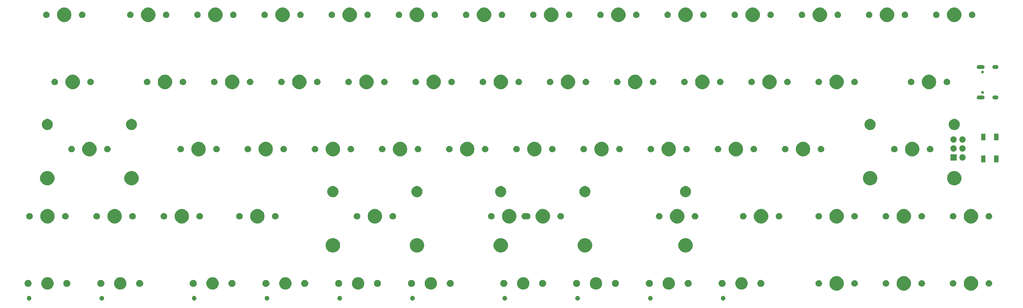
<source format=gts>
G04 #@! TF.GenerationSoftware,KiCad,Pcbnew,(5.1.4-0-10_14)*
G04 #@! TF.CreationDate,2020-01-19T01:37:33+09:00*
G04 #@! TF.ProjectId,dombrick60d,646f6d62-7269-4636-9b36-30642e6b6963,rev?*
G04 #@! TF.SameCoordinates,Original*
G04 #@! TF.FileFunction,Soldermask,Top*
G04 #@! TF.FilePolarity,Negative*
%FSLAX46Y46*%
G04 Gerber Fmt 4.6, Leading zero omitted, Abs format (unit mm)*
G04 Created by KiCad (PCBNEW (5.1.4-0-10_14)) date 2020-01-19 01:37:33*
%MOMM*%
%LPD*%
G04 APERTURE LIST*
%ADD10C,0.100000*%
G04 APERTURE END LIST*
D10*
G36*
X225157390Y-113111517D02*
G01*
X225275864Y-113160591D01*
X225382488Y-113231835D01*
X225473165Y-113322512D01*
X225544409Y-113429136D01*
X225593483Y-113547610D01*
X225618500Y-113673382D01*
X225618500Y-113801618D01*
X225593483Y-113927390D01*
X225544409Y-114045864D01*
X225473165Y-114152488D01*
X225382488Y-114243165D01*
X225275864Y-114314409D01*
X225275863Y-114314410D01*
X225275862Y-114314410D01*
X225157390Y-114363483D01*
X225031619Y-114388500D01*
X224903381Y-114388500D01*
X224777610Y-114363483D01*
X224659138Y-114314410D01*
X224659137Y-114314410D01*
X224659136Y-114314409D01*
X224552512Y-114243165D01*
X224461835Y-114152488D01*
X224390591Y-114045864D01*
X224341517Y-113927390D01*
X224316500Y-113801618D01*
X224316500Y-113673382D01*
X224341517Y-113547610D01*
X224390591Y-113429136D01*
X224461835Y-113322512D01*
X224552512Y-113231835D01*
X224659136Y-113160591D01*
X224777610Y-113111517D01*
X224903381Y-113086500D01*
X225031619Y-113086500D01*
X225157390Y-113111517D01*
X225157390Y-113111517D01*
G37*
G36*
X204519890Y-113111517D02*
G01*
X204638364Y-113160591D01*
X204744988Y-113231835D01*
X204835665Y-113322512D01*
X204906909Y-113429136D01*
X204955983Y-113547610D01*
X204981000Y-113673382D01*
X204981000Y-113801618D01*
X204955983Y-113927390D01*
X204906909Y-114045864D01*
X204835665Y-114152488D01*
X204744988Y-114243165D01*
X204638364Y-114314409D01*
X204638363Y-114314410D01*
X204638362Y-114314410D01*
X204519890Y-114363483D01*
X204394119Y-114388500D01*
X204265881Y-114388500D01*
X204140110Y-114363483D01*
X204021638Y-114314410D01*
X204021637Y-114314410D01*
X204021636Y-114314409D01*
X203915012Y-114243165D01*
X203824335Y-114152488D01*
X203753091Y-114045864D01*
X203704017Y-113927390D01*
X203679000Y-113801618D01*
X203679000Y-113673382D01*
X203704017Y-113547610D01*
X203753091Y-113429136D01*
X203824335Y-113322512D01*
X203915012Y-113231835D01*
X204021636Y-113160591D01*
X204140110Y-113111517D01*
X204265881Y-113086500D01*
X204394119Y-113086500D01*
X204519890Y-113111517D01*
X204519890Y-113111517D01*
G37*
G36*
X183882390Y-113111517D02*
G01*
X184000864Y-113160591D01*
X184107488Y-113231835D01*
X184198165Y-113322512D01*
X184269409Y-113429136D01*
X184318483Y-113547610D01*
X184343500Y-113673382D01*
X184343500Y-113801618D01*
X184318483Y-113927390D01*
X184269409Y-114045864D01*
X184198165Y-114152488D01*
X184107488Y-114243165D01*
X184000864Y-114314409D01*
X184000863Y-114314410D01*
X184000862Y-114314410D01*
X183882390Y-114363483D01*
X183756619Y-114388500D01*
X183628381Y-114388500D01*
X183502610Y-114363483D01*
X183384138Y-114314410D01*
X183384137Y-114314410D01*
X183384136Y-114314409D01*
X183277512Y-114243165D01*
X183186835Y-114152488D01*
X183115591Y-114045864D01*
X183066517Y-113927390D01*
X183041500Y-113801618D01*
X183041500Y-113673382D01*
X183066517Y-113547610D01*
X183115591Y-113429136D01*
X183186835Y-113322512D01*
X183277512Y-113231835D01*
X183384136Y-113160591D01*
X183502610Y-113111517D01*
X183628381Y-113086500D01*
X183756619Y-113086500D01*
X183882390Y-113111517D01*
X183882390Y-113111517D01*
G37*
G36*
X163244890Y-113111517D02*
G01*
X163363364Y-113160591D01*
X163469988Y-113231835D01*
X163560665Y-113322512D01*
X163631909Y-113429136D01*
X163680983Y-113547610D01*
X163706000Y-113673382D01*
X163706000Y-113801618D01*
X163680983Y-113927390D01*
X163631909Y-114045864D01*
X163560665Y-114152488D01*
X163469988Y-114243165D01*
X163363364Y-114314409D01*
X163363363Y-114314410D01*
X163363362Y-114314410D01*
X163244890Y-114363483D01*
X163119119Y-114388500D01*
X162990881Y-114388500D01*
X162865110Y-114363483D01*
X162746638Y-114314410D01*
X162746637Y-114314410D01*
X162746636Y-114314409D01*
X162640012Y-114243165D01*
X162549335Y-114152488D01*
X162478091Y-114045864D01*
X162429017Y-113927390D01*
X162404000Y-113801618D01*
X162404000Y-113673382D01*
X162429017Y-113547610D01*
X162478091Y-113429136D01*
X162549335Y-113322512D01*
X162640012Y-113231835D01*
X162746636Y-113160591D01*
X162865110Y-113111517D01*
X162990881Y-113086500D01*
X163119119Y-113086500D01*
X163244890Y-113111517D01*
X163244890Y-113111517D01*
G37*
G36*
X137051140Y-113111517D02*
G01*
X137169614Y-113160591D01*
X137276238Y-113231835D01*
X137366915Y-113322512D01*
X137438159Y-113429136D01*
X137487233Y-113547610D01*
X137512250Y-113673382D01*
X137512250Y-113801618D01*
X137487233Y-113927390D01*
X137438159Y-114045864D01*
X137366915Y-114152488D01*
X137276238Y-114243165D01*
X137169614Y-114314409D01*
X137169613Y-114314410D01*
X137169612Y-114314410D01*
X137051140Y-114363483D01*
X136925369Y-114388500D01*
X136797131Y-114388500D01*
X136671360Y-114363483D01*
X136552888Y-114314410D01*
X136552887Y-114314410D01*
X136552886Y-114314409D01*
X136446262Y-114243165D01*
X136355585Y-114152488D01*
X136284341Y-114045864D01*
X136235267Y-113927390D01*
X136210250Y-113801618D01*
X136210250Y-113673382D01*
X136235267Y-113547610D01*
X136284341Y-113429136D01*
X136355585Y-113322512D01*
X136446262Y-113231835D01*
X136552886Y-113160591D01*
X136671360Y-113111517D01*
X136797131Y-113086500D01*
X136925369Y-113086500D01*
X137051140Y-113111517D01*
X137051140Y-113111517D01*
G37*
G36*
X116413640Y-113111517D02*
G01*
X116532114Y-113160591D01*
X116638738Y-113231835D01*
X116729415Y-113322512D01*
X116800659Y-113429136D01*
X116849733Y-113547610D01*
X116874750Y-113673382D01*
X116874750Y-113801618D01*
X116849733Y-113927390D01*
X116800659Y-114045864D01*
X116729415Y-114152488D01*
X116638738Y-114243165D01*
X116532114Y-114314409D01*
X116532113Y-114314410D01*
X116532112Y-114314410D01*
X116413640Y-114363483D01*
X116287869Y-114388500D01*
X116159631Y-114388500D01*
X116033860Y-114363483D01*
X115915388Y-114314410D01*
X115915387Y-114314410D01*
X115915386Y-114314409D01*
X115808762Y-114243165D01*
X115718085Y-114152488D01*
X115646841Y-114045864D01*
X115597767Y-113927390D01*
X115572750Y-113801618D01*
X115572750Y-113673382D01*
X115597767Y-113547610D01*
X115646841Y-113429136D01*
X115718085Y-113322512D01*
X115808762Y-113231835D01*
X115915386Y-113160591D01*
X116033860Y-113111517D01*
X116159631Y-113086500D01*
X116287869Y-113086500D01*
X116413640Y-113111517D01*
X116413640Y-113111517D01*
G37*
G36*
X95776140Y-113111517D02*
G01*
X95894614Y-113160591D01*
X96001238Y-113231835D01*
X96091915Y-113322512D01*
X96163159Y-113429136D01*
X96212233Y-113547610D01*
X96237250Y-113673382D01*
X96237250Y-113801618D01*
X96212233Y-113927390D01*
X96163159Y-114045864D01*
X96091915Y-114152488D01*
X96001238Y-114243165D01*
X95894614Y-114314409D01*
X95894613Y-114314410D01*
X95894612Y-114314410D01*
X95776140Y-114363483D01*
X95650369Y-114388500D01*
X95522131Y-114388500D01*
X95396360Y-114363483D01*
X95277888Y-114314410D01*
X95277887Y-114314410D01*
X95277886Y-114314409D01*
X95171262Y-114243165D01*
X95080585Y-114152488D01*
X95009341Y-114045864D01*
X94960267Y-113927390D01*
X94935250Y-113801618D01*
X94935250Y-113673382D01*
X94960267Y-113547610D01*
X95009341Y-113429136D01*
X95080585Y-113322512D01*
X95171262Y-113231835D01*
X95277886Y-113160591D01*
X95396360Y-113111517D01*
X95522131Y-113086500D01*
X95650369Y-113086500D01*
X95776140Y-113111517D01*
X95776140Y-113111517D01*
G37*
G36*
X75138640Y-113111517D02*
G01*
X75257114Y-113160591D01*
X75363738Y-113231835D01*
X75454415Y-113322512D01*
X75525659Y-113429136D01*
X75574733Y-113547610D01*
X75599750Y-113673382D01*
X75599750Y-113801618D01*
X75574733Y-113927390D01*
X75525659Y-114045864D01*
X75454415Y-114152488D01*
X75363738Y-114243165D01*
X75257114Y-114314409D01*
X75257113Y-114314410D01*
X75257112Y-114314410D01*
X75138640Y-114363483D01*
X75012869Y-114388500D01*
X74884631Y-114388500D01*
X74758860Y-114363483D01*
X74640388Y-114314410D01*
X74640387Y-114314410D01*
X74640386Y-114314409D01*
X74533762Y-114243165D01*
X74443085Y-114152488D01*
X74371841Y-114045864D01*
X74322767Y-113927390D01*
X74297750Y-113801618D01*
X74297750Y-113673382D01*
X74322767Y-113547610D01*
X74371841Y-113429136D01*
X74443085Y-113322512D01*
X74533762Y-113231835D01*
X74640386Y-113160591D01*
X74758860Y-113111517D01*
X74884631Y-113086500D01*
X75012869Y-113086500D01*
X75138640Y-113111517D01*
X75138640Y-113111517D01*
G37*
G36*
X48944890Y-113111517D02*
G01*
X49063364Y-113160591D01*
X49169988Y-113231835D01*
X49260665Y-113322512D01*
X49331909Y-113429136D01*
X49380983Y-113547610D01*
X49406000Y-113673382D01*
X49406000Y-113801618D01*
X49380983Y-113927390D01*
X49331909Y-114045864D01*
X49260665Y-114152488D01*
X49169988Y-114243165D01*
X49063364Y-114314409D01*
X49063363Y-114314410D01*
X49063362Y-114314410D01*
X48944890Y-114363483D01*
X48819119Y-114388500D01*
X48690881Y-114388500D01*
X48565110Y-114363483D01*
X48446638Y-114314410D01*
X48446637Y-114314410D01*
X48446636Y-114314409D01*
X48340012Y-114243165D01*
X48249335Y-114152488D01*
X48178091Y-114045864D01*
X48129017Y-113927390D01*
X48104000Y-113801618D01*
X48104000Y-113673382D01*
X48129017Y-113547610D01*
X48178091Y-113429136D01*
X48249335Y-113322512D01*
X48340012Y-113231835D01*
X48446636Y-113160591D01*
X48565110Y-113111517D01*
X48690881Y-113086500D01*
X48819119Y-113086500D01*
X48944890Y-113111517D01*
X48944890Y-113111517D01*
G37*
G36*
X28307390Y-113111517D02*
G01*
X28425864Y-113160591D01*
X28532488Y-113231835D01*
X28623165Y-113322512D01*
X28694409Y-113429136D01*
X28743483Y-113547610D01*
X28768500Y-113673382D01*
X28768500Y-113801618D01*
X28743483Y-113927390D01*
X28694409Y-114045864D01*
X28623165Y-114152488D01*
X28532488Y-114243165D01*
X28425864Y-114314409D01*
X28425863Y-114314410D01*
X28425862Y-114314410D01*
X28307390Y-114363483D01*
X28181619Y-114388500D01*
X28053381Y-114388500D01*
X27927610Y-114363483D01*
X27809138Y-114314410D01*
X27809137Y-114314410D01*
X27809136Y-114314409D01*
X27702512Y-114243165D01*
X27611835Y-114152488D01*
X27540591Y-114045864D01*
X27491517Y-113927390D01*
X27466500Y-113801618D01*
X27466500Y-113673382D01*
X27491517Y-113547610D01*
X27540591Y-113429136D01*
X27611835Y-113322512D01*
X27702512Y-113231835D01*
X27809136Y-113160591D01*
X27927610Y-113111517D01*
X28053381Y-113086500D01*
X28181619Y-113086500D01*
X28307390Y-113111517D01*
X28307390Y-113111517D01*
G37*
G36*
X295871474Y-107571184D02*
G01*
X296089474Y-107661483D01*
X296243623Y-107725333D01*
X296578548Y-107949123D01*
X296863377Y-108233952D01*
X297087167Y-108568877D01*
X297144831Y-108708091D01*
X297241316Y-108941026D01*
X297319900Y-109336094D01*
X297319900Y-109738906D01*
X297241316Y-110133974D01*
X297190451Y-110256772D01*
X297087167Y-110506123D01*
X296863377Y-110841048D01*
X296578548Y-111125877D01*
X296243623Y-111349667D01*
X296089474Y-111413517D01*
X295871474Y-111503816D01*
X295476406Y-111582400D01*
X295073594Y-111582400D01*
X294678526Y-111503816D01*
X294460526Y-111413517D01*
X294306377Y-111349667D01*
X293971452Y-111125877D01*
X293686623Y-110841048D01*
X293462833Y-110506123D01*
X293359549Y-110256772D01*
X293308684Y-110133974D01*
X293230100Y-109738906D01*
X293230100Y-109336094D01*
X293308684Y-108941026D01*
X293405169Y-108708091D01*
X293462833Y-108568877D01*
X293686623Y-108233952D01*
X293971452Y-107949123D01*
X294306377Y-107725333D01*
X294460526Y-107661483D01*
X294678526Y-107571184D01*
X295073594Y-107492600D01*
X295476406Y-107492600D01*
X295871474Y-107571184D01*
X295871474Y-107571184D01*
G37*
G36*
X257771474Y-107571184D02*
G01*
X257989474Y-107661483D01*
X258143623Y-107725333D01*
X258478548Y-107949123D01*
X258763377Y-108233952D01*
X258987167Y-108568877D01*
X259044831Y-108708091D01*
X259141316Y-108941026D01*
X259219900Y-109336094D01*
X259219900Y-109738906D01*
X259141316Y-110133974D01*
X259090451Y-110256772D01*
X258987167Y-110506123D01*
X258763377Y-110841048D01*
X258478548Y-111125877D01*
X258143623Y-111349667D01*
X257989474Y-111413517D01*
X257771474Y-111503816D01*
X257376406Y-111582400D01*
X256973594Y-111582400D01*
X256578526Y-111503816D01*
X256360526Y-111413517D01*
X256206377Y-111349667D01*
X255871452Y-111125877D01*
X255586623Y-110841048D01*
X255362833Y-110506123D01*
X255259549Y-110256772D01*
X255208684Y-110133974D01*
X255130100Y-109738906D01*
X255130100Y-109336094D01*
X255208684Y-108941026D01*
X255305169Y-108708091D01*
X255362833Y-108568877D01*
X255586623Y-108233952D01*
X255871452Y-107949123D01*
X256206377Y-107725333D01*
X256360526Y-107661483D01*
X256578526Y-107571184D01*
X256973594Y-107492600D01*
X257376406Y-107492600D01*
X257771474Y-107571184D01*
X257771474Y-107571184D01*
G37*
G36*
X276821474Y-107571184D02*
G01*
X277039474Y-107661483D01*
X277193623Y-107725333D01*
X277528548Y-107949123D01*
X277813377Y-108233952D01*
X278037167Y-108568877D01*
X278094831Y-108708091D01*
X278191316Y-108941026D01*
X278269900Y-109336094D01*
X278269900Y-109738906D01*
X278191316Y-110133974D01*
X278140451Y-110256772D01*
X278037167Y-110506123D01*
X277813377Y-110841048D01*
X277528548Y-111125877D01*
X277193623Y-111349667D01*
X277039474Y-111413517D01*
X276821474Y-111503816D01*
X276426406Y-111582400D01*
X276023594Y-111582400D01*
X275628526Y-111503816D01*
X275410526Y-111413517D01*
X275256377Y-111349667D01*
X274921452Y-111125877D01*
X274636623Y-110841048D01*
X274412833Y-110506123D01*
X274309549Y-110256772D01*
X274258684Y-110133974D01*
X274180100Y-109738906D01*
X274180100Y-109336094D01*
X274258684Y-108941026D01*
X274355169Y-108708091D01*
X274412833Y-108568877D01*
X274636623Y-108233952D01*
X274921452Y-107949123D01*
X275256377Y-107725333D01*
X275410526Y-107661483D01*
X275628526Y-107571184D01*
X276023594Y-107492600D01*
X276426406Y-107492600D01*
X276821474Y-107571184D01*
X276821474Y-107571184D01*
G37*
G36*
X54372985Y-107831360D02*
G01*
X54485748Y-107853790D01*
X54617741Y-107908463D01*
X54804408Y-107985783D01*
X55091196Y-108177409D01*
X55335091Y-108421304D01*
X55526717Y-108708092D01*
X55572337Y-108818229D01*
X55658710Y-109026752D01*
X55665990Y-109063351D01*
X55726000Y-109365040D01*
X55726000Y-109709960D01*
X55681140Y-109935485D01*
X55658710Y-110048248D01*
X55605959Y-110175599D01*
X55526717Y-110366908D01*
X55335091Y-110653696D01*
X55091196Y-110897591D01*
X54804408Y-111089217D01*
X54715902Y-111125877D01*
X54485748Y-111221210D01*
X54372985Y-111243640D01*
X54147460Y-111288500D01*
X53802540Y-111288500D01*
X53577015Y-111243640D01*
X53464252Y-111221210D01*
X53234098Y-111125877D01*
X53145592Y-111089217D01*
X52858804Y-110897591D01*
X52614909Y-110653696D01*
X52423283Y-110366908D01*
X52344041Y-110175599D01*
X52291290Y-110048248D01*
X52268860Y-109935485D01*
X52224000Y-109709960D01*
X52224000Y-109365040D01*
X52284010Y-109063351D01*
X52291290Y-109026752D01*
X52377663Y-108818229D01*
X52423283Y-108708092D01*
X52614909Y-108421304D01*
X52858804Y-108177409D01*
X53145592Y-107985783D01*
X53332259Y-107908463D01*
X53464252Y-107853790D01*
X53577015Y-107831360D01*
X53802540Y-107786500D01*
X54147460Y-107786500D01*
X54372985Y-107831360D01*
X54372985Y-107831360D01*
G37*
G36*
X33735485Y-107831360D02*
G01*
X33848248Y-107853790D01*
X33980241Y-107908463D01*
X34166908Y-107985783D01*
X34453696Y-108177409D01*
X34697591Y-108421304D01*
X34889217Y-108708092D01*
X34934837Y-108818229D01*
X35021210Y-109026752D01*
X35028490Y-109063351D01*
X35088500Y-109365040D01*
X35088500Y-109709960D01*
X35043640Y-109935485D01*
X35021210Y-110048248D01*
X34968459Y-110175599D01*
X34889217Y-110366908D01*
X34697591Y-110653696D01*
X34453696Y-110897591D01*
X34166908Y-111089217D01*
X34078402Y-111125877D01*
X33848248Y-111221210D01*
X33735485Y-111243640D01*
X33509960Y-111288500D01*
X33165040Y-111288500D01*
X32939515Y-111243640D01*
X32826752Y-111221210D01*
X32596598Y-111125877D01*
X32508092Y-111089217D01*
X32221304Y-110897591D01*
X31977409Y-110653696D01*
X31785783Y-110366908D01*
X31706541Y-110175599D01*
X31653790Y-110048248D01*
X31631360Y-109935485D01*
X31586500Y-109709960D01*
X31586500Y-109365040D01*
X31646510Y-109063351D01*
X31653790Y-109026752D01*
X31740163Y-108818229D01*
X31785783Y-108708092D01*
X31977409Y-108421304D01*
X32221304Y-108177409D01*
X32508092Y-107985783D01*
X32694759Y-107908463D01*
X32826752Y-107853790D01*
X32939515Y-107831360D01*
X33165040Y-107786500D01*
X33509960Y-107786500D01*
X33735485Y-107831360D01*
X33735485Y-107831360D01*
G37*
G36*
X101204235Y-107831360D02*
G01*
X101316998Y-107853790D01*
X101448991Y-107908463D01*
X101635658Y-107985783D01*
X101922446Y-108177409D01*
X102166341Y-108421304D01*
X102357967Y-108708092D01*
X102403587Y-108818229D01*
X102489960Y-109026752D01*
X102497240Y-109063351D01*
X102557250Y-109365040D01*
X102557250Y-109709960D01*
X102512390Y-109935485D01*
X102489960Y-110048248D01*
X102437209Y-110175599D01*
X102357967Y-110366908D01*
X102166341Y-110653696D01*
X101922446Y-110897591D01*
X101635658Y-111089217D01*
X101547152Y-111125877D01*
X101316998Y-111221210D01*
X101204235Y-111243640D01*
X100978710Y-111288500D01*
X100633790Y-111288500D01*
X100408265Y-111243640D01*
X100295502Y-111221210D01*
X100065348Y-111125877D01*
X99976842Y-111089217D01*
X99690054Y-110897591D01*
X99446159Y-110653696D01*
X99254533Y-110366908D01*
X99175291Y-110175599D01*
X99122540Y-110048248D01*
X99100110Y-109935485D01*
X99055250Y-109709960D01*
X99055250Y-109365040D01*
X99115260Y-109063351D01*
X99122540Y-109026752D01*
X99208913Y-108818229D01*
X99254533Y-108708092D01*
X99446159Y-108421304D01*
X99690054Y-108177409D01*
X99976842Y-107985783D01*
X100163509Y-107908463D01*
X100295502Y-107853790D01*
X100408265Y-107831360D01*
X100633790Y-107786500D01*
X100978710Y-107786500D01*
X101204235Y-107831360D01*
X101204235Y-107831360D01*
G37*
G36*
X142479235Y-107831360D02*
G01*
X142591998Y-107853790D01*
X142723991Y-107908463D01*
X142910658Y-107985783D01*
X143197446Y-108177409D01*
X143441341Y-108421304D01*
X143632967Y-108708092D01*
X143678587Y-108818229D01*
X143764960Y-109026752D01*
X143772240Y-109063351D01*
X143832250Y-109365040D01*
X143832250Y-109709960D01*
X143787390Y-109935485D01*
X143764960Y-110048248D01*
X143712209Y-110175599D01*
X143632967Y-110366908D01*
X143441341Y-110653696D01*
X143197446Y-110897591D01*
X142910658Y-111089217D01*
X142822152Y-111125877D01*
X142591998Y-111221210D01*
X142479235Y-111243640D01*
X142253710Y-111288500D01*
X141908790Y-111288500D01*
X141683265Y-111243640D01*
X141570502Y-111221210D01*
X141340348Y-111125877D01*
X141251842Y-111089217D01*
X140965054Y-110897591D01*
X140721159Y-110653696D01*
X140529533Y-110366908D01*
X140450291Y-110175599D01*
X140397540Y-110048248D01*
X140375110Y-109935485D01*
X140330250Y-109709960D01*
X140330250Y-109365040D01*
X140390260Y-109063351D01*
X140397540Y-109026752D01*
X140483913Y-108818229D01*
X140529533Y-108708092D01*
X140721159Y-108421304D01*
X140965054Y-108177409D01*
X141251842Y-107985783D01*
X141438509Y-107908463D01*
X141570502Y-107853790D01*
X141683265Y-107831360D01*
X141908790Y-107786500D01*
X142253710Y-107786500D01*
X142479235Y-107831360D01*
X142479235Y-107831360D01*
G37*
G36*
X80566735Y-107831360D02*
G01*
X80679498Y-107853790D01*
X80811491Y-107908463D01*
X80998158Y-107985783D01*
X81284946Y-108177409D01*
X81528841Y-108421304D01*
X81720467Y-108708092D01*
X81766087Y-108818229D01*
X81852460Y-109026752D01*
X81859740Y-109063351D01*
X81919750Y-109365040D01*
X81919750Y-109709960D01*
X81874890Y-109935485D01*
X81852460Y-110048248D01*
X81799709Y-110175599D01*
X81720467Y-110366908D01*
X81528841Y-110653696D01*
X81284946Y-110897591D01*
X80998158Y-111089217D01*
X80909652Y-111125877D01*
X80679498Y-111221210D01*
X80566735Y-111243640D01*
X80341210Y-111288500D01*
X79996290Y-111288500D01*
X79770765Y-111243640D01*
X79658002Y-111221210D01*
X79427848Y-111125877D01*
X79339342Y-111089217D01*
X79052554Y-110897591D01*
X78808659Y-110653696D01*
X78617033Y-110366908D01*
X78537791Y-110175599D01*
X78485040Y-110048248D01*
X78462610Y-109935485D01*
X78417750Y-109709960D01*
X78417750Y-109365040D01*
X78477760Y-109063351D01*
X78485040Y-109026752D01*
X78571413Y-108818229D01*
X78617033Y-108708092D01*
X78808659Y-108421304D01*
X79052554Y-108177409D01*
X79339342Y-107985783D01*
X79526009Y-107908463D01*
X79658002Y-107853790D01*
X79770765Y-107831360D01*
X79996290Y-107786500D01*
X80341210Y-107786500D01*
X80566735Y-107831360D01*
X80566735Y-107831360D01*
G37*
G36*
X121841735Y-107831360D02*
G01*
X121954498Y-107853790D01*
X122086491Y-107908463D01*
X122273158Y-107985783D01*
X122559946Y-108177409D01*
X122803841Y-108421304D01*
X122995467Y-108708092D01*
X123041087Y-108818229D01*
X123127460Y-109026752D01*
X123134740Y-109063351D01*
X123194750Y-109365040D01*
X123194750Y-109709960D01*
X123149890Y-109935485D01*
X123127460Y-110048248D01*
X123074709Y-110175599D01*
X122995467Y-110366908D01*
X122803841Y-110653696D01*
X122559946Y-110897591D01*
X122273158Y-111089217D01*
X122184652Y-111125877D01*
X121954498Y-111221210D01*
X121841735Y-111243640D01*
X121616210Y-111288500D01*
X121271290Y-111288500D01*
X121045765Y-111243640D01*
X120933002Y-111221210D01*
X120702848Y-111125877D01*
X120614342Y-111089217D01*
X120327554Y-110897591D01*
X120083659Y-110653696D01*
X119892033Y-110366908D01*
X119812791Y-110175599D01*
X119760040Y-110048248D01*
X119737610Y-109935485D01*
X119692750Y-109709960D01*
X119692750Y-109365040D01*
X119752760Y-109063351D01*
X119760040Y-109026752D01*
X119846413Y-108818229D01*
X119892033Y-108708092D01*
X120083659Y-108421304D01*
X120327554Y-108177409D01*
X120614342Y-107985783D01*
X120801009Y-107908463D01*
X120933002Y-107853790D01*
X121045765Y-107831360D01*
X121271290Y-107786500D01*
X121616210Y-107786500D01*
X121841735Y-107831360D01*
X121841735Y-107831360D01*
G37*
G36*
X168672985Y-107831360D02*
G01*
X168785748Y-107853790D01*
X168917741Y-107908463D01*
X169104408Y-107985783D01*
X169391196Y-108177409D01*
X169635091Y-108421304D01*
X169826717Y-108708092D01*
X169872337Y-108818229D01*
X169958710Y-109026752D01*
X169965990Y-109063351D01*
X170026000Y-109365040D01*
X170026000Y-109709960D01*
X169981140Y-109935485D01*
X169958710Y-110048248D01*
X169905959Y-110175599D01*
X169826717Y-110366908D01*
X169635091Y-110653696D01*
X169391196Y-110897591D01*
X169104408Y-111089217D01*
X169015902Y-111125877D01*
X168785748Y-111221210D01*
X168672985Y-111243640D01*
X168447460Y-111288500D01*
X168102540Y-111288500D01*
X167877015Y-111243640D01*
X167764252Y-111221210D01*
X167534098Y-111125877D01*
X167445592Y-111089217D01*
X167158804Y-110897591D01*
X166914909Y-110653696D01*
X166723283Y-110366908D01*
X166644041Y-110175599D01*
X166591290Y-110048248D01*
X166568860Y-109935485D01*
X166524000Y-109709960D01*
X166524000Y-109365040D01*
X166584010Y-109063351D01*
X166591290Y-109026752D01*
X166677663Y-108818229D01*
X166723283Y-108708092D01*
X166914909Y-108421304D01*
X167158804Y-108177409D01*
X167445592Y-107985783D01*
X167632259Y-107908463D01*
X167764252Y-107853790D01*
X167877015Y-107831360D01*
X168102540Y-107786500D01*
X168447460Y-107786500D01*
X168672985Y-107831360D01*
X168672985Y-107831360D01*
G37*
G36*
X189310485Y-107831360D02*
G01*
X189423248Y-107853790D01*
X189555241Y-107908463D01*
X189741908Y-107985783D01*
X190028696Y-108177409D01*
X190272591Y-108421304D01*
X190464217Y-108708092D01*
X190509837Y-108818229D01*
X190596210Y-109026752D01*
X190603490Y-109063351D01*
X190663500Y-109365040D01*
X190663500Y-109709960D01*
X190618640Y-109935485D01*
X190596210Y-110048248D01*
X190543459Y-110175599D01*
X190464217Y-110366908D01*
X190272591Y-110653696D01*
X190028696Y-110897591D01*
X189741908Y-111089217D01*
X189653402Y-111125877D01*
X189423248Y-111221210D01*
X189310485Y-111243640D01*
X189084960Y-111288500D01*
X188740040Y-111288500D01*
X188514515Y-111243640D01*
X188401752Y-111221210D01*
X188171598Y-111125877D01*
X188083092Y-111089217D01*
X187796304Y-110897591D01*
X187552409Y-110653696D01*
X187360783Y-110366908D01*
X187281541Y-110175599D01*
X187228790Y-110048248D01*
X187206360Y-109935485D01*
X187161500Y-109709960D01*
X187161500Y-109365040D01*
X187221510Y-109063351D01*
X187228790Y-109026752D01*
X187315163Y-108818229D01*
X187360783Y-108708092D01*
X187552409Y-108421304D01*
X187796304Y-108177409D01*
X188083092Y-107985783D01*
X188269759Y-107908463D01*
X188401752Y-107853790D01*
X188514515Y-107831360D01*
X188740040Y-107786500D01*
X189084960Y-107786500D01*
X189310485Y-107831360D01*
X189310485Y-107831360D01*
G37*
G36*
X209947985Y-107831360D02*
G01*
X210060748Y-107853790D01*
X210192741Y-107908463D01*
X210379408Y-107985783D01*
X210666196Y-108177409D01*
X210910091Y-108421304D01*
X211101717Y-108708092D01*
X211147337Y-108818229D01*
X211233710Y-109026752D01*
X211240990Y-109063351D01*
X211301000Y-109365040D01*
X211301000Y-109709960D01*
X211256140Y-109935485D01*
X211233710Y-110048248D01*
X211180959Y-110175599D01*
X211101717Y-110366908D01*
X210910091Y-110653696D01*
X210666196Y-110897591D01*
X210379408Y-111089217D01*
X210290902Y-111125877D01*
X210060748Y-111221210D01*
X209947985Y-111243640D01*
X209722460Y-111288500D01*
X209377540Y-111288500D01*
X209152015Y-111243640D01*
X209039252Y-111221210D01*
X208809098Y-111125877D01*
X208720592Y-111089217D01*
X208433804Y-110897591D01*
X208189909Y-110653696D01*
X207998283Y-110366908D01*
X207919041Y-110175599D01*
X207866290Y-110048248D01*
X207843860Y-109935485D01*
X207799000Y-109709960D01*
X207799000Y-109365040D01*
X207859010Y-109063351D01*
X207866290Y-109026752D01*
X207952663Y-108818229D01*
X207998283Y-108708092D01*
X208189909Y-108421304D01*
X208433804Y-108177409D01*
X208720592Y-107985783D01*
X208907259Y-107908463D01*
X209039252Y-107853790D01*
X209152015Y-107831360D01*
X209377540Y-107786500D01*
X209722460Y-107786500D01*
X209947985Y-107831360D01*
X209947985Y-107831360D01*
G37*
G36*
X230585485Y-107831360D02*
G01*
X230698248Y-107853790D01*
X230830241Y-107908463D01*
X231016908Y-107985783D01*
X231303696Y-108177409D01*
X231547591Y-108421304D01*
X231739217Y-108708092D01*
X231784837Y-108818229D01*
X231871210Y-109026752D01*
X231878490Y-109063351D01*
X231938500Y-109365040D01*
X231938500Y-109709960D01*
X231893640Y-109935485D01*
X231871210Y-110048248D01*
X231818459Y-110175599D01*
X231739217Y-110366908D01*
X231547591Y-110653696D01*
X231303696Y-110897591D01*
X231016908Y-111089217D01*
X230928402Y-111125877D01*
X230698248Y-111221210D01*
X230585485Y-111243640D01*
X230359960Y-111288500D01*
X230015040Y-111288500D01*
X229789515Y-111243640D01*
X229676752Y-111221210D01*
X229446598Y-111125877D01*
X229358092Y-111089217D01*
X229071304Y-110897591D01*
X228827409Y-110653696D01*
X228635783Y-110366908D01*
X228556541Y-110175599D01*
X228503790Y-110048248D01*
X228481360Y-109935485D01*
X228436500Y-109709960D01*
X228436500Y-109365040D01*
X228496510Y-109063351D01*
X228503790Y-109026752D01*
X228590163Y-108818229D01*
X228635783Y-108708092D01*
X228827409Y-108421304D01*
X229071304Y-108177409D01*
X229358092Y-107985783D01*
X229544759Y-107908463D01*
X229676752Y-107853790D01*
X229789515Y-107831360D01*
X230015040Y-107786500D01*
X230359960Y-107786500D01*
X230585485Y-107831360D01*
X230585485Y-107831360D01*
G37*
G36*
X95598231Y-108574968D02*
G01*
X95686426Y-108611500D01*
X95772336Y-108647085D01*
X95780401Y-108650426D01*
X95944350Y-108759973D01*
X96083777Y-108899400D01*
X96168871Y-109026753D01*
X96193325Y-109063351D01*
X96215425Y-109116705D01*
X96268782Y-109245519D01*
X96307250Y-109438910D01*
X96307250Y-109636090D01*
X96273134Y-109807604D01*
X96268782Y-109829480D01*
X96208040Y-109976125D01*
X96193324Y-110011651D01*
X96083777Y-110175600D01*
X95944350Y-110315027D01*
X95780401Y-110424574D01*
X95780400Y-110424575D01*
X95780399Y-110424575D01*
X95727045Y-110446675D01*
X95598231Y-110500032D01*
X95501535Y-110519266D01*
X95404841Y-110538500D01*
X95207659Y-110538500D01*
X95110965Y-110519266D01*
X95014269Y-110500032D01*
X94885455Y-110446675D01*
X94832101Y-110424575D01*
X94832100Y-110424575D01*
X94832099Y-110424574D01*
X94668150Y-110315027D01*
X94528723Y-110175600D01*
X94419176Y-110011651D01*
X94404461Y-109976125D01*
X94343718Y-109829480D01*
X94339367Y-109807604D01*
X94305250Y-109636090D01*
X94305250Y-109438910D01*
X94343718Y-109245519D01*
X94397075Y-109116705D01*
X94419175Y-109063351D01*
X94443629Y-109026753D01*
X94528723Y-108899400D01*
X94668150Y-108759973D01*
X94832099Y-108650426D01*
X94840165Y-108647085D01*
X94926074Y-108611500D01*
X95014269Y-108574968D01*
X95207659Y-108536500D01*
X95404841Y-108536500D01*
X95598231Y-108574968D01*
X95598231Y-108574968D01*
G37*
G36*
X48766981Y-108574968D02*
G01*
X48855176Y-108611500D01*
X48941086Y-108647085D01*
X48949151Y-108650426D01*
X49113100Y-108759973D01*
X49252527Y-108899400D01*
X49337621Y-109026753D01*
X49362075Y-109063351D01*
X49384175Y-109116705D01*
X49437532Y-109245519D01*
X49476000Y-109438910D01*
X49476000Y-109636090D01*
X49441884Y-109807604D01*
X49437532Y-109829480D01*
X49376790Y-109976125D01*
X49362074Y-110011651D01*
X49252527Y-110175600D01*
X49113100Y-110315027D01*
X48949151Y-110424574D01*
X48949150Y-110424575D01*
X48949149Y-110424575D01*
X48895795Y-110446675D01*
X48766981Y-110500032D01*
X48670285Y-110519266D01*
X48573591Y-110538500D01*
X48376409Y-110538500D01*
X48279715Y-110519266D01*
X48183019Y-110500032D01*
X48054205Y-110446675D01*
X48000851Y-110424575D01*
X48000850Y-110424575D01*
X48000849Y-110424574D01*
X47836900Y-110315027D01*
X47697473Y-110175600D01*
X47587926Y-110011651D01*
X47573211Y-109976125D01*
X47512468Y-109829480D01*
X47508117Y-109807604D01*
X47474000Y-109636090D01*
X47474000Y-109438910D01*
X47512468Y-109245519D01*
X47565825Y-109116705D01*
X47587925Y-109063351D01*
X47612379Y-109026753D01*
X47697473Y-108899400D01*
X47836900Y-108759973D01*
X48000849Y-108650426D01*
X48008915Y-108647085D01*
X48094824Y-108611500D01*
X48183019Y-108574968D01*
X48376409Y-108536500D01*
X48573591Y-108536500D01*
X48766981Y-108574968D01*
X48766981Y-108574968D01*
G37*
G36*
X235979481Y-108574968D02*
G01*
X236067676Y-108611500D01*
X236153586Y-108647085D01*
X236161651Y-108650426D01*
X236325600Y-108759973D01*
X236465027Y-108899400D01*
X236550121Y-109026753D01*
X236574575Y-109063351D01*
X236596675Y-109116705D01*
X236650032Y-109245519D01*
X236688500Y-109438910D01*
X236688500Y-109636090D01*
X236654384Y-109807604D01*
X236650032Y-109829480D01*
X236589290Y-109976125D01*
X236574574Y-110011651D01*
X236465027Y-110175600D01*
X236325600Y-110315027D01*
X236161651Y-110424574D01*
X236161650Y-110424575D01*
X236161649Y-110424575D01*
X236108295Y-110446675D01*
X235979481Y-110500032D01*
X235882785Y-110519266D01*
X235786091Y-110538500D01*
X235588909Y-110538500D01*
X235492215Y-110519266D01*
X235395519Y-110500032D01*
X235266705Y-110446675D01*
X235213351Y-110424575D01*
X235213350Y-110424575D01*
X235213349Y-110424574D01*
X235049400Y-110315027D01*
X234909973Y-110175600D01*
X234800426Y-110011651D01*
X234785711Y-109976125D01*
X234724968Y-109829480D01*
X234720617Y-109807604D01*
X234686500Y-109636090D01*
X234686500Y-109438910D01*
X234724968Y-109245519D01*
X234778325Y-109116705D01*
X234800425Y-109063351D01*
X234824879Y-109026753D01*
X234909973Y-108899400D01*
X235049400Y-108759973D01*
X235213349Y-108650426D01*
X235221415Y-108647085D01*
X235307324Y-108611500D01*
X235395519Y-108574968D01*
X235588909Y-108536500D01*
X235786091Y-108536500D01*
X235979481Y-108574968D01*
X235979481Y-108574968D01*
G37*
G36*
X224979481Y-108574968D02*
G01*
X225067676Y-108611500D01*
X225153586Y-108647085D01*
X225161651Y-108650426D01*
X225325600Y-108759973D01*
X225465027Y-108899400D01*
X225550121Y-109026753D01*
X225574575Y-109063351D01*
X225596675Y-109116705D01*
X225650032Y-109245519D01*
X225688500Y-109438910D01*
X225688500Y-109636090D01*
X225654384Y-109807604D01*
X225650032Y-109829480D01*
X225589290Y-109976125D01*
X225574574Y-110011651D01*
X225465027Y-110175600D01*
X225325600Y-110315027D01*
X225161651Y-110424574D01*
X225161650Y-110424575D01*
X225161649Y-110424575D01*
X225108295Y-110446675D01*
X224979481Y-110500032D01*
X224882785Y-110519266D01*
X224786091Y-110538500D01*
X224588909Y-110538500D01*
X224492215Y-110519266D01*
X224395519Y-110500032D01*
X224266705Y-110446675D01*
X224213351Y-110424575D01*
X224213350Y-110424575D01*
X224213349Y-110424574D01*
X224049400Y-110315027D01*
X223909973Y-110175600D01*
X223800426Y-110011651D01*
X223785711Y-109976125D01*
X223724968Y-109829480D01*
X223720617Y-109807604D01*
X223686500Y-109636090D01*
X223686500Y-109438910D01*
X223724968Y-109245519D01*
X223778325Y-109116705D01*
X223800425Y-109063351D01*
X223824879Y-109026753D01*
X223909973Y-108899400D01*
X224049400Y-108759973D01*
X224213349Y-108650426D01*
X224221415Y-108647085D01*
X224307324Y-108611500D01*
X224395519Y-108574968D01*
X224588909Y-108536500D01*
X224786091Y-108536500D01*
X224979481Y-108574968D01*
X224979481Y-108574968D01*
G37*
G36*
X85960731Y-108574968D02*
G01*
X86048926Y-108611500D01*
X86134836Y-108647085D01*
X86142901Y-108650426D01*
X86306850Y-108759973D01*
X86446277Y-108899400D01*
X86531371Y-109026753D01*
X86555825Y-109063351D01*
X86577925Y-109116705D01*
X86631282Y-109245519D01*
X86669750Y-109438910D01*
X86669750Y-109636090D01*
X86635634Y-109807604D01*
X86631282Y-109829480D01*
X86570540Y-109976125D01*
X86555824Y-110011651D01*
X86446277Y-110175600D01*
X86306850Y-110315027D01*
X86142901Y-110424574D01*
X86142900Y-110424575D01*
X86142899Y-110424575D01*
X86089545Y-110446675D01*
X85960731Y-110500032D01*
X85864035Y-110519266D01*
X85767341Y-110538500D01*
X85570159Y-110538500D01*
X85473465Y-110519266D01*
X85376769Y-110500032D01*
X85247955Y-110446675D01*
X85194601Y-110424575D01*
X85194600Y-110424575D01*
X85194599Y-110424574D01*
X85030650Y-110315027D01*
X84891223Y-110175600D01*
X84781676Y-110011651D01*
X84766961Y-109976125D01*
X84706218Y-109829480D01*
X84701867Y-109807604D01*
X84667750Y-109636090D01*
X84667750Y-109438910D01*
X84706218Y-109245519D01*
X84759575Y-109116705D01*
X84781675Y-109063351D01*
X84806129Y-109026753D01*
X84891223Y-108899400D01*
X85030650Y-108759973D01*
X85194599Y-108650426D01*
X85202665Y-108647085D01*
X85288574Y-108611500D01*
X85376769Y-108574968D01*
X85570159Y-108536500D01*
X85767341Y-108536500D01*
X85960731Y-108574968D01*
X85960731Y-108574968D01*
G37*
G36*
X74960731Y-108574968D02*
G01*
X75048926Y-108611500D01*
X75134836Y-108647085D01*
X75142901Y-108650426D01*
X75306850Y-108759973D01*
X75446277Y-108899400D01*
X75531371Y-109026753D01*
X75555825Y-109063351D01*
X75577925Y-109116705D01*
X75631282Y-109245519D01*
X75669750Y-109438910D01*
X75669750Y-109636090D01*
X75635634Y-109807604D01*
X75631282Y-109829480D01*
X75570540Y-109976125D01*
X75555824Y-110011651D01*
X75446277Y-110175600D01*
X75306850Y-110315027D01*
X75142901Y-110424574D01*
X75142900Y-110424575D01*
X75142899Y-110424575D01*
X75089545Y-110446675D01*
X74960731Y-110500032D01*
X74864035Y-110519266D01*
X74767341Y-110538500D01*
X74570159Y-110538500D01*
X74473465Y-110519266D01*
X74376769Y-110500032D01*
X74247955Y-110446675D01*
X74194601Y-110424575D01*
X74194600Y-110424575D01*
X74194599Y-110424574D01*
X74030650Y-110315027D01*
X73891223Y-110175600D01*
X73781676Y-110011651D01*
X73766961Y-109976125D01*
X73706218Y-109829480D01*
X73701867Y-109807604D01*
X73667750Y-109636090D01*
X73667750Y-109438910D01*
X73706218Y-109245519D01*
X73759575Y-109116705D01*
X73781675Y-109063351D01*
X73806129Y-109026753D01*
X73891223Y-108899400D01*
X74030650Y-108759973D01*
X74194599Y-108650426D01*
X74202665Y-108647085D01*
X74288574Y-108611500D01*
X74376769Y-108574968D01*
X74570159Y-108536500D01*
X74767341Y-108536500D01*
X74960731Y-108574968D01*
X74960731Y-108574968D01*
G37*
G36*
X215341981Y-108574968D02*
G01*
X215430176Y-108611500D01*
X215516086Y-108647085D01*
X215524151Y-108650426D01*
X215688100Y-108759973D01*
X215827527Y-108899400D01*
X215912621Y-109026753D01*
X215937075Y-109063351D01*
X215959175Y-109116705D01*
X216012532Y-109245519D01*
X216051000Y-109438910D01*
X216051000Y-109636090D01*
X216016884Y-109807604D01*
X216012532Y-109829480D01*
X215951790Y-109976125D01*
X215937074Y-110011651D01*
X215827527Y-110175600D01*
X215688100Y-110315027D01*
X215524151Y-110424574D01*
X215524150Y-110424575D01*
X215524149Y-110424575D01*
X215470795Y-110446675D01*
X215341981Y-110500032D01*
X215245285Y-110519266D01*
X215148591Y-110538500D01*
X214951409Y-110538500D01*
X214854715Y-110519266D01*
X214758019Y-110500032D01*
X214629205Y-110446675D01*
X214575851Y-110424575D01*
X214575850Y-110424575D01*
X214575849Y-110424574D01*
X214411900Y-110315027D01*
X214272473Y-110175600D01*
X214162926Y-110011651D01*
X214148211Y-109976125D01*
X214087468Y-109829480D01*
X214083117Y-109807604D01*
X214049000Y-109636090D01*
X214049000Y-109438910D01*
X214087468Y-109245519D01*
X214140825Y-109116705D01*
X214162925Y-109063351D01*
X214187379Y-109026753D01*
X214272473Y-108899400D01*
X214411900Y-108759973D01*
X214575849Y-108650426D01*
X214583915Y-108647085D01*
X214669824Y-108611500D01*
X214758019Y-108574968D01*
X214951409Y-108536500D01*
X215148591Y-108536500D01*
X215341981Y-108574968D01*
X215341981Y-108574968D01*
G37*
G36*
X204341981Y-108574968D02*
G01*
X204430176Y-108611500D01*
X204516086Y-108647085D01*
X204524151Y-108650426D01*
X204688100Y-108759973D01*
X204827527Y-108899400D01*
X204912621Y-109026753D01*
X204937075Y-109063351D01*
X204959175Y-109116705D01*
X205012532Y-109245519D01*
X205051000Y-109438910D01*
X205051000Y-109636090D01*
X205016884Y-109807604D01*
X205012532Y-109829480D01*
X204951790Y-109976125D01*
X204937074Y-110011651D01*
X204827527Y-110175600D01*
X204688100Y-110315027D01*
X204524151Y-110424574D01*
X204524150Y-110424575D01*
X204524149Y-110424575D01*
X204470795Y-110446675D01*
X204341981Y-110500032D01*
X204245285Y-110519266D01*
X204148591Y-110538500D01*
X203951409Y-110538500D01*
X203854715Y-110519266D01*
X203758019Y-110500032D01*
X203629205Y-110446675D01*
X203575851Y-110424575D01*
X203575850Y-110424575D01*
X203575849Y-110424574D01*
X203411900Y-110315027D01*
X203272473Y-110175600D01*
X203162926Y-110011651D01*
X203148211Y-109976125D01*
X203087468Y-109829480D01*
X203083117Y-109807604D01*
X203049000Y-109636090D01*
X203049000Y-109438910D01*
X203087468Y-109245519D01*
X203140825Y-109116705D01*
X203162925Y-109063351D01*
X203187379Y-109026753D01*
X203272473Y-108899400D01*
X203411900Y-108759973D01*
X203575849Y-108650426D01*
X203583915Y-108647085D01*
X203669824Y-108611500D01*
X203758019Y-108574968D01*
X203951409Y-108536500D01*
X204148591Y-108536500D01*
X204341981Y-108574968D01*
X204341981Y-108574968D01*
G37*
G36*
X59766981Y-108574968D02*
G01*
X59855176Y-108611500D01*
X59941086Y-108647085D01*
X59949151Y-108650426D01*
X60113100Y-108759973D01*
X60252527Y-108899400D01*
X60337621Y-109026753D01*
X60362075Y-109063351D01*
X60384175Y-109116705D01*
X60437532Y-109245519D01*
X60476000Y-109438910D01*
X60476000Y-109636090D01*
X60441884Y-109807604D01*
X60437532Y-109829480D01*
X60376790Y-109976125D01*
X60362074Y-110011651D01*
X60252527Y-110175600D01*
X60113100Y-110315027D01*
X59949151Y-110424574D01*
X59949150Y-110424575D01*
X59949149Y-110424575D01*
X59895795Y-110446675D01*
X59766981Y-110500032D01*
X59670285Y-110519266D01*
X59573591Y-110538500D01*
X59376409Y-110538500D01*
X59279715Y-110519266D01*
X59183019Y-110500032D01*
X59054205Y-110446675D01*
X59000851Y-110424575D01*
X59000850Y-110424575D01*
X59000849Y-110424574D01*
X58836900Y-110315027D01*
X58697473Y-110175600D01*
X58587926Y-110011651D01*
X58573211Y-109976125D01*
X58512468Y-109829480D01*
X58508117Y-109807604D01*
X58474000Y-109636090D01*
X58474000Y-109438910D01*
X58512468Y-109245519D01*
X58565825Y-109116705D01*
X58587925Y-109063351D01*
X58612379Y-109026753D01*
X58697473Y-108899400D01*
X58836900Y-108759973D01*
X59000849Y-108650426D01*
X59008915Y-108647085D01*
X59094824Y-108611500D01*
X59183019Y-108574968D01*
X59376409Y-108536500D01*
X59573591Y-108536500D01*
X59766981Y-108574968D01*
X59766981Y-108574968D01*
G37*
G36*
X194704481Y-108574968D02*
G01*
X194792676Y-108611500D01*
X194878586Y-108647085D01*
X194886651Y-108650426D01*
X195050600Y-108759973D01*
X195190027Y-108899400D01*
X195275121Y-109026753D01*
X195299575Y-109063351D01*
X195321675Y-109116705D01*
X195375032Y-109245519D01*
X195413500Y-109438910D01*
X195413500Y-109636090D01*
X195379384Y-109807604D01*
X195375032Y-109829480D01*
X195314290Y-109976125D01*
X195299574Y-110011651D01*
X195190027Y-110175600D01*
X195050600Y-110315027D01*
X194886651Y-110424574D01*
X194886650Y-110424575D01*
X194886649Y-110424575D01*
X194833295Y-110446675D01*
X194704481Y-110500032D01*
X194607785Y-110519266D01*
X194511091Y-110538500D01*
X194313909Y-110538500D01*
X194217215Y-110519266D01*
X194120519Y-110500032D01*
X193991705Y-110446675D01*
X193938351Y-110424575D01*
X193938350Y-110424575D01*
X193938349Y-110424574D01*
X193774400Y-110315027D01*
X193634973Y-110175600D01*
X193525426Y-110011651D01*
X193510711Y-109976125D01*
X193449968Y-109829480D01*
X193445617Y-109807604D01*
X193411500Y-109636090D01*
X193411500Y-109438910D01*
X193449968Y-109245519D01*
X193503325Y-109116705D01*
X193525425Y-109063351D01*
X193549879Y-109026753D01*
X193634973Y-108899400D01*
X193774400Y-108759973D01*
X193938349Y-108650426D01*
X193946415Y-108647085D01*
X194032324Y-108611500D01*
X194120519Y-108574968D01*
X194313909Y-108536500D01*
X194511091Y-108536500D01*
X194704481Y-108574968D01*
X194704481Y-108574968D01*
G37*
G36*
X183704481Y-108574968D02*
G01*
X183792676Y-108611500D01*
X183878586Y-108647085D01*
X183886651Y-108650426D01*
X184050600Y-108759973D01*
X184190027Y-108899400D01*
X184275121Y-109026753D01*
X184299575Y-109063351D01*
X184321675Y-109116705D01*
X184375032Y-109245519D01*
X184413500Y-109438910D01*
X184413500Y-109636090D01*
X184379384Y-109807604D01*
X184375032Y-109829480D01*
X184314290Y-109976125D01*
X184299574Y-110011651D01*
X184190027Y-110175600D01*
X184050600Y-110315027D01*
X183886651Y-110424574D01*
X183886650Y-110424575D01*
X183886649Y-110424575D01*
X183833295Y-110446675D01*
X183704481Y-110500032D01*
X183607785Y-110519266D01*
X183511091Y-110538500D01*
X183313909Y-110538500D01*
X183217215Y-110519266D01*
X183120519Y-110500032D01*
X182991705Y-110446675D01*
X182938351Y-110424575D01*
X182938350Y-110424575D01*
X182938349Y-110424574D01*
X182774400Y-110315027D01*
X182634973Y-110175600D01*
X182525426Y-110011651D01*
X182510711Y-109976125D01*
X182449968Y-109829480D01*
X182445617Y-109807604D01*
X182411500Y-109636090D01*
X182411500Y-109438910D01*
X182449968Y-109245519D01*
X182503325Y-109116705D01*
X182525425Y-109063351D01*
X182549879Y-109026753D01*
X182634973Y-108899400D01*
X182774400Y-108759973D01*
X182938349Y-108650426D01*
X182946415Y-108647085D01*
X183032324Y-108611500D01*
X183120519Y-108574968D01*
X183313909Y-108536500D01*
X183511091Y-108536500D01*
X183704481Y-108574968D01*
X183704481Y-108574968D01*
G37*
G36*
X39129481Y-108574968D02*
G01*
X39217676Y-108611500D01*
X39303586Y-108647085D01*
X39311651Y-108650426D01*
X39475600Y-108759973D01*
X39615027Y-108899400D01*
X39700121Y-109026753D01*
X39724575Y-109063351D01*
X39746675Y-109116705D01*
X39800032Y-109245519D01*
X39838500Y-109438910D01*
X39838500Y-109636090D01*
X39804384Y-109807604D01*
X39800032Y-109829480D01*
X39739290Y-109976125D01*
X39724574Y-110011651D01*
X39615027Y-110175600D01*
X39475600Y-110315027D01*
X39311651Y-110424574D01*
X39311650Y-110424575D01*
X39311649Y-110424575D01*
X39258295Y-110446675D01*
X39129481Y-110500032D01*
X39032785Y-110519266D01*
X38936091Y-110538500D01*
X38738909Y-110538500D01*
X38642215Y-110519266D01*
X38545519Y-110500032D01*
X38416705Y-110446675D01*
X38363351Y-110424575D01*
X38363350Y-110424575D01*
X38363349Y-110424574D01*
X38199400Y-110315027D01*
X38059973Y-110175600D01*
X37950426Y-110011651D01*
X37935711Y-109976125D01*
X37874968Y-109829480D01*
X37870617Y-109807604D01*
X37836500Y-109636090D01*
X37836500Y-109438910D01*
X37874968Y-109245519D01*
X37928325Y-109116705D01*
X37950425Y-109063351D01*
X37974879Y-109026753D01*
X38059973Y-108899400D01*
X38199400Y-108759973D01*
X38363349Y-108650426D01*
X38371415Y-108647085D01*
X38457324Y-108611500D01*
X38545519Y-108574968D01*
X38738909Y-108536500D01*
X38936091Y-108536500D01*
X39129481Y-108574968D01*
X39129481Y-108574968D01*
G37*
G36*
X28129481Y-108574968D02*
G01*
X28217676Y-108611500D01*
X28303586Y-108647085D01*
X28311651Y-108650426D01*
X28475600Y-108759973D01*
X28615027Y-108899400D01*
X28700121Y-109026753D01*
X28724575Y-109063351D01*
X28746675Y-109116705D01*
X28800032Y-109245519D01*
X28838500Y-109438910D01*
X28838500Y-109636090D01*
X28804384Y-109807604D01*
X28800032Y-109829480D01*
X28739290Y-109976125D01*
X28724574Y-110011651D01*
X28615027Y-110175600D01*
X28475600Y-110315027D01*
X28311651Y-110424574D01*
X28311650Y-110424575D01*
X28311649Y-110424575D01*
X28258295Y-110446675D01*
X28129481Y-110500032D01*
X28032785Y-110519266D01*
X27936091Y-110538500D01*
X27738909Y-110538500D01*
X27642215Y-110519266D01*
X27545519Y-110500032D01*
X27416705Y-110446675D01*
X27363351Y-110424575D01*
X27363350Y-110424575D01*
X27363349Y-110424574D01*
X27199400Y-110315027D01*
X27059973Y-110175600D01*
X26950426Y-110011651D01*
X26935711Y-109976125D01*
X26874968Y-109829480D01*
X26870617Y-109807604D01*
X26836500Y-109636090D01*
X26836500Y-109438910D01*
X26874968Y-109245519D01*
X26928325Y-109116705D01*
X26950425Y-109063351D01*
X26974879Y-109026753D01*
X27059973Y-108899400D01*
X27199400Y-108759973D01*
X27363349Y-108650426D01*
X27371415Y-108647085D01*
X27457324Y-108611500D01*
X27545519Y-108574968D01*
X27738909Y-108536500D01*
X27936091Y-108536500D01*
X28129481Y-108574968D01*
X28129481Y-108574968D01*
G37*
G36*
X174066981Y-108574968D02*
G01*
X174155176Y-108611500D01*
X174241086Y-108647085D01*
X174249151Y-108650426D01*
X174413100Y-108759973D01*
X174552527Y-108899400D01*
X174637621Y-109026753D01*
X174662075Y-109063351D01*
X174684175Y-109116705D01*
X174737532Y-109245519D01*
X174776000Y-109438910D01*
X174776000Y-109636090D01*
X174741884Y-109807604D01*
X174737532Y-109829480D01*
X174676790Y-109976125D01*
X174662074Y-110011651D01*
X174552527Y-110175600D01*
X174413100Y-110315027D01*
X174249151Y-110424574D01*
X174249150Y-110424575D01*
X174249149Y-110424575D01*
X174195795Y-110446675D01*
X174066981Y-110500032D01*
X173970285Y-110519266D01*
X173873591Y-110538500D01*
X173676409Y-110538500D01*
X173579715Y-110519266D01*
X173483019Y-110500032D01*
X173354205Y-110446675D01*
X173300851Y-110424575D01*
X173300850Y-110424575D01*
X173300849Y-110424574D01*
X173136900Y-110315027D01*
X172997473Y-110175600D01*
X172887926Y-110011651D01*
X172873211Y-109976125D01*
X172812468Y-109829480D01*
X172808117Y-109807604D01*
X172774000Y-109636090D01*
X172774000Y-109438910D01*
X172812468Y-109245519D01*
X172865825Y-109116705D01*
X172887925Y-109063351D01*
X172912379Y-109026753D01*
X172997473Y-108899400D01*
X173136900Y-108759973D01*
X173300849Y-108650426D01*
X173308915Y-108647085D01*
X173394824Y-108611500D01*
X173483019Y-108574968D01*
X173676409Y-108536500D01*
X173873591Y-108536500D01*
X174066981Y-108574968D01*
X174066981Y-108574968D01*
G37*
G36*
X106598231Y-108574968D02*
G01*
X106686426Y-108611500D01*
X106772336Y-108647085D01*
X106780401Y-108650426D01*
X106944350Y-108759973D01*
X107083777Y-108899400D01*
X107168871Y-109026753D01*
X107193325Y-109063351D01*
X107215425Y-109116705D01*
X107268782Y-109245519D01*
X107307250Y-109438910D01*
X107307250Y-109636090D01*
X107273134Y-109807604D01*
X107268782Y-109829480D01*
X107208040Y-109976125D01*
X107193324Y-110011651D01*
X107083777Y-110175600D01*
X106944350Y-110315027D01*
X106780401Y-110424574D01*
X106780400Y-110424575D01*
X106780399Y-110424575D01*
X106727045Y-110446675D01*
X106598231Y-110500032D01*
X106501535Y-110519266D01*
X106404841Y-110538500D01*
X106207659Y-110538500D01*
X106110965Y-110519266D01*
X106014269Y-110500032D01*
X105885455Y-110446675D01*
X105832101Y-110424575D01*
X105832100Y-110424575D01*
X105832099Y-110424574D01*
X105668150Y-110315027D01*
X105528723Y-110175600D01*
X105419176Y-110011651D01*
X105404461Y-109976125D01*
X105343718Y-109829480D01*
X105339367Y-109807604D01*
X105305250Y-109636090D01*
X105305250Y-109438910D01*
X105343718Y-109245519D01*
X105397075Y-109116705D01*
X105419175Y-109063351D01*
X105443629Y-109026753D01*
X105528723Y-108899400D01*
X105668150Y-108759973D01*
X105832099Y-108650426D01*
X105840165Y-108647085D01*
X105926074Y-108611500D01*
X106014269Y-108574968D01*
X106207659Y-108536500D01*
X106404841Y-108536500D01*
X106598231Y-108574968D01*
X106598231Y-108574968D01*
G37*
G36*
X163066981Y-108574968D02*
G01*
X163155176Y-108611500D01*
X163241086Y-108647085D01*
X163249151Y-108650426D01*
X163413100Y-108759973D01*
X163552527Y-108899400D01*
X163637621Y-109026753D01*
X163662075Y-109063351D01*
X163684175Y-109116705D01*
X163737532Y-109245519D01*
X163776000Y-109438910D01*
X163776000Y-109636090D01*
X163741884Y-109807604D01*
X163737532Y-109829480D01*
X163676790Y-109976125D01*
X163662074Y-110011651D01*
X163552527Y-110175600D01*
X163413100Y-110315027D01*
X163249151Y-110424574D01*
X163249150Y-110424575D01*
X163249149Y-110424575D01*
X163195795Y-110446675D01*
X163066981Y-110500032D01*
X162970285Y-110519266D01*
X162873591Y-110538500D01*
X162676409Y-110538500D01*
X162579715Y-110519266D01*
X162483019Y-110500032D01*
X162354205Y-110446675D01*
X162300851Y-110424575D01*
X162300850Y-110424575D01*
X162300849Y-110424574D01*
X162136900Y-110315027D01*
X161997473Y-110175600D01*
X161887926Y-110011651D01*
X161873211Y-109976125D01*
X161812468Y-109829480D01*
X161808117Y-109807604D01*
X161774000Y-109636090D01*
X161774000Y-109438910D01*
X161812468Y-109245519D01*
X161865825Y-109116705D01*
X161887925Y-109063351D01*
X161912379Y-109026753D01*
X161997473Y-108899400D01*
X162136900Y-108759973D01*
X162300849Y-108650426D01*
X162308915Y-108647085D01*
X162394824Y-108611500D01*
X162483019Y-108574968D01*
X162676409Y-108536500D01*
X162873591Y-108536500D01*
X163066981Y-108574968D01*
X163066981Y-108574968D01*
G37*
G36*
X147873231Y-108574968D02*
G01*
X147961426Y-108611500D01*
X148047336Y-108647085D01*
X148055401Y-108650426D01*
X148219350Y-108759973D01*
X148358777Y-108899400D01*
X148443871Y-109026753D01*
X148468325Y-109063351D01*
X148490425Y-109116705D01*
X148543782Y-109245519D01*
X148582250Y-109438910D01*
X148582250Y-109636090D01*
X148548134Y-109807604D01*
X148543782Y-109829480D01*
X148483040Y-109976125D01*
X148468324Y-110011651D01*
X148358777Y-110175600D01*
X148219350Y-110315027D01*
X148055401Y-110424574D01*
X148055400Y-110424575D01*
X148055399Y-110424575D01*
X148002045Y-110446675D01*
X147873231Y-110500032D01*
X147776535Y-110519266D01*
X147679841Y-110538500D01*
X147482659Y-110538500D01*
X147385965Y-110519266D01*
X147289269Y-110500032D01*
X147160455Y-110446675D01*
X147107101Y-110424575D01*
X147107100Y-110424575D01*
X147107099Y-110424574D01*
X146943150Y-110315027D01*
X146803723Y-110175600D01*
X146694176Y-110011651D01*
X146679461Y-109976125D01*
X146618718Y-109829480D01*
X146614367Y-109807604D01*
X146580250Y-109636090D01*
X146580250Y-109438910D01*
X146618718Y-109245519D01*
X146672075Y-109116705D01*
X146694175Y-109063351D01*
X146718629Y-109026753D01*
X146803723Y-108899400D01*
X146943150Y-108759973D01*
X147107099Y-108650426D01*
X147115165Y-108647085D01*
X147201074Y-108611500D01*
X147289269Y-108574968D01*
X147482659Y-108536500D01*
X147679841Y-108536500D01*
X147873231Y-108574968D01*
X147873231Y-108574968D01*
G37*
G36*
X116235731Y-108574968D02*
G01*
X116323926Y-108611500D01*
X116409836Y-108647085D01*
X116417901Y-108650426D01*
X116581850Y-108759973D01*
X116721277Y-108899400D01*
X116806371Y-109026753D01*
X116830825Y-109063351D01*
X116852925Y-109116705D01*
X116906282Y-109245519D01*
X116944750Y-109438910D01*
X116944750Y-109636090D01*
X116910634Y-109807604D01*
X116906282Y-109829480D01*
X116845540Y-109976125D01*
X116830824Y-110011651D01*
X116721277Y-110175600D01*
X116581850Y-110315027D01*
X116417901Y-110424574D01*
X116417900Y-110424575D01*
X116417899Y-110424575D01*
X116364545Y-110446675D01*
X116235731Y-110500032D01*
X116139035Y-110519266D01*
X116042341Y-110538500D01*
X115845159Y-110538500D01*
X115748465Y-110519266D01*
X115651769Y-110500032D01*
X115522955Y-110446675D01*
X115469601Y-110424575D01*
X115469600Y-110424575D01*
X115469599Y-110424574D01*
X115305650Y-110315027D01*
X115166223Y-110175600D01*
X115056676Y-110011651D01*
X115041961Y-109976125D01*
X114981218Y-109829480D01*
X114976867Y-109807604D01*
X114942750Y-109636090D01*
X114942750Y-109438910D01*
X114981218Y-109245519D01*
X115034575Y-109116705D01*
X115056675Y-109063351D01*
X115081129Y-109026753D01*
X115166223Y-108899400D01*
X115305650Y-108759973D01*
X115469599Y-108650426D01*
X115477665Y-108647085D01*
X115563574Y-108611500D01*
X115651769Y-108574968D01*
X115845159Y-108536500D01*
X116042341Y-108536500D01*
X116235731Y-108574968D01*
X116235731Y-108574968D01*
G37*
G36*
X127235731Y-108574968D02*
G01*
X127323926Y-108611500D01*
X127409836Y-108647085D01*
X127417901Y-108650426D01*
X127581850Y-108759973D01*
X127721277Y-108899400D01*
X127806371Y-109026753D01*
X127830825Y-109063351D01*
X127852925Y-109116705D01*
X127906282Y-109245519D01*
X127944750Y-109438910D01*
X127944750Y-109636090D01*
X127910634Y-109807604D01*
X127906282Y-109829480D01*
X127845540Y-109976125D01*
X127830824Y-110011651D01*
X127721277Y-110175600D01*
X127581850Y-110315027D01*
X127417901Y-110424574D01*
X127417900Y-110424575D01*
X127417899Y-110424575D01*
X127364545Y-110446675D01*
X127235731Y-110500032D01*
X127139035Y-110519266D01*
X127042341Y-110538500D01*
X126845159Y-110538500D01*
X126748465Y-110519266D01*
X126651769Y-110500032D01*
X126522955Y-110446675D01*
X126469601Y-110424575D01*
X126469600Y-110424575D01*
X126469599Y-110424574D01*
X126305650Y-110315027D01*
X126166223Y-110175600D01*
X126056676Y-110011651D01*
X126041961Y-109976125D01*
X125981218Y-109829480D01*
X125976867Y-109807604D01*
X125942750Y-109636090D01*
X125942750Y-109438910D01*
X125981218Y-109245519D01*
X126034575Y-109116705D01*
X126056675Y-109063351D01*
X126081129Y-109026753D01*
X126166223Y-108899400D01*
X126305650Y-108759973D01*
X126469599Y-108650426D01*
X126477665Y-108647085D01*
X126563574Y-108611500D01*
X126651769Y-108574968D01*
X126845159Y-108536500D01*
X127042341Y-108536500D01*
X127235731Y-108574968D01*
X127235731Y-108574968D01*
G37*
G36*
X136873231Y-108574968D02*
G01*
X136961426Y-108611500D01*
X137047336Y-108647085D01*
X137055401Y-108650426D01*
X137219350Y-108759973D01*
X137358777Y-108899400D01*
X137443871Y-109026753D01*
X137468325Y-109063351D01*
X137490425Y-109116705D01*
X137543782Y-109245519D01*
X137582250Y-109438910D01*
X137582250Y-109636090D01*
X137548134Y-109807604D01*
X137543782Y-109829480D01*
X137483040Y-109976125D01*
X137468324Y-110011651D01*
X137358777Y-110175600D01*
X137219350Y-110315027D01*
X137055401Y-110424574D01*
X137055400Y-110424575D01*
X137055399Y-110424575D01*
X137002045Y-110446675D01*
X136873231Y-110500032D01*
X136776535Y-110519266D01*
X136679841Y-110538500D01*
X136482659Y-110538500D01*
X136385965Y-110519266D01*
X136289269Y-110500032D01*
X136160455Y-110446675D01*
X136107101Y-110424575D01*
X136107100Y-110424575D01*
X136107099Y-110424574D01*
X135943150Y-110315027D01*
X135803723Y-110175600D01*
X135694176Y-110011651D01*
X135679461Y-109976125D01*
X135618718Y-109829480D01*
X135614367Y-109807604D01*
X135580250Y-109636090D01*
X135580250Y-109438910D01*
X135618718Y-109245519D01*
X135672075Y-109116705D01*
X135694175Y-109063351D01*
X135718629Y-109026753D01*
X135803723Y-108899400D01*
X135943150Y-108759973D01*
X136107099Y-108650426D01*
X136115165Y-108647085D01*
X136201074Y-108611500D01*
X136289269Y-108574968D01*
X136482659Y-108536500D01*
X136679841Y-108536500D01*
X136873231Y-108574968D01*
X136873231Y-108574968D01*
G37*
G36*
X262525104Y-108647085D02*
G01*
X262693626Y-108716889D01*
X262845291Y-108818228D01*
X262974272Y-108947209D01*
X263075611Y-109098874D01*
X263145415Y-109267396D01*
X263181000Y-109446297D01*
X263181000Y-109628703D01*
X263145415Y-109807604D01*
X263075611Y-109976126D01*
X262974272Y-110127791D01*
X262845291Y-110256772D01*
X262693626Y-110358111D01*
X262525104Y-110427915D01*
X262346203Y-110463500D01*
X262163797Y-110463500D01*
X261984896Y-110427915D01*
X261816374Y-110358111D01*
X261664709Y-110256772D01*
X261535728Y-110127791D01*
X261434389Y-109976126D01*
X261364585Y-109807604D01*
X261329000Y-109628703D01*
X261329000Y-109446297D01*
X261364585Y-109267396D01*
X261434389Y-109098874D01*
X261535728Y-108947209D01*
X261664709Y-108818228D01*
X261816374Y-108716889D01*
X261984896Y-108647085D01*
X262163797Y-108611500D01*
X262346203Y-108611500D01*
X262525104Y-108647085D01*
X262525104Y-108647085D01*
G37*
G36*
X290465104Y-108647085D02*
G01*
X290633626Y-108716889D01*
X290785291Y-108818228D01*
X290914272Y-108947209D01*
X291015611Y-109098874D01*
X291085415Y-109267396D01*
X291121000Y-109446297D01*
X291121000Y-109628703D01*
X291085415Y-109807604D01*
X291015611Y-109976126D01*
X290914272Y-110127791D01*
X290785291Y-110256772D01*
X290633626Y-110358111D01*
X290465104Y-110427915D01*
X290286203Y-110463500D01*
X290103797Y-110463500D01*
X289924896Y-110427915D01*
X289756374Y-110358111D01*
X289604709Y-110256772D01*
X289475728Y-110127791D01*
X289374389Y-109976126D01*
X289304585Y-109807604D01*
X289269000Y-109628703D01*
X289269000Y-109446297D01*
X289304585Y-109267396D01*
X289374389Y-109098874D01*
X289475728Y-108947209D01*
X289604709Y-108818228D01*
X289756374Y-108716889D01*
X289924896Y-108647085D01*
X290103797Y-108611500D01*
X290286203Y-108611500D01*
X290465104Y-108647085D01*
X290465104Y-108647085D01*
G37*
G36*
X252365104Y-108647085D02*
G01*
X252533626Y-108716889D01*
X252685291Y-108818228D01*
X252814272Y-108947209D01*
X252915611Y-109098874D01*
X252985415Y-109267396D01*
X253021000Y-109446297D01*
X253021000Y-109628703D01*
X252985415Y-109807604D01*
X252915611Y-109976126D01*
X252814272Y-110127791D01*
X252685291Y-110256772D01*
X252533626Y-110358111D01*
X252365104Y-110427915D01*
X252186203Y-110463500D01*
X252003797Y-110463500D01*
X251824896Y-110427915D01*
X251656374Y-110358111D01*
X251504709Y-110256772D01*
X251375728Y-110127791D01*
X251274389Y-109976126D01*
X251204585Y-109807604D01*
X251169000Y-109628703D01*
X251169000Y-109446297D01*
X251204585Y-109267396D01*
X251274389Y-109098874D01*
X251375728Y-108947209D01*
X251504709Y-108818228D01*
X251656374Y-108716889D01*
X251824896Y-108647085D01*
X252003797Y-108611500D01*
X252186203Y-108611500D01*
X252365104Y-108647085D01*
X252365104Y-108647085D01*
G37*
G36*
X281575104Y-108647085D02*
G01*
X281743626Y-108716889D01*
X281895291Y-108818228D01*
X282024272Y-108947209D01*
X282125611Y-109098874D01*
X282195415Y-109267396D01*
X282231000Y-109446297D01*
X282231000Y-109628703D01*
X282195415Y-109807604D01*
X282125611Y-109976126D01*
X282024272Y-110127791D01*
X281895291Y-110256772D01*
X281743626Y-110358111D01*
X281575104Y-110427915D01*
X281396203Y-110463500D01*
X281213797Y-110463500D01*
X281034896Y-110427915D01*
X280866374Y-110358111D01*
X280714709Y-110256772D01*
X280585728Y-110127791D01*
X280484389Y-109976126D01*
X280414585Y-109807604D01*
X280379000Y-109628703D01*
X280379000Y-109446297D01*
X280414585Y-109267396D01*
X280484389Y-109098874D01*
X280585728Y-108947209D01*
X280714709Y-108818228D01*
X280866374Y-108716889D01*
X281034896Y-108647085D01*
X281213797Y-108611500D01*
X281396203Y-108611500D01*
X281575104Y-108647085D01*
X281575104Y-108647085D01*
G37*
G36*
X271415104Y-108647085D02*
G01*
X271583626Y-108716889D01*
X271735291Y-108818228D01*
X271864272Y-108947209D01*
X271965611Y-109098874D01*
X272035415Y-109267396D01*
X272071000Y-109446297D01*
X272071000Y-109628703D01*
X272035415Y-109807604D01*
X271965611Y-109976126D01*
X271864272Y-110127791D01*
X271735291Y-110256772D01*
X271583626Y-110358111D01*
X271415104Y-110427915D01*
X271236203Y-110463500D01*
X271053797Y-110463500D01*
X270874896Y-110427915D01*
X270706374Y-110358111D01*
X270554709Y-110256772D01*
X270425728Y-110127791D01*
X270324389Y-109976126D01*
X270254585Y-109807604D01*
X270219000Y-109628703D01*
X270219000Y-109446297D01*
X270254585Y-109267396D01*
X270324389Y-109098874D01*
X270425728Y-108947209D01*
X270554709Y-108818228D01*
X270706374Y-108716889D01*
X270874896Y-108647085D01*
X271053797Y-108611500D01*
X271236203Y-108611500D01*
X271415104Y-108647085D01*
X271415104Y-108647085D01*
G37*
G36*
X300625104Y-108647085D02*
G01*
X300793626Y-108716889D01*
X300945291Y-108818228D01*
X301074272Y-108947209D01*
X301175611Y-109098874D01*
X301245415Y-109267396D01*
X301281000Y-109446297D01*
X301281000Y-109628703D01*
X301245415Y-109807604D01*
X301175611Y-109976126D01*
X301074272Y-110127791D01*
X300945291Y-110256772D01*
X300793626Y-110358111D01*
X300625104Y-110427915D01*
X300446203Y-110463500D01*
X300263797Y-110463500D01*
X300084896Y-110427915D01*
X299916374Y-110358111D01*
X299764709Y-110256772D01*
X299635728Y-110127791D01*
X299534389Y-109976126D01*
X299464585Y-109807604D01*
X299429000Y-109628703D01*
X299429000Y-109446297D01*
X299464585Y-109267396D01*
X299534389Y-109098874D01*
X299635728Y-108947209D01*
X299764709Y-108818228D01*
X299916374Y-108716889D01*
X300084896Y-108647085D01*
X300263797Y-108611500D01*
X300446203Y-108611500D01*
X300625104Y-108647085D01*
X300625104Y-108647085D01*
G37*
G36*
X138740724Y-96776184D02*
G01*
X138958724Y-96866483D01*
X139112873Y-96930333D01*
X139447798Y-97154123D01*
X139732627Y-97438952D01*
X139956417Y-97773877D01*
X139956417Y-97773878D01*
X140110566Y-98146026D01*
X140189150Y-98541094D01*
X140189150Y-98943906D01*
X140110566Y-99338974D01*
X140020267Y-99556974D01*
X139956417Y-99711123D01*
X139732627Y-100046048D01*
X139447798Y-100330877D01*
X139112873Y-100554667D01*
X138958724Y-100618517D01*
X138740724Y-100708816D01*
X138345656Y-100787400D01*
X137942844Y-100787400D01*
X137547776Y-100708816D01*
X137329776Y-100618517D01*
X137175627Y-100554667D01*
X136840702Y-100330877D01*
X136555873Y-100046048D01*
X136332083Y-99711123D01*
X136268233Y-99556974D01*
X136177934Y-99338974D01*
X136099350Y-98943906D01*
X136099350Y-98541094D01*
X136177934Y-98146026D01*
X136332083Y-97773878D01*
X136332083Y-97773877D01*
X136555873Y-97438952D01*
X136840702Y-97154123D01*
X137175627Y-96930333D01*
X137329776Y-96866483D01*
X137547776Y-96776184D01*
X137942844Y-96697600D01*
X138345656Y-96697600D01*
X138740724Y-96776184D01*
X138740724Y-96776184D01*
G37*
G36*
X114902824Y-96776184D02*
G01*
X115120824Y-96866483D01*
X115274973Y-96930333D01*
X115609898Y-97154123D01*
X115894727Y-97438952D01*
X116118517Y-97773877D01*
X116118517Y-97773878D01*
X116272666Y-98146026D01*
X116351250Y-98541094D01*
X116351250Y-98943906D01*
X116272666Y-99338974D01*
X116182367Y-99556974D01*
X116118517Y-99711123D01*
X115894727Y-100046048D01*
X115609898Y-100330877D01*
X115274973Y-100554667D01*
X115120824Y-100618517D01*
X114902824Y-100708816D01*
X114507756Y-100787400D01*
X114066844Y-100787400D01*
X113671776Y-100708816D01*
X113453776Y-100618517D01*
X113299627Y-100554667D01*
X112964702Y-100330877D01*
X112679873Y-100046048D01*
X112456083Y-99711123D01*
X112392233Y-99556974D01*
X112301934Y-99338974D01*
X112223350Y-98943906D01*
X112223350Y-98541094D01*
X112301934Y-98146026D01*
X112456083Y-97773878D01*
X112456083Y-97773877D01*
X112679873Y-97438952D01*
X112964702Y-97154123D01*
X113299627Y-96930333D01*
X113453776Y-96866483D01*
X113671776Y-96776184D01*
X114066844Y-96697600D01*
X114507756Y-96697600D01*
X114902824Y-96776184D01*
X114902824Y-96776184D01*
G37*
G36*
X214902624Y-96776184D02*
G01*
X215120624Y-96866483D01*
X215274773Y-96930333D01*
X215609698Y-97154123D01*
X215894527Y-97438952D01*
X216118317Y-97773877D01*
X216118317Y-97773878D01*
X216272466Y-98146026D01*
X216351050Y-98541094D01*
X216351050Y-98943906D01*
X216272466Y-99338974D01*
X216182167Y-99556974D01*
X216118317Y-99711123D01*
X215894527Y-100046048D01*
X215609698Y-100330877D01*
X215274773Y-100554667D01*
X215120624Y-100618517D01*
X214902624Y-100708816D01*
X214507556Y-100787400D01*
X214104744Y-100787400D01*
X213709676Y-100708816D01*
X213491676Y-100618517D01*
X213337527Y-100554667D01*
X213002602Y-100330877D01*
X212717773Y-100046048D01*
X212493983Y-99711123D01*
X212430133Y-99556974D01*
X212339834Y-99338974D01*
X212261250Y-98943906D01*
X212261250Y-98541094D01*
X212339834Y-98146026D01*
X212493983Y-97773878D01*
X212493983Y-97773877D01*
X212717773Y-97438952D01*
X213002602Y-97154123D01*
X213337527Y-96930333D01*
X213491676Y-96866483D01*
X213709676Y-96776184D01*
X214104744Y-96697600D01*
X214507556Y-96697600D01*
X214902624Y-96776184D01*
X214902624Y-96776184D01*
G37*
G36*
X186365724Y-96776184D02*
G01*
X186583724Y-96866483D01*
X186737873Y-96930333D01*
X187072798Y-97154123D01*
X187357627Y-97438952D01*
X187581417Y-97773877D01*
X187581417Y-97773878D01*
X187735566Y-98146026D01*
X187814150Y-98541094D01*
X187814150Y-98943906D01*
X187735566Y-99338974D01*
X187645267Y-99556974D01*
X187581417Y-99711123D01*
X187357627Y-100046048D01*
X187072798Y-100330877D01*
X186737873Y-100554667D01*
X186583724Y-100618517D01*
X186365724Y-100708816D01*
X185970656Y-100787400D01*
X185567844Y-100787400D01*
X185172776Y-100708816D01*
X184954776Y-100618517D01*
X184800627Y-100554667D01*
X184465702Y-100330877D01*
X184180873Y-100046048D01*
X183957083Y-99711123D01*
X183893233Y-99556974D01*
X183802934Y-99338974D01*
X183724350Y-98943906D01*
X183724350Y-98541094D01*
X183802934Y-98146026D01*
X183957083Y-97773878D01*
X183957083Y-97773877D01*
X184180873Y-97438952D01*
X184465702Y-97154123D01*
X184800627Y-96930333D01*
X184954776Y-96866483D01*
X185172776Y-96776184D01*
X185567844Y-96697600D01*
X185970656Y-96697600D01*
X186365724Y-96776184D01*
X186365724Y-96776184D01*
G37*
G36*
X162489724Y-96776184D02*
G01*
X162707724Y-96866483D01*
X162861873Y-96930333D01*
X163196798Y-97154123D01*
X163481627Y-97438952D01*
X163705417Y-97773877D01*
X163705417Y-97773878D01*
X163859566Y-98146026D01*
X163938150Y-98541094D01*
X163938150Y-98943906D01*
X163859566Y-99338974D01*
X163769267Y-99556974D01*
X163705417Y-99711123D01*
X163481627Y-100046048D01*
X163196798Y-100330877D01*
X162861873Y-100554667D01*
X162707724Y-100618517D01*
X162489724Y-100708816D01*
X162094656Y-100787400D01*
X161691844Y-100787400D01*
X161296776Y-100708816D01*
X161078776Y-100618517D01*
X160924627Y-100554667D01*
X160589702Y-100330877D01*
X160304873Y-100046048D01*
X160081083Y-99711123D01*
X160017233Y-99556974D01*
X159926934Y-99338974D01*
X159848350Y-98943906D01*
X159848350Y-98541094D01*
X159926934Y-98146026D01*
X160081083Y-97773878D01*
X160081083Y-97773877D01*
X160304873Y-97438952D01*
X160589702Y-97154123D01*
X160924627Y-96930333D01*
X161078776Y-96866483D01*
X161296776Y-96776184D01*
X161691844Y-96697600D01*
X162094656Y-96697600D01*
X162489724Y-96776184D01*
X162489724Y-96776184D01*
G37*
G36*
X236340224Y-88521184D02*
G01*
X236558224Y-88611483D01*
X236712373Y-88675333D01*
X237047298Y-88899123D01*
X237332127Y-89183952D01*
X237555917Y-89518877D01*
X237591183Y-89604018D01*
X237710066Y-89891026D01*
X237788650Y-90286094D01*
X237788650Y-90688906D01*
X237710066Y-91083974D01*
X237659201Y-91206772D01*
X237555917Y-91456123D01*
X237332127Y-91791048D01*
X237047298Y-92075877D01*
X236712373Y-92299667D01*
X236558224Y-92363517D01*
X236340224Y-92453816D01*
X235945156Y-92532400D01*
X235542344Y-92532400D01*
X235147276Y-92453816D01*
X234929276Y-92363517D01*
X234775127Y-92299667D01*
X234440202Y-92075877D01*
X234155373Y-91791048D01*
X233931583Y-91456123D01*
X233828299Y-91206772D01*
X233777434Y-91083974D01*
X233698850Y-90688906D01*
X233698850Y-90286094D01*
X233777434Y-89891026D01*
X233896317Y-89604018D01*
X233931583Y-89518877D01*
X234155373Y-89183952D01*
X234440202Y-88899123D01*
X234775127Y-88675333D01*
X234929276Y-88611483D01*
X235147276Y-88521184D01*
X235542344Y-88442600D01*
X235945156Y-88442600D01*
X236340224Y-88521184D01*
X236340224Y-88521184D01*
G37*
G36*
X174427724Y-88521184D02*
G01*
X174645724Y-88611483D01*
X174799873Y-88675333D01*
X175134798Y-88899123D01*
X175419627Y-89183952D01*
X175643417Y-89518877D01*
X175678683Y-89604018D01*
X175797566Y-89891026D01*
X175876150Y-90286094D01*
X175876150Y-90688906D01*
X175797566Y-91083974D01*
X175746701Y-91206772D01*
X175643417Y-91456123D01*
X175419627Y-91791048D01*
X175134798Y-92075877D01*
X174799873Y-92299667D01*
X174645724Y-92363517D01*
X174427724Y-92453816D01*
X174032656Y-92532400D01*
X173629844Y-92532400D01*
X173234776Y-92453816D01*
X173016776Y-92363517D01*
X172862627Y-92299667D01*
X172527702Y-92075877D01*
X172242873Y-91791048D01*
X172019083Y-91456123D01*
X171915799Y-91206772D01*
X171864934Y-91083974D01*
X171786350Y-90688906D01*
X171786350Y-90286094D01*
X171864934Y-89891026D01*
X171983817Y-89604018D01*
X172019083Y-89518877D01*
X172242873Y-89183952D01*
X172527702Y-88899123D01*
X172862627Y-88675333D01*
X173016776Y-88611483D01*
X173234776Y-88521184D01*
X173629844Y-88442600D01*
X174032656Y-88442600D01*
X174427724Y-88521184D01*
X174427724Y-88521184D01*
G37*
G36*
X164902724Y-88521184D02*
G01*
X165120724Y-88611483D01*
X165274873Y-88675333D01*
X165609798Y-88899123D01*
X165894627Y-89183952D01*
X166118417Y-89518877D01*
X166153683Y-89604018D01*
X166272566Y-89891026D01*
X166351150Y-90286094D01*
X166351150Y-90688906D01*
X166272566Y-91083974D01*
X166221701Y-91206772D01*
X166118417Y-91456123D01*
X165894627Y-91791048D01*
X165609798Y-92075877D01*
X165274873Y-92299667D01*
X165120724Y-92363517D01*
X164902724Y-92453816D01*
X164507656Y-92532400D01*
X164104844Y-92532400D01*
X163709776Y-92453816D01*
X163491776Y-92363517D01*
X163337627Y-92299667D01*
X163002702Y-92075877D01*
X162717873Y-91791048D01*
X162494083Y-91456123D01*
X162390799Y-91206772D01*
X162339934Y-91083974D01*
X162261350Y-90688906D01*
X162261350Y-90286094D01*
X162339934Y-89891026D01*
X162458817Y-89604018D01*
X162494083Y-89518877D01*
X162717873Y-89183952D01*
X163002702Y-88899123D01*
X163337627Y-88675333D01*
X163491776Y-88611483D01*
X163709776Y-88521184D01*
X164104844Y-88442600D01*
X164507656Y-88442600D01*
X164902724Y-88521184D01*
X164902724Y-88521184D01*
G37*
G36*
X257771474Y-88521184D02*
G01*
X257989474Y-88611483D01*
X258143623Y-88675333D01*
X258478548Y-88899123D01*
X258763377Y-89183952D01*
X258987167Y-89518877D01*
X259022433Y-89604018D01*
X259141316Y-89891026D01*
X259219900Y-90286094D01*
X259219900Y-90688906D01*
X259141316Y-91083974D01*
X259090451Y-91206772D01*
X258987167Y-91456123D01*
X258763377Y-91791048D01*
X258478548Y-92075877D01*
X258143623Y-92299667D01*
X257989474Y-92363517D01*
X257771474Y-92453816D01*
X257376406Y-92532400D01*
X256973594Y-92532400D01*
X256578526Y-92453816D01*
X256360526Y-92363517D01*
X256206377Y-92299667D01*
X255871452Y-92075877D01*
X255586623Y-91791048D01*
X255362833Y-91456123D01*
X255259549Y-91206772D01*
X255208684Y-91083974D01*
X255130100Y-90688906D01*
X255130100Y-90286094D01*
X255208684Y-89891026D01*
X255327567Y-89604018D01*
X255362833Y-89518877D01*
X255586623Y-89183952D01*
X255871452Y-88899123D01*
X256206377Y-88675333D01*
X256360526Y-88611483D01*
X256578526Y-88521184D01*
X256973594Y-88442600D01*
X257376406Y-88442600D01*
X257771474Y-88521184D01*
X257771474Y-88521184D01*
G37*
G36*
X276821474Y-88521184D02*
G01*
X277039474Y-88611483D01*
X277193623Y-88675333D01*
X277528548Y-88899123D01*
X277813377Y-89183952D01*
X278037167Y-89518877D01*
X278072433Y-89604018D01*
X278191316Y-89891026D01*
X278269900Y-90286094D01*
X278269900Y-90688906D01*
X278191316Y-91083974D01*
X278140451Y-91206772D01*
X278037167Y-91456123D01*
X277813377Y-91791048D01*
X277528548Y-92075877D01*
X277193623Y-92299667D01*
X277039474Y-92363517D01*
X276821474Y-92453816D01*
X276426406Y-92532400D01*
X276023594Y-92532400D01*
X275628526Y-92453816D01*
X275410526Y-92363517D01*
X275256377Y-92299667D01*
X274921452Y-92075877D01*
X274636623Y-91791048D01*
X274412833Y-91456123D01*
X274309549Y-91206772D01*
X274258684Y-91083974D01*
X274180100Y-90688906D01*
X274180100Y-90286094D01*
X274258684Y-89891026D01*
X274377567Y-89604018D01*
X274412833Y-89518877D01*
X274636623Y-89183952D01*
X274921452Y-88899123D01*
X275256377Y-88675333D01*
X275410526Y-88611483D01*
X275628526Y-88521184D01*
X276023594Y-88442600D01*
X276426406Y-88442600D01*
X276821474Y-88521184D01*
X276821474Y-88521184D01*
G37*
G36*
X295871474Y-88521184D02*
G01*
X296089474Y-88611483D01*
X296243623Y-88675333D01*
X296578548Y-88899123D01*
X296863377Y-89183952D01*
X297087167Y-89518877D01*
X297122433Y-89604018D01*
X297241316Y-89891026D01*
X297319900Y-90286094D01*
X297319900Y-90688906D01*
X297241316Y-91083974D01*
X297190451Y-91206772D01*
X297087167Y-91456123D01*
X296863377Y-91791048D01*
X296578548Y-92075877D01*
X296243623Y-92299667D01*
X296089474Y-92363517D01*
X295871474Y-92453816D01*
X295476406Y-92532400D01*
X295073594Y-92532400D01*
X294678526Y-92453816D01*
X294460526Y-92363517D01*
X294306377Y-92299667D01*
X293971452Y-92075877D01*
X293686623Y-91791048D01*
X293462833Y-91456123D01*
X293359549Y-91206772D01*
X293308684Y-91083974D01*
X293230100Y-90688906D01*
X293230100Y-90286094D01*
X293308684Y-89891026D01*
X293427567Y-89604018D01*
X293462833Y-89518877D01*
X293686623Y-89183952D01*
X293971452Y-88899123D01*
X294306377Y-88675333D01*
X294460526Y-88611483D01*
X294678526Y-88521184D01*
X295073594Y-88442600D01*
X295476406Y-88442600D01*
X295871474Y-88521184D01*
X295871474Y-88521184D01*
G37*
G36*
X33933974Y-88521184D02*
G01*
X34151974Y-88611483D01*
X34306123Y-88675333D01*
X34641048Y-88899123D01*
X34925877Y-89183952D01*
X35149667Y-89518877D01*
X35184933Y-89604018D01*
X35303816Y-89891026D01*
X35382400Y-90286094D01*
X35382400Y-90688906D01*
X35303816Y-91083974D01*
X35252951Y-91206772D01*
X35149667Y-91456123D01*
X34925877Y-91791048D01*
X34641048Y-92075877D01*
X34306123Y-92299667D01*
X34151974Y-92363517D01*
X33933974Y-92453816D01*
X33538906Y-92532400D01*
X33136094Y-92532400D01*
X32741026Y-92453816D01*
X32523026Y-92363517D01*
X32368877Y-92299667D01*
X32033952Y-92075877D01*
X31749123Y-91791048D01*
X31525333Y-91456123D01*
X31422049Y-91206772D01*
X31371184Y-91083974D01*
X31292600Y-90688906D01*
X31292600Y-90286094D01*
X31371184Y-89891026D01*
X31490067Y-89604018D01*
X31525333Y-89518877D01*
X31749123Y-89183952D01*
X32033952Y-88899123D01*
X32368877Y-88675333D01*
X32523026Y-88611483D01*
X32741026Y-88521184D01*
X33136094Y-88442600D01*
X33538906Y-88442600D01*
X33933974Y-88521184D01*
X33933974Y-88521184D01*
G37*
G36*
X212527724Y-88521184D02*
G01*
X212745724Y-88611483D01*
X212899873Y-88675333D01*
X213234798Y-88899123D01*
X213519627Y-89183952D01*
X213743417Y-89518877D01*
X213778683Y-89604018D01*
X213897566Y-89891026D01*
X213976150Y-90286094D01*
X213976150Y-90688906D01*
X213897566Y-91083974D01*
X213846701Y-91206772D01*
X213743417Y-91456123D01*
X213519627Y-91791048D01*
X213234798Y-92075877D01*
X212899873Y-92299667D01*
X212745724Y-92363517D01*
X212527724Y-92453816D01*
X212132656Y-92532400D01*
X211729844Y-92532400D01*
X211334776Y-92453816D01*
X211116776Y-92363517D01*
X210962627Y-92299667D01*
X210627702Y-92075877D01*
X210342873Y-91791048D01*
X210119083Y-91456123D01*
X210015799Y-91206772D01*
X209964934Y-91083974D01*
X209886350Y-90688906D01*
X209886350Y-90286094D01*
X209964934Y-89891026D01*
X210083817Y-89604018D01*
X210119083Y-89518877D01*
X210342873Y-89183952D01*
X210627702Y-88899123D01*
X210962627Y-88675333D01*
X211116776Y-88611483D01*
X211334776Y-88521184D01*
X211729844Y-88442600D01*
X212132656Y-88442600D01*
X212527724Y-88521184D01*
X212527724Y-88521184D01*
G37*
G36*
X52983974Y-88521184D02*
G01*
X53201974Y-88611483D01*
X53356123Y-88675333D01*
X53691048Y-88899123D01*
X53975877Y-89183952D01*
X54199667Y-89518877D01*
X54234933Y-89604018D01*
X54353816Y-89891026D01*
X54432400Y-90286094D01*
X54432400Y-90688906D01*
X54353816Y-91083974D01*
X54302951Y-91206772D01*
X54199667Y-91456123D01*
X53975877Y-91791048D01*
X53691048Y-92075877D01*
X53356123Y-92299667D01*
X53201974Y-92363517D01*
X52983974Y-92453816D01*
X52588906Y-92532400D01*
X52186094Y-92532400D01*
X51791026Y-92453816D01*
X51573026Y-92363517D01*
X51418877Y-92299667D01*
X51083952Y-92075877D01*
X50799123Y-91791048D01*
X50575333Y-91456123D01*
X50472049Y-91206772D01*
X50421184Y-91083974D01*
X50342600Y-90688906D01*
X50342600Y-90286094D01*
X50421184Y-89891026D01*
X50540067Y-89604018D01*
X50575333Y-89518877D01*
X50799123Y-89183952D01*
X51083952Y-88899123D01*
X51418877Y-88675333D01*
X51573026Y-88611483D01*
X51791026Y-88521184D01*
X52186094Y-88442600D01*
X52588906Y-88442600D01*
X52983974Y-88521184D01*
X52983974Y-88521184D01*
G37*
G36*
X72033974Y-88521184D02*
G01*
X72251974Y-88611483D01*
X72406123Y-88675333D01*
X72741048Y-88899123D01*
X73025877Y-89183952D01*
X73249667Y-89518877D01*
X73284933Y-89604018D01*
X73403816Y-89891026D01*
X73482400Y-90286094D01*
X73482400Y-90688906D01*
X73403816Y-91083974D01*
X73352951Y-91206772D01*
X73249667Y-91456123D01*
X73025877Y-91791048D01*
X72741048Y-92075877D01*
X72406123Y-92299667D01*
X72251974Y-92363517D01*
X72033974Y-92453816D01*
X71638906Y-92532400D01*
X71236094Y-92532400D01*
X70841026Y-92453816D01*
X70623026Y-92363517D01*
X70468877Y-92299667D01*
X70133952Y-92075877D01*
X69849123Y-91791048D01*
X69625333Y-91456123D01*
X69522049Y-91206772D01*
X69471184Y-91083974D01*
X69392600Y-90688906D01*
X69392600Y-90286094D01*
X69471184Y-89891026D01*
X69590067Y-89604018D01*
X69625333Y-89518877D01*
X69849123Y-89183952D01*
X70133952Y-88899123D01*
X70468877Y-88675333D01*
X70623026Y-88611483D01*
X70841026Y-88521184D01*
X71236094Y-88442600D01*
X71638906Y-88442600D01*
X72033974Y-88521184D01*
X72033974Y-88521184D01*
G37*
G36*
X93465224Y-88521184D02*
G01*
X93683224Y-88611483D01*
X93837373Y-88675333D01*
X94172298Y-88899123D01*
X94457127Y-89183952D01*
X94680917Y-89518877D01*
X94716183Y-89604018D01*
X94835066Y-89891026D01*
X94913650Y-90286094D01*
X94913650Y-90688906D01*
X94835066Y-91083974D01*
X94784201Y-91206772D01*
X94680917Y-91456123D01*
X94457127Y-91791048D01*
X94172298Y-92075877D01*
X93837373Y-92299667D01*
X93683224Y-92363517D01*
X93465224Y-92453816D01*
X93070156Y-92532400D01*
X92667344Y-92532400D01*
X92272276Y-92453816D01*
X92054276Y-92363517D01*
X91900127Y-92299667D01*
X91565202Y-92075877D01*
X91280373Y-91791048D01*
X91056583Y-91456123D01*
X90953299Y-91206772D01*
X90902434Y-91083974D01*
X90823850Y-90688906D01*
X90823850Y-90286094D01*
X90902434Y-89891026D01*
X91021317Y-89604018D01*
X91056583Y-89518877D01*
X91280373Y-89183952D01*
X91565202Y-88899123D01*
X91900127Y-88675333D01*
X92054276Y-88611483D01*
X92272276Y-88521184D01*
X92667344Y-88442600D01*
X93070156Y-88442600D01*
X93465224Y-88521184D01*
X93465224Y-88521184D01*
G37*
G36*
X126802724Y-88521184D02*
G01*
X127020724Y-88611483D01*
X127174873Y-88675333D01*
X127509798Y-88899123D01*
X127794627Y-89183952D01*
X128018417Y-89518877D01*
X128053683Y-89604018D01*
X128172566Y-89891026D01*
X128251150Y-90286094D01*
X128251150Y-90688906D01*
X128172566Y-91083974D01*
X128121701Y-91206772D01*
X128018417Y-91456123D01*
X127794627Y-91791048D01*
X127509798Y-92075877D01*
X127174873Y-92299667D01*
X127020724Y-92363517D01*
X126802724Y-92453816D01*
X126407656Y-92532400D01*
X126004844Y-92532400D01*
X125609776Y-92453816D01*
X125391776Y-92363517D01*
X125237627Y-92299667D01*
X124902702Y-92075877D01*
X124617873Y-91791048D01*
X124394083Y-91456123D01*
X124290799Y-91206772D01*
X124239934Y-91083974D01*
X124161350Y-90688906D01*
X124161350Y-90286094D01*
X124239934Y-89891026D01*
X124358817Y-89604018D01*
X124394083Y-89518877D01*
X124617873Y-89183952D01*
X124902702Y-88899123D01*
X125237627Y-88675333D01*
X125391776Y-88611483D01*
X125609776Y-88521184D01*
X126004844Y-88442600D01*
X126407656Y-88442600D01*
X126802724Y-88521184D01*
X126802724Y-88521184D01*
G37*
G36*
X262525104Y-89597085D02*
G01*
X262693626Y-89666889D01*
X262845291Y-89768228D01*
X262974272Y-89897209D01*
X263075611Y-90048874D01*
X263145415Y-90217396D01*
X263181000Y-90396297D01*
X263181000Y-90578703D01*
X263145415Y-90757604D01*
X263075611Y-90926126D01*
X262974272Y-91077791D01*
X262845291Y-91206772D01*
X262693626Y-91308111D01*
X262525104Y-91377915D01*
X262346203Y-91413500D01*
X262163797Y-91413500D01*
X261984896Y-91377915D01*
X261816374Y-91308111D01*
X261664709Y-91206772D01*
X261535728Y-91077791D01*
X261434389Y-90926126D01*
X261364585Y-90757604D01*
X261329000Y-90578703D01*
X261329000Y-90396297D01*
X261364585Y-90217396D01*
X261434389Y-90048874D01*
X261535728Y-89897209D01*
X261664709Y-89768228D01*
X261816374Y-89666889D01*
X261984896Y-89597085D01*
X262163797Y-89561500D01*
X262346203Y-89561500D01*
X262525104Y-89597085D01*
X262525104Y-89597085D01*
G37*
G36*
X76787604Y-89597085D02*
G01*
X76956126Y-89666889D01*
X77107791Y-89768228D01*
X77236772Y-89897209D01*
X77338111Y-90048874D01*
X77407915Y-90217396D01*
X77443500Y-90396297D01*
X77443500Y-90578703D01*
X77407915Y-90757604D01*
X77338111Y-90926126D01*
X77236772Y-91077791D01*
X77107791Y-91206772D01*
X76956126Y-91308111D01*
X76787604Y-91377915D01*
X76608703Y-91413500D01*
X76426297Y-91413500D01*
X76247396Y-91377915D01*
X76078874Y-91308111D01*
X75927209Y-91206772D01*
X75798228Y-91077791D01*
X75696889Y-90926126D01*
X75627085Y-90757604D01*
X75591500Y-90578703D01*
X75591500Y-90396297D01*
X75627085Y-90217396D01*
X75696889Y-90048874D01*
X75798228Y-89897209D01*
X75927209Y-89768228D01*
X76078874Y-89666889D01*
X76247396Y-89597085D01*
X76426297Y-89561500D01*
X76608703Y-89561500D01*
X76787604Y-89597085D01*
X76787604Y-89597085D01*
G37*
G36*
X88058854Y-89597085D02*
G01*
X88227376Y-89666889D01*
X88379041Y-89768228D01*
X88508022Y-89897209D01*
X88609361Y-90048874D01*
X88679165Y-90217396D01*
X88714750Y-90396297D01*
X88714750Y-90578703D01*
X88679165Y-90757604D01*
X88609361Y-90926126D01*
X88508022Y-91077791D01*
X88379041Y-91206772D01*
X88227376Y-91308111D01*
X88058854Y-91377915D01*
X87879953Y-91413500D01*
X87697547Y-91413500D01*
X87518646Y-91377915D01*
X87350124Y-91308111D01*
X87198459Y-91206772D01*
X87069478Y-91077791D01*
X86968139Y-90926126D01*
X86898335Y-90757604D01*
X86862750Y-90578703D01*
X86862750Y-90396297D01*
X86898335Y-90217396D01*
X86968139Y-90048874D01*
X87069478Y-89897209D01*
X87198459Y-89768228D01*
X87350124Y-89666889D01*
X87518646Y-89597085D01*
X87697547Y-89561500D01*
X87879953Y-89561500D01*
X88058854Y-89597085D01*
X88058854Y-89597085D01*
G37*
G36*
X98218854Y-89597085D02*
G01*
X98387376Y-89666889D01*
X98539041Y-89768228D01*
X98668022Y-89897209D01*
X98769361Y-90048874D01*
X98839165Y-90217396D01*
X98874750Y-90396297D01*
X98874750Y-90578703D01*
X98839165Y-90757604D01*
X98769361Y-90926126D01*
X98668022Y-91077791D01*
X98539041Y-91206772D01*
X98387376Y-91308111D01*
X98218854Y-91377915D01*
X98039953Y-91413500D01*
X97857547Y-91413500D01*
X97678646Y-91377915D01*
X97510124Y-91308111D01*
X97358459Y-91206772D01*
X97229478Y-91077791D01*
X97128139Y-90926126D01*
X97058335Y-90757604D01*
X97022750Y-90578703D01*
X97022750Y-90396297D01*
X97058335Y-90217396D01*
X97128139Y-90048874D01*
X97229478Y-89897209D01*
X97358459Y-89768228D01*
X97510124Y-89666889D01*
X97678646Y-89597085D01*
X97857547Y-89561500D01*
X98039953Y-89561500D01*
X98218854Y-89597085D01*
X98218854Y-89597085D01*
G37*
G36*
X121396354Y-89597085D02*
G01*
X121564876Y-89666889D01*
X121716541Y-89768228D01*
X121845522Y-89897209D01*
X121946861Y-90048874D01*
X122016665Y-90217396D01*
X122052250Y-90396297D01*
X122052250Y-90578703D01*
X122016665Y-90757604D01*
X121946861Y-90926126D01*
X121845522Y-91077791D01*
X121716541Y-91206772D01*
X121564876Y-91308111D01*
X121396354Y-91377915D01*
X121217453Y-91413500D01*
X121035047Y-91413500D01*
X120856146Y-91377915D01*
X120687624Y-91308111D01*
X120535959Y-91206772D01*
X120406978Y-91077791D01*
X120305639Y-90926126D01*
X120235835Y-90757604D01*
X120200250Y-90578703D01*
X120200250Y-90396297D01*
X120235835Y-90217396D01*
X120305639Y-90048874D01*
X120406978Y-89897209D01*
X120535959Y-89768228D01*
X120687624Y-89666889D01*
X120856146Y-89597085D01*
X121035047Y-89561500D01*
X121217453Y-89561500D01*
X121396354Y-89597085D01*
X121396354Y-89597085D01*
G37*
G36*
X131556354Y-89597085D02*
G01*
X131724876Y-89666889D01*
X131876541Y-89768228D01*
X132005522Y-89897209D01*
X132106861Y-90048874D01*
X132176665Y-90217396D01*
X132212250Y-90396297D01*
X132212250Y-90578703D01*
X132176665Y-90757604D01*
X132106861Y-90926126D01*
X132005522Y-91077791D01*
X131876541Y-91206772D01*
X131724876Y-91308111D01*
X131556354Y-91377915D01*
X131377453Y-91413500D01*
X131195047Y-91413500D01*
X131016146Y-91377915D01*
X130847624Y-91308111D01*
X130695959Y-91206772D01*
X130566978Y-91077791D01*
X130465639Y-90926126D01*
X130395835Y-90757604D01*
X130360250Y-90578703D01*
X130360250Y-90396297D01*
X130395835Y-90217396D01*
X130465639Y-90048874D01*
X130566978Y-89897209D01*
X130695959Y-89768228D01*
X130847624Y-89666889D01*
X131016146Y-89597085D01*
X131195047Y-89561500D01*
X131377453Y-89561500D01*
X131556354Y-89597085D01*
X131556354Y-89597085D01*
G37*
G36*
X159496354Y-89597085D02*
G01*
X159664876Y-89666889D01*
X159816541Y-89768228D01*
X159945522Y-89897209D01*
X160046861Y-90048874D01*
X160116665Y-90217396D01*
X160152250Y-90396297D01*
X160152250Y-90578703D01*
X160116665Y-90757604D01*
X160046861Y-90926126D01*
X159945522Y-91077791D01*
X159816541Y-91206772D01*
X159664876Y-91308111D01*
X159496354Y-91377915D01*
X159317453Y-91413500D01*
X159135047Y-91413500D01*
X158956146Y-91377915D01*
X158787624Y-91308111D01*
X158635959Y-91206772D01*
X158506978Y-91077791D01*
X158405639Y-90926126D01*
X158335835Y-90757604D01*
X158300250Y-90578703D01*
X158300250Y-90396297D01*
X158335835Y-90217396D01*
X158405639Y-90048874D01*
X158506978Y-89897209D01*
X158635959Y-89768228D01*
X158787624Y-89666889D01*
X158956146Y-89597085D01*
X159135047Y-89561500D01*
X159317453Y-89561500D01*
X159496354Y-89597085D01*
X159496354Y-89597085D01*
G37*
G36*
X66627604Y-89597085D02*
G01*
X66796126Y-89666889D01*
X66947791Y-89768228D01*
X67076772Y-89897209D01*
X67178111Y-90048874D01*
X67247915Y-90217396D01*
X67283500Y-90396297D01*
X67283500Y-90578703D01*
X67247915Y-90757604D01*
X67178111Y-90926126D01*
X67076772Y-91077791D01*
X66947791Y-91206772D01*
X66796126Y-91308111D01*
X66627604Y-91377915D01*
X66448703Y-91413500D01*
X66266297Y-91413500D01*
X66087396Y-91377915D01*
X65918874Y-91308111D01*
X65767209Y-91206772D01*
X65638228Y-91077791D01*
X65536889Y-90926126D01*
X65467085Y-90757604D01*
X65431500Y-90578703D01*
X65431500Y-90396297D01*
X65467085Y-90217396D01*
X65536889Y-90048874D01*
X65638228Y-89897209D01*
X65767209Y-89768228D01*
X65918874Y-89666889D01*
X66087396Y-89597085D01*
X66266297Y-89561500D01*
X66448703Y-89561500D01*
X66627604Y-89597085D01*
X66627604Y-89597085D01*
G37*
G36*
X169021354Y-89597085D02*
G01*
X169021360Y-89597088D01*
X169021815Y-89597178D01*
X169044368Y-89604018D01*
X169068754Y-89606419D01*
X169093140Y-89604016D01*
X169115685Y-89597178D01*
X169116140Y-89597088D01*
X169116146Y-89597085D01*
X169295047Y-89561500D01*
X169477453Y-89561500D01*
X169656354Y-89597085D01*
X169824876Y-89666889D01*
X169976541Y-89768228D01*
X170105522Y-89897209D01*
X170206861Y-90048874D01*
X170276665Y-90217396D01*
X170312250Y-90396297D01*
X170312250Y-90578703D01*
X170276665Y-90757604D01*
X170206861Y-90926126D01*
X170105522Y-91077791D01*
X169976541Y-91206772D01*
X169824876Y-91308111D01*
X169656354Y-91377915D01*
X169477453Y-91413500D01*
X169295047Y-91413500D01*
X169116146Y-91377915D01*
X169116140Y-91377912D01*
X169115685Y-91377822D01*
X169093132Y-91370982D01*
X169068746Y-91368581D01*
X169044360Y-91370984D01*
X169021815Y-91377822D01*
X169021360Y-91377912D01*
X169021354Y-91377915D01*
X168842453Y-91413500D01*
X168660047Y-91413500D01*
X168481146Y-91377915D01*
X168312624Y-91308111D01*
X168160959Y-91206772D01*
X168031978Y-91077791D01*
X167930639Y-90926126D01*
X167860835Y-90757604D01*
X167825250Y-90578703D01*
X167825250Y-90396297D01*
X167860835Y-90217396D01*
X167930639Y-90048874D01*
X168031978Y-89897209D01*
X168160959Y-89768228D01*
X168312624Y-89666889D01*
X168481146Y-89597085D01*
X168660047Y-89561500D01*
X168842453Y-89561500D01*
X169021354Y-89597085D01*
X169021354Y-89597085D01*
G37*
G36*
X252365104Y-89597085D02*
G01*
X252533626Y-89666889D01*
X252685291Y-89768228D01*
X252814272Y-89897209D01*
X252915611Y-90048874D01*
X252985415Y-90217396D01*
X253021000Y-90396297D01*
X253021000Y-90578703D01*
X252985415Y-90757604D01*
X252915611Y-90926126D01*
X252814272Y-91077791D01*
X252685291Y-91206772D01*
X252533626Y-91308111D01*
X252365104Y-91377915D01*
X252186203Y-91413500D01*
X252003797Y-91413500D01*
X251824896Y-91377915D01*
X251656374Y-91308111D01*
X251504709Y-91206772D01*
X251375728Y-91077791D01*
X251274389Y-90926126D01*
X251204585Y-90757604D01*
X251169000Y-90578703D01*
X251169000Y-90396297D01*
X251204585Y-90217396D01*
X251274389Y-90048874D01*
X251375728Y-89897209D01*
X251504709Y-89768228D01*
X251656374Y-89666889D01*
X251824896Y-89597085D01*
X252003797Y-89561500D01*
X252186203Y-89561500D01*
X252365104Y-89597085D01*
X252365104Y-89597085D01*
G37*
G36*
X57737604Y-89597085D02*
G01*
X57906126Y-89666889D01*
X58057791Y-89768228D01*
X58186772Y-89897209D01*
X58288111Y-90048874D01*
X58357915Y-90217396D01*
X58393500Y-90396297D01*
X58393500Y-90578703D01*
X58357915Y-90757604D01*
X58288111Y-90926126D01*
X58186772Y-91077791D01*
X58057791Y-91206772D01*
X57906126Y-91308111D01*
X57737604Y-91377915D01*
X57558703Y-91413500D01*
X57376297Y-91413500D01*
X57197396Y-91377915D01*
X57028874Y-91308111D01*
X56877209Y-91206772D01*
X56748228Y-91077791D01*
X56646889Y-90926126D01*
X56577085Y-90757604D01*
X56541500Y-90578703D01*
X56541500Y-90396297D01*
X56577085Y-90217396D01*
X56646889Y-90048874D01*
X56748228Y-89897209D01*
X56877209Y-89768228D01*
X57028874Y-89666889D01*
X57197396Y-89597085D01*
X57376297Y-89561500D01*
X57558703Y-89561500D01*
X57737604Y-89597085D01*
X57737604Y-89597085D01*
G37*
G36*
X47577604Y-89597085D02*
G01*
X47746126Y-89666889D01*
X47897791Y-89768228D01*
X48026772Y-89897209D01*
X48128111Y-90048874D01*
X48197915Y-90217396D01*
X48233500Y-90396297D01*
X48233500Y-90578703D01*
X48197915Y-90757604D01*
X48128111Y-90926126D01*
X48026772Y-91077791D01*
X47897791Y-91206772D01*
X47746126Y-91308111D01*
X47577604Y-91377915D01*
X47398703Y-91413500D01*
X47216297Y-91413500D01*
X47037396Y-91377915D01*
X46868874Y-91308111D01*
X46717209Y-91206772D01*
X46588228Y-91077791D01*
X46486889Y-90926126D01*
X46417085Y-90757604D01*
X46381500Y-90578703D01*
X46381500Y-90396297D01*
X46417085Y-90217396D01*
X46486889Y-90048874D01*
X46588228Y-89897209D01*
X46717209Y-89768228D01*
X46868874Y-89666889D01*
X47037396Y-89597085D01*
X47216297Y-89561500D01*
X47398703Y-89561500D01*
X47577604Y-89597085D01*
X47577604Y-89597085D01*
G37*
G36*
X241093854Y-89597085D02*
G01*
X241262376Y-89666889D01*
X241414041Y-89768228D01*
X241543022Y-89897209D01*
X241644361Y-90048874D01*
X241714165Y-90217396D01*
X241749750Y-90396297D01*
X241749750Y-90578703D01*
X241714165Y-90757604D01*
X241644361Y-90926126D01*
X241543022Y-91077791D01*
X241414041Y-91206772D01*
X241262376Y-91308111D01*
X241093854Y-91377915D01*
X240914953Y-91413500D01*
X240732547Y-91413500D01*
X240553646Y-91377915D01*
X240385124Y-91308111D01*
X240233459Y-91206772D01*
X240104478Y-91077791D01*
X240003139Y-90926126D01*
X239933335Y-90757604D01*
X239897750Y-90578703D01*
X239897750Y-90396297D01*
X239933335Y-90217396D01*
X240003139Y-90048874D01*
X240104478Y-89897209D01*
X240233459Y-89768228D01*
X240385124Y-89666889D01*
X240553646Y-89597085D01*
X240732547Y-89561500D01*
X240914953Y-89561500D01*
X241093854Y-89597085D01*
X241093854Y-89597085D01*
G37*
G36*
X179181354Y-89597085D02*
G01*
X179349876Y-89666889D01*
X179501541Y-89768228D01*
X179630522Y-89897209D01*
X179731861Y-90048874D01*
X179801665Y-90217396D01*
X179837250Y-90396297D01*
X179837250Y-90578703D01*
X179801665Y-90757604D01*
X179731861Y-90926126D01*
X179630522Y-91077791D01*
X179501541Y-91206772D01*
X179349876Y-91308111D01*
X179181354Y-91377915D01*
X179002453Y-91413500D01*
X178820047Y-91413500D01*
X178641146Y-91377915D01*
X178472624Y-91308111D01*
X178320959Y-91206772D01*
X178191978Y-91077791D01*
X178090639Y-90926126D01*
X178020835Y-90757604D01*
X177985250Y-90578703D01*
X177985250Y-90396297D01*
X178020835Y-90217396D01*
X178090639Y-90048874D01*
X178191978Y-89897209D01*
X178320959Y-89768228D01*
X178472624Y-89666889D01*
X178641146Y-89597085D01*
X178820047Y-89561500D01*
X179002453Y-89561500D01*
X179181354Y-89597085D01*
X179181354Y-89597085D01*
G37*
G36*
X230933854Y-89597085D02*
G01*
X231102376Y-89666889D01*
X231254041Y-89768228D01*
X231383022Y-89897209D01*
X231484361Y-90048874D01*
X231554165Y-90217396D01*
X231589750Y-90396297D01*
X231589750Y-90578703D01*
X231554165Y-90757604D01*
X231484361Y-90926126D01*
X231383022Y-91077791D01*
X231254041Y-91206772D01*
X231102376Y-91308111D01*
X230933854Y-91377915D01*
X230754953Y-91413500D01*
X230572547Y-91413500D01*
X230393646Y-91377915D01*
X230225124Y-91308111D01*
X230073459Y-91206772D01*
X229944478Y-91077791D01*
X229843139Y-90926126D01*
X229773335Y-90757604D01*
X229737750Y-90578703D01*
X229737750Y-90396297D01*
X229773335Y-90217396D01*
X229843139Y-90048874D01*
X229944478Y-89897209D01*
X230073459Y-89768228D01*
X230225124Y-89666889D01*
X230393646Y-89597085D01*
X230572547Y-89561500D01*
X230754953Y-89561500D01*
X230933854Y-89597085D01*
X230933854Y-89597085D01*
G37*
G36*
X38687604Y-89597085D02*
G01*
X38856126Y-89666889D01*
X39007791Y-89768228D01*
X39136772Y-89897209D01*
X39238111Y-90048874D01*
X39307915Y-90217396D01*
X39343500Y-90396297D01*
X39343500Y-90578703D01*
X39307915Y-90757604D01*
X39238111Y-90926126D01*
X39136772Y-91077791D01*
X39007791Y-91206772D01*
X38856126Y-91308111D01*
X38687604Y-91377915D01*
X38508703Y-91413500D01*
X38326297Y-91413500D01*
X38147396Y-91377915D01*
X37978874Y-91308111D01*
X37827209Y-91206772D01*
X37698228Y-91077791D01*
X37596889Y-90926126D01*
X37527085Y-90757604D01*
X37491500Y-90578703D01*
X37491500Y-90396297D01*
X37527085Y-90217396D01*
X37596889Y-90048874D01*
X37698228Y-89897209D01*
X37827209Y-89768228D01*
X37978874Y-89666889D01*
X38147396Y-89597085D01*
X38326297Y-89561500D01*
X38508703Y-89561500D01*
X38687604Y-89597085D01*
X38687604Y-89597085D01*
G37*
G36*
X207121354Y-89597085D02*
G01*
X207289876Y-89666889D01*
X207441541Y-89768228D01*
X207570522Y-89897209D01*
X207671861Y-90048874D01*
X207741665Y-90217396D01*
X207777250Y-90396297D01*
X207777250Y-90578703D01*
X207741665Y-90757604D01*
X207671861Y-90926126D01*
X207570522Y-91077791D01*
X207441541Y-91206772D01*
X207289876Y-91308111D01*
X207121354Y-91377915D01*
X206942453Y-91413500D01*
X206760047Y-91413500D01*
X206581146Y-91377915D01*
X206412624Y-91308111D01*
X206260959Y-91206772D01*
X206131978Y-91077791D01*
X206030639Y-90926126D01*
X205960835Y-90757604D01*
X205925250Y-90578703D01*
X205925250Y-90396297D01*
X205960835Y-90217396D01*
X206030639Y-90048874D01*
X206131978Y-89897209D01*
X206260959Y-89768228D01*
X206412624Y-89666889D01*
X206581146Y-89597085D01*
X206760047Y-89561500D01*
X206942453Y-89561500D01*
X207121354Y-89597085D01*
X207121354Y-89597085D01*
G37*
G36*
X217281354Y-89597085D02*
G01*
X217449876Y-89666889D01*
X217601541Y-89768228D01*
X217730522Y-89897209D01*
X217831861Y-90048874D01*
X217901665Y-90217396D01*
X217937250Y-90396297D01*
X217937250Y-90578703D01*
X217901665Y-90757604D01*
X217831861Y-90926126D01*
X217730522Y-91077791D01*
X217601541Y-91206772D01*
X217449876Y-91308111D01*
X217281354Y-91377915D01*
X217102453Y-91413500D01*
X216920047Y-91413500D01*
X216741146Y-91377915D01*
X216572624Y-91308111D01*
X216420959Y-91206772D01*
X216291978Y-91077791D01*
X216190639Y-90926126D01*
X216120835Y-90757604D01*
X216085250Y-90578703D01*
X216085250Y-90396297D01*
X216120835Y-90217396D01*
X216190639Y-90048874D01*
X216291978Y-89897209D01*
X216420959Y-89768228D01*
X216572624Y-89666889D01*
X216741146Y-89597085D01*
X216920047Y-89561500D01*
X217102453Y-89561500D01*
X217281354Y-89597085D01*
X217281354Y-89597085D01*
G37*
G36*
X28527604Y-89597085D02*
G01*
X28696126Y-89666889D01*
X28847791Y-89768228D01*
X28976772Y-89897209D01*
X29078111Y-90048874D01*
X29147915Y-90217396D01*
X29183500Y-90396297D01*
X29183500Y-90578703D01*
X29147915Y-90757604D01*
X29078111Y-90926126D01*
X28976772Y-91077791D01*
X28847791Y-91206772D01*
X28696126Y-91308111D01*
X28527604Y-91377915D01*
X28348703Y-91413500D01*
X28166297Y-91413500D01*
X27987396Y-91377915D01*
X27818874Y-91308111D01*
X27667209Y-91206772D01*
X27538228Y-91077791D01*
X27436889Y-90926126D01*
X27367085Y-90757604D01*
X27331500Y-90578703D01*
X27331500Y-90396297D01*
X27367085Y-90217396D01*
X27436889Y-90048874D01*
X27538228Y-89897209D01*
X27667209Y-89768228D01*
X27818874Y-89666889D01*
X27987396Y-89597085D01*
X28166297Y-89561500D01*
X28348703Y-89561500D01*
X28527604Y-89597085D01*
X28527604Y-89597085D01*
G37*
G36*
X290465104Y-89597085D02*
G01*
X290633626Y-89666889D01*
X290785291Y-89768228D01*
X290914272Y-89897209D01*
X291015611Y-90048874D01*
X291085415Y-90217396D01*
X291121000Y-90396297D01*
X291121000Y-90578703D01*
X291085415Y-90757604D01*
X291015611Y-90926126D01*
X290914272Y-91077791D01*
X290785291Y-91206772D01*
X290633626Y-91308111D01*
X290465104Y-91377915D01*
X290286203Y-91413500D01*
X290103797Y-91413500D01*
X289924896Y-91377915D01*
X289756374Y-91308111D01*
X289604709Y-91206772D01*
X289475728Y-91077791D01*
X289374389Y-90926126D01*
X289304585Y-90757604D01*
X289269000Y-90578703D01*
X289269000Y-90396297D01*
X289304585Y-90217396D01*
X289374389Y-90048874D01*
X289475728Y-89897209D01*
X289604709Y-89768228D01*
X289756374Y-89666889D01*
X289924896Y-89597085D01*
X290103797Y-89561500D01*
X290286203Y-89561500D01*
X290465104Y-89597085D01*
X290465104Y-89597085D01*
G37*
G36*
X300625104Y-89597085D02*
G01*
X300793626Y-89666889D01*
X300945291Y-89768228D01*
X301074272Y-89897209D01*
X301175611Y-90048874D01*
X301245415Y-90217396D01*
X301281000Y-90396297D01*
X301281000Y-90578703D01*
X301245415Y-90757604D01*
X301175611Y-90926126D01*
X301074272Y-91077791D01*
X300945291Y-91206772D01*
X300793626Y-91308111D01*
X300625104Y-91377915D01*
X300446203Y-91413500D01*
X300263797Y-91413500D01*
X300084896Y-91377915D01*
X299916374Y-91308111D01*
X299764709Y-91206772D01*
X299635728Y-91077791D01*
X299534389Y-90926126D01*
X299464585Y-90757604D01*
X299429000Y-90578703D01*
X299429000Y-90396297D01*
X299464585Y-90217396D01*
X299534389Y-90048874D01*
X299635728Y-89897209D01*
X299764709Y-89768228D01*
X299916374Y-89666889D01*
X300084896Y-89597085D01*
X300263797Y-89561500D01*
X300446203Y-89561500D01*
X300625104Y-89597085D01*
X300625104Y-89597085D01*
G37*
G36*
X271415104Y-89597085D02*
G01*
X271583626Y-89666889D01*
X271735291Y-89768228D01*
X271864272Y-89897209D01*
X271965611Y-90048874D01*
X272035415Y-90217396D01*
X272071000Y-90396297D01*
X272071000Y-90578703D01*
X272035415Y-90757604D01*
X271965611Y-90926126D01*
X271864272Y-91077791D01*
X271735291Y-91206772D01*
X271583626Y-91308111D01*
X271415104Y-91377915D01*
X271236203Y-91413500D01*
X271053797Y-91413500D01*
X270874896Y-91377915D01*
X270706374Y-91308111D01*
X270554709Y-91206772D01*
X270425728Y-91077791D01*
X270324389Y-90926126D01*
X270254585Y-90757604D01*
X270219000Y-90578703D01*
X270219000Y-90396297D01*
X270254585Y-90217396D01*
X270324389Y-90048874D01*
X270425728Y-89897209D01*
X270554709Y-89768228D01*
X270706374Y-89666889D01*
X270874896Y-89597085D01*
X271053797Y-89561500D01*
X271236203Y-89561500D01*
X271415104Y-89597085D01*
X271415104Y-89597085D01*
G37*
G36*
X281575104Y-89597085D02*
G01*
X281743626Y-89666889D01*
X281895291Y-89768228D01*
X282024272Y-89897209D01*
X282125611Y-90048874D01*
X282195415Y-90217396D01*
X282231000Y-90396297D01*
X282231000Y-90578703D01*
X282195415Y-90757604D01*
X282125611Y-90926126D01*
X282024272Y-91077791D01*
X281895291Y-91206772D01*
X281743626Y-91308111D01*
X281575104Y-91377915D01*
X281396203Y-91413500D01*
X281213797Y-91413500D01*
X281034896Y-91377915D01*
X280866374Y-91308111D01*
X280714709Y-91206772D01*
X280585728Y-91077791D01*
X280484389Y-90926126D01*
X280414585Y-90757604D01*
X280379000Y-90578703D01*
X280379000Y-90396297D01*
X280414585Y-90217396D01*
X280484389Y-90048874D01*
X280585728Y-89897209D01*
X280714709Y-89768228D01*
X280866374Y-89666889D01*
X281034896Y-89597085D01*
X281213797Y-89561500D01*
X281396203Y-89561500D01*
X281575104Y-89597085D01*
X281575104Y-89597085D01*
G37*
G36*
X138603661Y-81988026D02*
G01*
X138722387Y-82037204D01*
X138890291Y-82106752D01*
X138890292Y-82106753D01*
X139148254Y-82279117D01*
X139367633Y-82498496D01*
X139482803Y-82670861D01*
X139539998Y-82756459D01*
X139658724Y-83043090D01*
X139719250Y-83347375D01*
X139719250Y-83657625D01*
X139658724Y-83961910D01*
X139539998Y-84248541D01*
X139539997Y-84248542D01*
X139367633Y-84506504D01*
X139148254Y-84725883D01*
X138975889Y-84841053D01*
X138890291Y-84898248D01*
X138722387Y-84967796D01*
X138603661Y-85016974D01*
X138299375Y-85077500D01*
X137989125Y-85077500D01*
X137836983Y-85047237D01*
X137684839Y-85016974D01*
X137566113Y-84967796D01*
X137398209Y-84898248D01*
X137312611Y-84841053D01*
X137140246Y-84725883D01*
X136920867Y-84506504D01*
X136748503Y-84248542D01*
X136748502Y-84248541D01*
X136629776Y-83961910D01*
X136569250Y-83657625D01*
X136569250Y-83347375D01*
X136629776Y-83043090D01*
X136748502Y-82756459D01*
X136805697Y-82670861D01*
X136920867Y-82498496D01*
X137140246Y-82279117D01*
X137398208Y-82106753D01*
X137398209Y-82106752D01*
X137566113Y-82037204D01*
X137684839Y-81988026D01*
X137989125Y-81927500D01*
X138299375Y-81927500D01*
X138603661Y-81988026D01*
X138603661Y-81988026D01*
G37*
G36*
X114765761Y-81988026D02*
G01*
X114884487Y-82037204D01*
X115052391Y-82106752D01*
X115052392Y-82106753D01*
X115310354Y-82279117D01*
X115529733Y-82498496D01*
X115644903Y-82670861D01*
X115702098Y-82756459D01*
X115820824Y-83043090D01*
X115881350Y-83347375D01*
X115881350Y-83657625D01*
X115820824Y-83961910D01*
X115702098Y-84248541D01*
X115702097Y-84248542D01*
X115529733Y-84506504D01*
X115310354Y-84725883D01*
X115137989Y-84841053D01*
X115052391Y-84898248D01*
X114884487Y-84967796D01*
X114765761Y-85016974D01*
X114461475Y-85077500D01*
X114113125Y-85077500D01*
X113960983Y-85047237D01*
X113808839Y-85016974D01*
X113690113Y-84967796D01*
X113522209Y-84898248D01*
X113436611Y-84841053D01*
X113264246Y-84725883D01*
X113044867Y-84506504D01*
X112872503Y-84248542D01*
X112872502Y-84248541D01*
X112753776Y-83961910D01*
X112693250Y-83657625D01*
X112693250Y-83347375D01*
X112753776Y-83043090D01*
X112872502Y-82756459D01*
X112929697Y-82670861D01*
X113044867Y-82498496D01*
X113264246Y-82279117D01*
X113522208Y-82106753D01*
X113522209Y-82106752D01*
X113690113Y-82037204D01*
X113808839Y-81988026D01*
X114113125Y-81927500D01*
X114461475Y-81927500D01*
X114765761Y-81988026D01*
X114765761Y-81988026D01*
G37*
G36*
X162352661Y-81988026D02*
G01*
X162471387Y-82037204D01*
X162639291Y-82106752D01*
X162639292Y-82106753D01*
X162897254Y-82279117D01*
X163116633Y-82498496D01*
X163231803Y-82670861D01*
X163288998Y-82756459D01*
X163407724Y-83043090D01*
X163468250Y-83347375D01*
X163468250Y-83657625D01*
X163407724Y-83961910D01*
X163288998Y-84248541D01*
X163288997Y-84248542D01*
X163116633Y-84506504D01*
X162897254Y-84725883D01*
X162724889Y-84841053D01*
X162639291Y-84898248D01*
X162471387Y-84967796D01*
X162352661Y-85016974D01*
X162048375Y-85077500D01*
X161738125Y-85077500D01*
X161585983Y-85047237D01*
X161433839Y-85016974D01*
X161315113Y-84967796D01*
X161147209Y-84898248D01*
X161061611Y-84841053D01*
X160889246Y-84725883D01*
X160669867Y-84506504D01*
X160497503Y-84248542D01*
X160497502Y-84248541D01*
X160378776Y-83961910D01*
X160318250Y-83657625D01*
X160318250Y-83347375D01*
X160378776Y-83043090D01*
X160497502Y-82756459D01*
X160554697Y-82670861D01*
X160669867Y-82498496D01*
X160889246Y-82279117D01*
X161147208Y-82106753D01*
X161147209Y-82106752D01*
X161315113Y-82037204D01*
X161433839Y-81988026D01*
X161738125Y-81927500D01*
X162048375Y-81927500D01*
X162352661Y-81988026D01*
X162352661Y-81988026D01*
G37*
G36*
X186228661Y-81988026D02*
G01*
X186347387Y-82037204D01*
X186515291Y-82106752D01*
X186515292Y-82106753D01*
X186773254Y-82279117D01*
X186992633Y-82498496D01*
X187107803Y-82670861D01*
X187164998Y-82756459D01*
X187283724Y-83043090D01*
X187344250Y-83347375D01*
X187344250Y-83657625D01*
X187283724Y-83961910D01*
X187164998Y-84248541D01*
X187164997Y-84248542D01*
X186992633Y-84506504D01*
X186773254Y-84725883D01*
X186600889Y-84841053D01*
X186515291Y-84898248D01*
X186347387Y-84967796D01*
X186228661Y-85016974D01*
X185924375Y-85077500D01*
X185614125Y-85077500D01*
X185461983Y-85047237D01*
X185309839Y-85016974D01*
X185191113Y-84967796D01*
X185023209Y-84898248D01*
X184937611Y-84841053D01*
X184765246Y-84725883D01*
X184545867Y-84506504D01*
X184373503Y-84248542D01*
X184373502Y-84248541D01*
X184254776Y-83961910D01*
X184194250Y-83657625D01*
X184194250Y-83347375D01*
X184254776Y-83043090D01*
X184373502Y-82756459D01*
X184430697Y-82670861D01*
X184545867Y-82498496D01*
X184765246Y-82279117D01*
X185023208Y-82106753D01*
X185023209Y-82106752D01*
X185191113Y-82037204D01*
X185309839Y-81988026D01*
X185614125Y-81927500D01*
X185924375Y-81927500D01*
X186228661Y-81988026D01*
X186228661Y-81988026D01*
G37*
G36*
X214765561Y-81988026D02*
G01*
X214884287Y-82037204D01*
X215052191Y-82106752D01*
X215052192Y-82106753D01*
X215310154Y-82279117D01*
X215529533Y-82498496D01*
X215644703Y-82670861D01*
X215701898Y-82756459D01*
X215820624Y-83043090D01*
X215881150Y-83347375D01*
X215881150Y-83657625D01*
X215820624Y-83961910D01*
X215701898Y-84248541D01*
X215701897Y-84248542D01*
X215529533Y-84506504D01*
X215310154Y-84725883D01*
X215137789Y-84841053D01*
X215052191Y-84898248D01*
X214884287Y-84967796D01*
X214765561Y-85016974D01*
X214461275Y-85077500D01*
X214151025Y-85077500D01*
X213998883Y-85047237D01*
X213846739Y-85016974D01*
X213728013Y-84967796D01*
X213560109Y-84898248D01*
X213474511Y-84841053D01*
X213302146Y-84725883D01*
X213082767Y-84506504D01*
X212910403Y-84248542D01*
X212910402Y-84248541D01*
X212791676Y-83961910D01*
X212731150Y-83657625D01*
X212731150Y-83347375D01*
X212791676Y-83043090D01*
X212910402Y-82756459D01*
X212967597Y-82670861D01*
X213082767Y-82498496D01*
X213302146Y-82279117D01*
X213560108Y-82106753D01*
X213560109Y-82106752D01*
X213728013Y-82037204D01*
X213846739Y-81988026D01*
X214151025Y-81927500D01*
X214461275Y-81927500D01*
X214765561Y-81988026D01*
X214765561Y-81988026D01*
G37*
G36*
X291140724Y-77726184D02*
G01*
X291358724Y-77816483D01*
X291512873Y-77880333D01*
X291847798Y-78104123D01*
X292132627Y-78388952D01*
X292356417Y-78723877D01*
X292356417Y-78723878D01*
X292510566Y-79096026D01*
X292589150Y-79491094D01*
X292589150Y-79893906D01*
X292510566Y-80288974D01*
X292420267Y-80506974D01*
X292356417Y-80661123D01*
X292132627Y-80996048D01*
X291847798Y-81280877D01*
X291512873Y-81504667D01*
X291358724Y-81568517D01*
X291140724Y-81658816D01*
X290745656Y-81737400D01*
X290342844Y-81737400D01*
X289947776Y-81658816D01*
X289729776Y-81568517D01*
X289575627Y-81504667D01*
X289240702Y-81280877D01*
X288955873Y-80996048D01*
X288732083Y-80661123D01*
X288668233Y-80506974D01*
X288577934Y-80288974D01*
X288499350Y-79893906D01*
X288499350Y-79491094D01*
X288577934Y-79096026D01*
X288732083Y-78723878D01*
X288732083Y-78723877D01*
X288955873Y-78388952D01*
X289240702Y-78104123D01*
X289575627Y-77880333D01*
X289729776Y-77816483D01*
X289947776Y-77726184D01*
X290342844Y-77647600D01*
X290745656Y-77647600D01*
X291140724Y-77726184D01*
X291140724Y-77726184D01*
G37*
G36*
X267264724Y-77726184D02*
G01*
X267482724Y-77816483D01*
X267636873Y-77880333D01*
X267971798Y-78104123D01*
X268256627Y-78388952D01*
X268480417Y-78723877D01*
X268480417Y-78723878D01*
X268634566Y-79096026D01*
X268713150Y-79491094D01*
X268713150Y-79893906D01*
X268634566Y-80288974D01*
X268544267Y-80506974D01*
X268480417Y-80661123D01*
X268256627Y-80996048D01*
X267971798Y-81280877D01*
X267636873Y-81504667D01*
X267482724Y-81568517D01*
X267264724Y-81658816D01*
X266869656Y-81737400D01*
X266466844Y-81737400D01*
X266071776Y-81658816D01*
X265853776Y-81568517D01*
X265699627Y-81504667D01*
X265364702Y-81280877D01*
X265079873Y-80996048D01*
X264856083Y-80661123D01*
X264792233Y-80506974D01*
X264701934Y-80288974D01*
X264623350Y-79893906D01*
X264623350Y-79491094D01*
X264701934Y-79096026D01*
X264856083Y-78723878D01*
X264856083Y-78723877D01*
X265079873Y-78388952D01*
X265364702Y-78104123D01*
X265699627Y-77880333D01*
X265853776Y-77816483D01*
X266071776Y-77726184D01*
X266466844Y-77647600D01*
X266869656Y-77647600D01*
X267264724Y-77726184D01*
X267264724Y-77726184D01*
G37*
G36*
X57778224Y-77726184D02*
G01*
X57996224Y-77816483D01*
X58150373Y-77880333D01*
X58485298Y-78104123D01*
X58770127Y-78388952D01*
X58993917Y-78723877D01*
X58993917Y-78723878D01*
X59148066Y-79096026D01*
X59226650Y-79491094D01*
X59226650Y-79893906D01*
X59148066Y-80288974D01*
X59057767Y-80506974D01*
X58993917Y-80661123D01*
X58770127Y-80996048D01*
X58485298Y-81280877D01*
X58150373Y-81504667D01*
X57996224Y-81568517D01*
X57778224Y-81658816D01*
X57383156Y-81737400D01*
X56980344Y-81737400D01*
X56585276Y-81658816D01*
X56367276Y-81568517D01*
X56213127Y-81504667D01*
X55878202Y-81280877D01*
X55593373Y-80996048D01*
X55369583Y-80661123D01*
X55305733Y-80506974D01*
X55215434Y-80288974D01*
X55136850Y-79893906D01*
X55136850Y-79491094D01*
X55215434Y-79096026D01*
X55369583Y-78723878D01*
X55369583Y-78723877D01*
X55593373Y-78388952D01*
X55878202Y-78104123D01*
X56213127Y-77880333D01*
X56367276Y-77816483D01*
X56585276Y-77726184D01*
X56980344Y-77647600D01*
X57383156Y-77647600D01*
X57778224Y-77726184D01*
X57778224Y-77726184D01*
G37*
G36*
X33902224Y-77726184D02*
G01*
X34120224Y-77816483D01*
X34274373Y-77880333D01*
X34609298Y-78104123D01*
X34894127Y-78388952D01*
X35117917Y-78723877D01*
X35117917Y-78723878D01*
X35272066Y-79096026D01*
X35350650Y-79491094D01*
X35350650Y-79893906D01*
X35272066Y-80288974D01*
X35181767Y-80506974D01*
X35117917Y-80661123D01*
X34894127Y-80996048D01*
X34609298Y-81280877D01*
X34274373Y-81504667D01*
X34120224Y-81568517D01*
X33902224Y-81658816D01*
X33507156Y-81737400D01*
X33104344Y-81737400D01*
X32709276Y-81658816D01*
X32491276Y-81568517D01*
X32337127Y-81504667D01*
X32002202Y-81280877D01*
X31717373Y-80996048D01*
X31493583Y-80661123D01*
X31429733Y-80506974D01*
X31339434Y-80288974D01*
X31260850Y-79893906D01*
X31260850Y-79491094D01*
X31339434Y-79096026D01*
X31493583Y-78723878D01*
X31493583Y-78723877D01*
X31717373Y-78388952D01*
X32002202Y-78104123D01*
X32337127Y-77880333D01*
X32491276Y-77816483D01*
X32709276Y-77726184D01*
X33104344Y-77647600D01*
X33507156Y-77647600D01*
X33902224Y-77726184D01*
X33902224Y-77726184D01*
G37*
G36*
X303060000Y-75171000D02*
G01*
X301858000Y-75171000D01*
X301858000Y-73269000D01*
X303060000Y-73269000D01*
X303060000Y-75171000D01*
X303060000Y-75171000D01*
G37*
G36*
X299360000Y-75171000D02*
G01*
X298158000Y-75171000D01*
X298158000Y-73269000D01*
X299360000Y-73269000D01*
X299360000Y-75171000D01*
X299360000Y-75171000D01*
G37*
G36*
X292975512Y-72890927D02*
G01*
X293124812Y-72920624D01*
X293288784Y-72988544D01*
X293436354Y-73087147D01*
X293561853Y-73212646D01*
X293660456Y-73360216D01*
X293728376Y-73524188D01*
X293763000Y-73698259D01*
X293763000Y-73875741D01*
X293728376Y-74049812D01*
X293660456Y-74213784D01*
X293561853Y-74361354D01*
X293436354Y-74486853D01*
X293288784Y-74585456D01*
X293124812Y-74653376D01*
X292975512Y-74683073D01*
X292950742Y-74688000D01*
X292773258Y-74688000D01*
X292748488Y-74683073D01*
X292599188Y-74653376D01*
X292435216Y-74585456D01*
X292287646Y-74486853D01*
X292162147Y-74361354D01*
X292063544Y-74213784D01*
X291995624Y-74049812D01*
X291961000Y-73875741D01*
X291961000Y-73698259D01*
X291995624Y-73524188D01*
X292063544Y-73360216D01*
X292162147Y-73212646D01*
X292287646Y-73087147D01*
X292435216Y-72988544D01*
X292599188Y-72920624D01*
X292748488Y-72890927D01*
X292773258Y-72886000D01*
X292950742Y-72886000D01*
X292975512Y-72890927D01*
X292975512Y-72890927D01*
G37*
G36*
X291223000Y-74688000D02*
G01*
X289421000Y-74688000D01*
X289421000Y-72886000D01*
X291223000Y-72886000D01*
X291223000Y-74688000D01*
X291223000Y-74688000D01*
G37*
G36*
X95846474Y-69471184D02*
G01*
X96064474Y-69561483D01*
X96218623Y-69625333D01*
X96553548Y-69849123D01*
X96838377Y-70133952D01*
X97062167Y-70468877D01*
X97094562Y-70547086D01*
X97216316Y-70841026D01*
X97294900Y-71236094D01*
X97294900Y-71638906D01*
X97216316Y-72033974D01*
X97165451Y-72156772D01*
X97062167Y-72406123D01*
X96838377Y-72741048D01*
X96553548Y-73025877D01*
X96218623Y-73249667D01*
X96064474Y-73313517D01*
X95846474Y-73403816D01*
X95451406Y-73482400D01*
X95048594Y-73482400D01*
X94653526Y-73403816D01*
X94435526Y-73313517D01*
X94281377Y-73249667D01*
X93946452Y-73025877D01*
X93661623Y-72741048D01*
X93437833Y-72406123D01*
X93334549Y-72156772D01*
X93283684Y-72033974D01*
X93205100Y-71638906D01*
X93205100Y-71236094D01*
X93283684Y-70841026D01*
X93405438Y-70547086D01*
X93437833Y-70468877D01*
X93661623Y-70133952D01*
X93946452Y-69849123D01*
X94281377Y-69625333D01*
X94435526Y-69561483D01*
X94653526Y-69471184D01*
X95048594Y-69392600D01*
X95451406Y-69392600D01*
X95846474Y-69471184D01*
X95846474Y-69471184D01*
G37*
G36*
X76796474Y-69471184D02*
G01*
X77014474Y-69561483D01*
X77168623Y-69625333D01*
X77503548Y-69849123D01*
X77788377Y-70133952D01*
X78012167Y-70468877D01*
X78044562Y-70547086D01*
X78166316Y-70841026D01*
X78244900Y-71236094D01*
X78244900Y-71638906D01*
X78166316Y-72033974D01*
X78115451Y-72156772D01*
X78012167Y-72406123D01*
X77788377Y-72741048D01*
X77503548Y-73025877D01*
X77168623Y-73249667D01*
X77014474Y-73313517D01*
X76796474Y-73403816D01*
X76401406Y-73482400D01*
X75998594Y-73482400D01*
X75603526Y-73403816D01*
X75385526Y-73313517D01*
X75231377Y-73249667D01*
X74896452Y-73025877D01*
X74611623Y-72741048D01*
X74387833Y-72406123D01*
X74284549Y-72156772D01*
X74233684Y-72033974D01*
X74155100Y-71638906D01*
X74155100Y-71236094D01*
X74233684Y-70841026D01*
X74355438Y-70547086D01*
X74387833Y-70468877D01*
X74611623Y-70133952D01*
X74896452Y-69849123D01*
X75231377Y-69625333D01*
X75385526Y-69561483D01*
X75603526Y-69471184D01*
X75998594Y-69392600D01*
X76401406Y-69392600D01*
X76796474Y-69471184D01*
X76796474Y-69471184D01*
G37*
G36*
X279202724Y-69471184D02*
G01*
X279420724Y-69561483D01*
X279574873Y-69625333D01*
X279909798Y-69849123D01*
X280194627Y-70133952D01*
X280418417Y-70468877D01*
X280450812Y-70547086D01*
X280572566Y-70841026D01*
X280651150Y-71236094D01*
X280651150Y-71638906D01*
X280572566Y-72033974D01*
X280521701Y-72156772D01*
X280418417Y-72406123D01*
X280194627Y-72741048D01*
X279909798Y-73025877D01*
X279574873Y-73249667D01*
X279420724Y-73313517D01*
X279202724Y-73403816D01*
X278807656Y-73482400D01*
X278404844Y-73482400D01*
X278009776Y-73403816D01*
X277791776Y-73313517D01*
X277637627Y-73249667D01*
X277302702Y-73025877D01*
X277017873Y-72741048D01*
X276794083Y-72406123D01*
X276690799Y-72156772D01*
X276639934Y-72033974D01*
X276561350Y-71638906D01*
X276561350Y-71236094D01*
X276639934Y-70841026D01*
X276761688Y-70547086D01*
X276794083Y-70468877D01*
X277017873Y-70133952D01*
X277302702Y-69849123D01*
X277637627Y-69625333D01*
X277791776Y-69561483D01*
X278009776Y-69471184D01*
X278404844Y-69392600D01*
X278807656Y-69392600D01*
X279202724Y-69471184D01*
X279202724Y-69471184D01*
G37*
G36*
X45840224Y-69471184D02*
G01*
X46058224Y-69561483D01*
X46212373Y-69625333D01*
X46547298Y-69849123D01*
X46832127Y-70133952D01*
X47055917Y-70468877D01*
X47088312Y-70547086D01*
X47210066Y-70841026D01*
X47288650Y-71236094D01*
X47288650Y-71638906D01*
X47210066Y-72033974D01*
X47159201Y-72156772D01*
X47055917Y-72406123D01*
X46832127Y-72741048D01*
X46547298Y-73025877D01*
X46212373Y-73249667D01*
X46058224Y-73313517D01*
X45840224Y-73403816D01*
X45445156Y-73482400D01*
X45042344Y-73482400D01*
X44647276Y-73403816D01*
X44429276Y-73313517D01*
X44275127Y-73249667D01*
X43940202Y-73025877D01*
X43655373Y-72741048D01*
X43431583Y-72406123D01*
X43328299Y-72156772D01*
X43277434Y-72033974D01*
X43198850Y-71638906D01*
X43198850Y-71236094D01*
X43277434Y-70841026D01*
X43399188Y-70547086D01*
X43431583Y-70468877D01*
X43655373Y-70133952D01*
X43940202Y-69849123D01*
X44275127Y-69625333D01*
X44429276Y-69561483D01*
X44647276Y-69471184D01*
X45042344Y-69392600D01*
X45445156Y-69392600D01*
X45840224Y-69471184D01*
X45840224Y-69471184D01*
G37*
G36*
X114896474Y-69471184D02*
G01*
X115114474Y-69561483D01*
X115268623Y-69625333D01*
X115603548Y-69849123D01*
X115888377Y-70133952D01*
X116112167Y-70468877D01*
X116144562Y-70547086D01*
X116266316Y-70841026D01*
X116344900Y-71236094D01*
X116344900Y-71638906D01*
X116266316Y-72033974D01*
X116215451Y-72156772D01*
X116112167Y-72406123D01*
X115888377Y-72741048D01*
X115603548Y-73025877D01*
X115268623Y-73249667D01*
X115114474Y-73313517D01*
X114896474Y-73403816D01*
X114501406Y-73482400D01*
X114098594Y-73482400D01*
X113703526Y-73403816D01*
X113485526Y-73313517D01*
X113331377Y-73249667D01*
X112996452Y-73025877D01*
X112711623Y-72741048D01*
X112487833Y-72406123D01*
X112384549Y-72156772D01*
X112333684Y-72033974D01*
X112255100Y-71638906D01*
X112255100Y-71236094D01*
X112333684Y-70841026D01*
X112455438Y-70547086D01*
X112487833Y-70468877D01*
X112711623Y-70133952D01*
X112996452Y-69849123D01*
X113331377Y-69625333D01*
X113485526Y-69561483D01*
X113703526Y-69471184D01*
X114098594Y-69392600D01*
X114501406Y-69392600D01*
X114896474Y-69471184D01*
X114896474Y-69471184D01*
G37*
G36*
X248246474Y-69471184D02*
G01*
X248464474Y-69561483D01*
X248618623Y-69625333D01*
X248953548Y-69849123D01*
X249238377Y-70133952D01*
X249462167Y-70468877D01*
X249494562Y-70547086D01*
X249616316Y-70841026D01*
X249694900Y-71236094D01*
X249694900Y-71638906D01*
X249616316Y-72033974D01*
X249565451Y-72156772D01*
X249462167Y-72406123D01*
X249238377Y-72741048D01*
X248953548Y-73025877D01*
X248618623Y-73249667D01*
X248464474Y-73313517D01*
X248246474Y-73403816D01*
X247851406Y-73482400D01*
X247448594Y-73482400D01*
X247053526Y-73403816D01*
X246835526Y-73313517D01*
X246681377Y-73249667D01*
X246346452Y-73025877D01*
X246061623Y-72741048D01*
X245837833Y-72406123D01*
X245734549Y-72156772D01*
X245683684Y-72033974D01*
X245605100Y-71638906D01*
X245605100Y-71236094D01*
X245683684Y-70841026D01*
X245805438Y-70547086D01*
X245837833Y-70468877D01*
X246061623Y-70133952D01*
X246346452Y-69849123D01*
X246681377Y-69625333D01*
X246835526Y-69561483D01*
X247053526Y-69471184D01*
X247448594Y-69392600D01*
X247851406Y-69392600D01*
X248246474Y-69471184D01*
X248246474Y-69471184D01*
G37*
G36*
X152996474Y-69471184D02*
G01*
X153214474Y-69561483D01*
X153368623Y-69625333D01*
X153703548Y-69849123D01*
X153988377Y-70133952D01*
X154212167Y-70468877D01*
X154244562Y-70547086D01*
X154366316Y-70841026D01*
X154444900Y-71236094D01*
X154444900Y-71638906D01*
X154366316Y-72033974D01*
X154315451Y-72156772D01*
X154212167Y-72406123D01*
X153988377Y-72741048D01*
X153703548Y-73025877D01*
X153368623Y-73249667D01*
X153214474Y-73313517D01*
X152996474Y-73403816D01*
X152601406Y-73482400D01*
X152198594Y-73482400D01*
X151803526Y-73403816D01*
X151585526Y-73313517D01*
X151431377Y-73249667D01*
X151096452Y-73025877D01*
X150811623Y-72741048D01*
X150587833Y-72406123D01*
X150484549Y-72156772D01*
X150433684Y-72033974D01*
X150355100Y-71638906D01*
X150355100Y-71236094D01*
X150433684Y-70841026D01*
X150555438Y-70547086D01*
X150587833Y-70468877D01*
X150811623Y-70133952D01*
X151096452Y-69849123D01*
X151431377Y-69625333D01*
X151585526Y-69561483D01*
X151803526Y-69471184D01*
X152198594Y-69392600D01*
X152601406Y-69392600D01*
X152996474Y-69471184D01*
X152996474Y-69471184D01*
G37*
G36*
X133946474Y-69471184D02*
G01*
X134164474Y-69561483D01*
X134318623Y-69625333D01*
X134653548Y-69849123D01*
X134938377Y-70133952D01*
X135162167Y-70468877D01*
X135194562Y-70547086D01*
X135316316Y-70841026D01*
X135394900Y-71236094D01*
X135394900Y-71638906D01*
X135316316Y-72033974D01*
X135265451Y-72156772D01*
X135162167Y-72406123D01*
X134938377Y-72741048D01*
X134653548Y-73025877D01*
X134318623Y-73249667D01*
X134164474Y-73313517D01*
X133946474Y-73403816D01*
X133551406Y-73482400D01*
X133148594Y-73482400D01*
X132753526Y-73403816D01*
X132535526Y-73313517D01*
X132381377Y-73249667D01*
X132046452Y-73025877D01*
X131761623Y-72741048D01*
X131537833Y-72406123D01*
X131434549Y-72156772D01*
X131383684Y-72033974D01*
X131305100Y-71638906D01*
X131305100Y-71236094D01*
X131383684Y-70841026D01*
X131505438Y-70547086D01*
X131537833Y-70468877D01*
X131761623Y-70133952D01*
X132046452Y-69849123D01*
X132381377Y-69625333D01*
X132535526Y-69561483D01*
X132753526Y-69471184D01*
X133148594Y-69392600D01*
X133551406Y-69392600D01*
X133946474Y-69471184D01*
X133946474Y-69471184D01*
G37*
G36*
X172046474Y-69471184D02*
G01*
X172264474Y-69561483D01*
X172418623Y-69625333D01*
X172753548Y-69849123D01*
X173038377Y-70133952D01*
X173262167Y-70468877D01*
X173294562Y-70547086D01*
X173416316Y-70841026D01*
X173494900Y-71236094D01*
X173494900Y-71638906D01*
X173416316Y-72033974D01*
X173365451Y-72156772D01*
X173262167Y-72406123D01*
X173038377Y-72741048D01*
X172753548Y-73025877D01*
X172418623Y-73249667D01*
X172264474Y-73313517D01*
X172046474Y-73403816D01*
X171651406Y-73482400D01*
X171248594Y-73482400D01*
X170853526Y-73403816D01*
X170635526Y-73313517D01*
X170481377Y-73249667D01*
X170146452Y-73025877D01*
X169861623Y-72741048D01*
X169637833Y-72406123D01*
X169534549Y-72156772D01*
X169483684Y-72033974D01*
X169405100Y-71638906D01*
X169405100Y-71236094D01*
X169483684Y-70841026D01*
X169605438Y-70547086D01*
X169637833Y-70468877D01*
X169861623Y-70133952D01*
X170146452Y-69849123D01*
X170481377Y-69625333D01*
X170635526Y-69561483D01*
X170853526Y-69471184D01*
X171248594Y-69392600D01*
X171651406Y-69392600D01*
X172046474Y-69471184D01*
X172046474Y-69471184D01*
G37*
G36*
X191096474Y-69471184D02*
G01*
X191314474Y-69561483D01*
X191468623Y-69625333D01*
X191803548Y-69849123D01*
X192088377Y-70133952D01*
X192312167Y-70468877D01*
X192344562Y-70547086D01*
X192466316Y-70841026D01*
X192544900Y-71236094D01*
X192544900Y-71638906D01*
X192466316Y-72033974D01*
X192415451Y-72156772D01*
X192312167Y-72406123D01*
X192088377Y-72741048D01*
X191803548Y-73025877D01*
X191468623Y-73249667D01*
X191314474Y-73313517D01*
X191096474Y-73403816D01*
X190701406Y-73482400D01*
X190298594Y-73482400D01*
X189903526Y-73403816D01*
X189685526Y-73313517D01*
X189531377Y-73249667D01*
X189196452Y-73025877D01*
X188911623Y-72741048D01*
X188687833Y-72406123D01*
X188584549Y-72156772D01*
X188533684Y-72033974D01*
X188455100Y-71638906D01*
X188455100Y-71236094D01*
X188533684Y-70841026D01*
X188655438Y-70547086D01*
X188687833Y-70468877D01*
X188911623Y-70133952D01*
X189196452Y-69849123D01*
X189531377Y-69625333D01*
X189685526Y-69561483D01*
X189903526Y-69471184D01*
X190298594Y-69392600D01*
X190701406Y-69392600D01*
X191096474Y-69471184D01*
X191096474Y-69471184D01*
G37*
G36*
X210146474Y-69471184D02*
G01*
X210364474Y-69561483D01*
X210518623Y-69625333D01*
X210853548Y-69849123D01*
X211138377Y-70133952D01*
X211362167Y-70468877D01*
X211394562Y-70547086D01*
X211516316Y-70841026D01*
X211594900Y-71236094D01*
X211594900Y-71638906D01*
X211516316Y-72033974D01*
X211465451Y-72156772D01*
X211362167Y-72406123D01*
X211138377Y-72741048D01*
X210853548Y-73025877D01*
X210518623Y-73249667D01*
X210364474Y-73313517D01*
X210146474Y-73403816D01*
X209751406Y-73482400D01*
X209348594Y-73482400D01*
X208953526Y-73403816D01*
X208735526Y-73313517D01*
X208581377Y-73249667D01*
X208246452Y-73025877D01*
X207961623Y-72741048D01*
X207737833Y-72406123D01*
X207634549Y-72156772D01*
X207583684Y-72033974D01*
X207505100Y-71638906D01*
X207505100Y-71236094D01*
X207583684Y-70841026D01*
X207705438Y-70547086D01*
X207737833Y-70468877D01*
X207961623Y-70133952D01*
X208246452Y-69849123D01*
X208581377Y-69625333D01*
X208735526Y-69561483D01*
X208953526Y-69471184D01*
X209348594Y-69392600D01*
X209751406Y-69392600D01*
X210146474Y-69471184D01*
X210146474Y-69471184D01*
G37*
G36*
X229196474Y-69471184D02*
G01*
X229414474Y-69561483D01*
X229568623Y-69625333D01*
X229903548Y-69849123D01*
X230188377Y-70133952D01*
X230412167Y-70468877D01*
X230444562Y-70547086D01*
X230566316Y-70841026D01*
X230644900Y-71236094D01*
X230644900Y-71638906D01*
X230566316Y-72033974D01*
X230515451Y-72156772D01*
X230412167Y-72406123D01*
X230188377Y-72741048D01*
X229903548Y-73025877D01*
X229568623Y-73249667D01*
X229414474Y-73313517D01*
X229196474Y-73403816D01*
X228801406Y-73482400D01*
X228398594Y-73482400D01*
X228003526Y-73403816D01*
X227785526Y-73313517D01*
X227631377Y-73249667D01*
X227296452Y-73025877D01*
X227011623Y-72741048D01*
X226787833Y-72406123D01*
X226684549Y-72156772D01*
X226633684Y-72033974D01*
X226555100Y-71638906D01*
X226555100Y-71236094D01*
X226633684Y-70841026D01*
X226755438Y-70547086D01*
X226787833Y-70468877D01*
X227011623Y-70133952D01*
X227296452Y-69849123D01*
X227631377Y-69625333D01*
X227785526Y-69561483D01*
X228003526Y-69471184D01*
X228398594Y-69392600D01*
X228801406Y-69392600D01*
X229196474Y-69471184D01*
X229196474Y-69471184D01*
G37*
G36*
X253000104Y-70547085D02*
G01*
X253168626Y-70616889D01*
X253320291Y-70718228D01*
X253449272Y-70847209D01*
X253550611Y-70998874D01*
X253620415Y-71167396D01*
X253656000Y-71346297D01*
X253656000Y-71528703D01*
X253620415Y-71707604D01*
X253550611Y-71876126D01*
X253449272Y-72027791D01*
X253320291Y-72156772D01*
X253168626Y-72258111D01*
X253000104Y-72327915D01*
X252821203Y-72363500D01*
X252638797Y-72363500D01*
X252459896Y-72327915D01*
X252291374Y-72258111D01*
X252139709Y-72156772D01*
X252010728Y-72027791D01*
X251909389Y-71876126D01*
X251839585Y-71707604D01*
X251804000Y-71528703D01*
X251804000Y-71346297D01*
X251839585Y-71167396D01*
X251909389Y-70998874D01*
X252010728Y-70847209D01*
X252139709Y-70718228D01*
X252291374Y-70616889D01*
X252459896Y-70547085D01*
X252638797Y-70511500D01*
X252821203Y-70511500D01*
X253000104Y-70547085D01*
X253000104Y-70547085D01*
G37*
G36*
X242840104Y-70547085D02*
G01*
X243008626Y-70616889D01*
X243160291Y-70718228D01*
X243289272Y-70847209D01*
X243390611Y-70998874D01*
X243460415Y-71167396D01*
X243496000Y-71346297D01*
X243496000Y-71528703D01*
X243460415Y-71707604D01*
X243390611Y-71876126D01*
X243289272Y-72027791D01*
X243160291Y-72156772D01*
X243008626Y-72258111D01*
X242840104Y-72327915D01*
X242661203Y-72363500D01*
X242478797Y-72363500D01*
X242299896Y-72327915D01*
X242131374Y-72258111D01*
X241979709Y-72156772D01*
X241850728Y-72027791D01*
X241749389Y-71876126D01*
X241679585Y-71707604D01*
X241644000Y-71528703D01*
X241644000Y-71346297D01*
X241679585Y-71167396D01*
X241749389Y-70998874D01*
X241850728Y-70847209D01*
X241979709Y-70718228D01*
X242131374Y-70616889D01*
X242299896Y-70547085D01*
X242478797Y-70511500D01*
X242661203Y-70511500D01*
X242840104Y-70547085D01*
X242840104Y-70547085D01*
G37*
G36*
X233950104Y-70547085D02*
G01*
X234118626Y-70616889D01*
X234270291Y-70718228D01*
X234399272Y-70847209D01*
X234500611Y-70998874D01*
X234570415Y-71167396D01*
X234606000Y-71346297D01*
X234606000Y-71528703D01*
X234570415Y-71707604D01*
X234500611Y-71876126D01*
X234399272Y-72027791D01*
X234270291Y-72156772D01*
X234118626Y-72258111D01*
X233950104Y-72327915D01*
X233771203Y-72363500D01*
X233588797Y-72363500D01*
X233409896Y-72327915D01*
X233241374Y-72258111D01*
X233089709Y-72156772D01*
X232960728Y-72027791D01*
X232859389Y-71876126D01*
X232789585Y-71707604D01*
X232754000Y-71528703D01*
X232754000Y-71346297D01*
X232789585Y-71167396D01*
X232859389Y-70998874D01*
X232960728Y-70847209D01*
X233089709Y-70718228D01*
X233241374Y-70616889D01*
X233409896Y-70547085D01*
X233588797Y-70511500D01*
X233771203Y-70511500D01*
X233950104Y-70547085D01*
X233950104Y-70547085D01*
G37*
G36*
X223790104Y-70547085D02*
G01*
X223958626Y-70616889D01*
X224110291Y-70718228D01*
X224239272Y-70847209D01*
X224340611Y-70998874D01*
X224410415Y-71167396D01*
X224446000Y-71346297D01*
X224446000Y-71528703D01*
X224410415Y-71707604D01*
X224340611Y-71876126D01*
X224239272Y-72027791D01*
X224110291Y-72156772D01*
X223958626Y-72258111D01*
X223790104Y-72327915D01*
X223611203Y-72363500D01*
X223428797Y-72363500D01*
X223249896Y-72327915D01*
X223081374Y-72258111D01*
X222929709Y-72156772D01*
X222800728Y-72027791D01*
X222699389Y-71876126D01*
X222629585Y-71707604D01*
X222594000Y-71528703D01*
X222594000Y-71346297D01*
X222629585Y-71167396D01*
X222699389Y-70998874D01*
X222800728Y-70847209D01*
X222929709Y-70718228D01*
X223081374Y-70616889D01*
X223249896Y-70547085D01*
X223428797Y-70511500D01*
X223611203Y-70511500D01*
X223790104Y-70547085D01*
X223790104Y-70547085D01*
G37*
G36*
X214900104Y-70547085D02*
G01*
X215068626Y-70616889D01*
X215220291Y-70718228D01*
X215349272Y-70847209D01*
X215450611Y-70998874D01*
X215520415Y-71167396D01*
X215556000Y-71346297D01*
X215556000Y-71528703D01*
X215520415Y-71707604D01*
X215450611Y-71876126D01*
X215349272Y-72027791D01*
X215220291Y-72156772D01*
X215068626Y-72258111D01*
X214900104Y-72327915D01*
X214721203Y-72363500D01*
X214538797Y-72363500D01*
X214359896Y-72327915D01*
X214191374Y-72258111D01*
X214039709Y-72156772D01*
X213910728Y-72027791D01*
X213809389Y-71876126D01*
X213739585Y-71707604D01*
X213704000Y-71528703D01*
X213704000Y-71346297D01*
X213739585Y-71167396D01*
X213809389Y-70998874D01*
X213910728Y-70847209D01*
X214039709Y-70718228D01*
X214191374Y-70616889D01*
X214359896Y-70547085D01*
X214538797Y-70511500D01*
X214721203Y-70511500D01*
X214900104Y-70547085D01*
X214900104Y-70547085D01*
G37*
G36*
X204740104Y-70547085D02*
G01*
X204908626Y-70616889D01*
X205060291Y-70718228D01*
X205189272Y-70847209D01*
X205290611Y-70998874D01*
X205360415Y-71167396D01*
X205396000Y-71346297D01*
X205396000Y-71528703D01*
X205360415Y-71707604D01*
X205290611Y-71876126D01*
X205189272Y-72027791D01*
X205060291Y-72156772D01*
X204908626Y-72258111D01*
X204740104Y-72327915D01*
X204561203Y-72363500D01*
X204378797Y-72363500D01*
X204199896Y-72327915D01*
X204031374Y-72258111D01*
X203879709Y-72156772D01*
X203750728Y-72027791D01*
X203649389Y-71876126D01*
X203579585Y-71707604D01*
X203544000Y-71528703D01*
X203544000Y-71346297D01*
X203579585Y-71167396D01*
X203649389Y-70998874D01*
X203750728Y-70847209D01*
X203879709Y-70718228D01*
X204031374Y-70616889D01*
X204199896Y-70547085D01*
X204378797Y-70511500D01*
X204561203Y-70511500D01*
X204740104Y-70547085D01*
X204740104Y-70547085D01*
G37*
G36*
X195850104Y-70547085D02*
G01*
X196018626Y-70616889D01*
X196170291Y-70718228D01*
X196299272Y-70847209D01*
X196400611Y-70998874D01*
X196470415Y-71167396D01*
X196506000Y-71346297D01*
X196506000Y-71528703D01*
X196470415Y-71707604D01*
X196400611Y-71876126D01*
X196299272Y-72027791D01*
X196170291Y-72156772D01*
X196018626Y-72258111D01*
X195850104Y-72327915D01*
X195671203Y-72363500D01*
X195488797Y-72363500D01*
X195309896Y-72327915D01*
X195141374Y-72258111D01*
X194989709Y-72156772D01*
X194860728Y-72027791D01*
X194759389Y-71876126D01*
X194689585Y-71707604D01*
X194654000Y-71528703D01*
X194654000Y-71346297D01*
X194689585Y-71167396D01*
X194759389Y-70998874D01*
X194860728Y-70847209D01*
X194989709Y-70718228D01*
X195141374Y-70616889D01*
X195309896Y-70547085D01*
X195488797Y-70511500D01*
X195671203Y-70511500D01*
X195850104Y-70547085D01*
X195850104Y-70547085D01*
G37*
G36*
X185690104Y-70547085D02*
G01*
X185858626Y-70616889D01*
X186010291Y-70718228D01*
X186139272Y-70847209D01*
X186240611Y-70998874D01*
X186310415Y-71167396D01*
X186346000Y-71346297D01*
X186346000Y-71528703D01*
X186310415Y-71707604D01*
X186240611Y-71876126D01*
X186139272Y-72027791D01*
X186010291Y-72156772D01*
X185858626Y-72258111D01*
X185690104Y-72327915D01*
X185511203Y-72363500D01*
X185328797Y-72363500D01*
X185149896Y-72327915D01*
X184981374Y-72258111D01*
X184829709Y-72156772D01*
X184700728Y-72027791D01*
X184599389Y-71876126D01*
X184529585Y-71707604D01*
X184494000Y-71528703D01*
X184494000Y-71346297D01*
X184529585Y-71167396D01*
X184599389Y-70998874D01*
X184700728Y-70847209D01*
X184829709Y-70718228D01*
X184981374Y-70616889D01*
X185149896Y-70547085D01*
X185328797Y-70511500D01*
X185511203Y-70511500D01*
X185690104Y-70547085D01*
X185690104Y-70547085D01*
G37*
G36*
X176800104Y-70547085D02*
G01*
X176968626Y-70616889D01*
X177120291Y-70718228D01*
X177249272Y-70847209D01*
X177350611Y-70998874D01*
X177420415Y-71167396D01*
X177456000Y-71346297D01*
X177456000Y-71528703D01*
X177420415Y-71707604D01*
X177350611Y-71876126D01*
X177249272Y-72027791D01*
X177120291Y-72156772D01*
X176968626Y-72258111D01*
X176800104Y-72327915D01*
X176621203Y-72363500D01*
X176438797Y-72363500D01*
X176259896Y-72327915D01*
X176091374Y-72258111D01*
X175939709Y-72156772D01*
X175810728Y-72027791D01*
X175709389Y-71876126D01*
X175639585Y-71707604D01*
X175604000Y-71528703D01*
X175604000Y-71346297D01*
X175639585Y-71167396D01*
X175709389Y-70998874D01*
X175810728Y-70847209D01*
X175939709Y-70718228D01*
X176091374Y-70616889D01*
X176259896Y-70547085D01*
X176438797Y-70511500D01*
X176621203Y-70511500D01*
X176800104Y-70547085D01*
X176800104Y-70547085D01*
G37*
G36*
X166640104Y-70547085D02*
G01*
X166808626Y-70616889D01*
X166960291Y-70718228D01*
X167089272Y-70847209D01*
X167190611Y-70998874D01*
X167260415Y-71167396D01*
X167296000Y-71346297D01*
X167296000Y-71528703D01*
X167260415Y-71707604D01*
X167190611Y-71876126D01*
X167089272Y-72027791D01*
X166960291Y-72156772D01*
X166808626Y-72258111D01*
X166640104Y-72327915D01*
X166461203Y-72363500D01*
X166278797Y-72363500D01*
X166099896Y-72327915D01*
X165931374Y-72258111D01*
X165779709Y-72156772D01*
X165650728Y-72027791D01*
X165549389Y-71876126D01*
X165479585Y-71707604D01*
X165444000Y-71528703D01*
X165444000Y-71346297D01*
X165479585Y-71167396D01*
X165549389Y-70998874D01*
X165650728Y-70847209D01*
X165779709Y-70718228D01*
X165931374Y-70616889D01*
X166099896Y-70547085D01*
X166278797Y-70511500D01*
X166461203Y-70511500D01*
X166640104Y-70547085D01*
X166640104Y-70547085D01*
G37*
G36*
X157750104Y-70547085D02*
G01*
X157918626Y-70616889D01*
X158070291Y-70718228D01*
X158199272Y-70847209D01*
X158300611Y-70998874D01*
X158370415Y-71167396D01*
X158406000Y-71346297D01*
X158406000Y-71528703D01*
X158370415Y-71707604D01*
X158300611Y-71876126D01*
X158199272Y-72027791D01*
X158070291Y-72156772D01*
X157918626Y-72258111D01*
X157750104Y-72327915D01*
X157571203Y-72363500D01*
X157388797Y-72363500D01*
X157209896Y-72327915D01*
X157041374Y-72258111D01*
X156889709Y-72156772D01*
X156760728Y-72027791D01*
X156659389Y-71876126D01*
X156589585Y-71707604D01*
X156554000Y-71528703D01*
X156554000Y-71346297D01*
X156589585Y-71167396D01*
X156659389Y-70998874D01*
X156760728Y-70847209D01*
X156889709Y-70718228D01*
X157041374Y-70616889D01*
X157209896Y-70547085D01*
X157388797Y-70511500D01*
X157571203Y-70511500D01*
X157750104Y-70547085D01*
X157750104Y-70547085D01*
G37*
G36*
X147590104Y-70547085D02*
G01*
X147758626Y-70616889D01*
X147910291Y-70718228D01*
X148039272Y-70847209D01*
X148140611Y-70998874D01*
X148210415Y-71167396D01*
X148246000Y-71346297D01*
X148246000Y-71528703D01*
X148210415Y-71707604D01*
X148140611Y-71876126D01*
X148039272Y-72027791D01*
X147910291Y-72156772D01*
X147758626Y-72258111D01*
X147590104Y-72327915D01*
X147411203Y-72363500D01*
X147228797Y-72363500D01*
X147049896Y-72327915D01*
X146881374Y-72258111D01*
X146729709Y-72156772D01*
X146600728Y-72027791D01*
X146499389Y-71876126D01*
X146429585Y-71707604D01*
X146394000Y-71528703D01*
X146394000Y-71346297D01*
X146429585Y-71167396D01*
X146499389Y-70998874D01*
X146600728Y-70847209D01*
X146729709Y-70718228D01*
X146881374Y-70616889D01*
X147049896Y-70547085D01*
X147228797Y-70511500D01*
X147411203Y-70511500D01*
X147590104Y-70547085D01*
X147590104Y-70547085D01*
G37*
G36*
X138700104Y-70547085D02*
G01*
X138868626Y-70616889D01*
X139020291Y-70718228D01*
X139149272Y-70847209D01*
X139250611Y-70998874D01*
X139320415Y-71167396D01*
X139356000Y-71346297D01*
X139356000Y-71528703D01*
X139320415Y-71707604D01*
X139250611Y-71876126D01*
X139149272Y-72027791D01*
X139020291Y-72156772D01*
X138868626Y-72258111D01*
X138700104Y-72327915D01*
X138521203Y-72363500D01*
X138338797Y-72363500D01*
X138159896Y-72327915D01*
X137991374Y-72258111D01*
X137839709Y-72156772D01*
X137710728Y-72027791D01*
X137609389Y-71876126D01*
X137539585Y-71707604D01*
X137504000Y-71528703D01*
X137504000Y-71346297D01*
X137539585Y-71167396D01*
X137609389Y-70998874D01*
X137710728Y-70847209D01*
X137839709Y-70718228D01*
X137991374Y-70616889D01*
X138159896Y-70547085D01*
X138338797Y-70511500D01*
X138521203Y-70511500D01*
X138700104Y-70547085D01*
X138700104Y-70547085D01*
G37*
G36*
X128540104Y-70547085D02*
G01*
X128708626Y-70616889D01*
X128860291Y-70718228D01*
X128989272Y-70847209D01*
X129090611Y-70998874D01*
X129160415Y-71167396D01*
X129196000Y-71346297D01*
X129196000Y-71528703D01*
X129160415Y-71707604D01*
X129090611Y-71876126D01*
X128989272Y-72027791D01*
X128860291Y-72156772D01*
X128708626Y-72258111D01*
X128540104Y-72327915D01*
X128361203Y-72363500D01*
X128178797Y-72363500D01*
X127999896Y-72327915D01*
X127831374Y-72258111D01*
X127679709Y-72156772D01*
X127550728Y-72027791D01*
X127449389Y-71876126D01*
X127379585Y-71707604D01*
X127344000Y-71528703D01*
X127344000Y-71346297D01*
X127379585Y-71167396D01*
X127449389Y-70998874D01*
X127550728Y-70847209D01*
X127679709Y-70718228D01*
X127831374Y-70616889D01*
X127999896Y-70547085D01*
X128178797Y-70511500D01*
X128361203Y-70511500D01*
X128540104Y-70547085D01*
X128540104Y-70547085D01*
G37*
G36*
X119650104Y-70547085D02*
G01*
X119818626Y-70616889D01*
X119970291Y-70718228D01*
X120099272Y-70847209D01*
X120200611Y-70998874D01*
X120270415Y-71167396D01*
X120306000Y-71346297D01*
X120306000Y-71528703D01*
X120270415Y-71707604D01*
X120200611Y-71876126D01*
X120099272Y-72027791D01*
X119970291Y-72156772D01*
X119818626Y-72258111D01*
X119650104Y-72327915D01*
X119471203Y-72363500D01*
X119288797Y-72363500D01*
X119109896Y-72327915D01*
X118941374Y-72258111D01*
X118789709Y-72156772D01*
X118660728Y-72027791D01*
X118559389Y-71876126D01*
X118489585Y-71707604D01*
X118454000Y-71528703D01*
X118454000Y-71346297D01*
X118489585Y-71167396D01*
X118559389Y-70998874D01*
X118660728Y-70847209D01*
X118789709Y-70718228D01*
X118941374Y-70616889D01*
X119109896Y-70547085D01*
X119288797Y-70511500D01*
X119471203Y-70511500D01*
X119650104Y-70547085D01*
X119650104Y-70547085D01*
G37*
G36*
X109490104Y-70547085D02*
G01*
X109658626Y-70616889D01*
X109810291Y-70718228D01*
X109939272Y-70847209D01*
X110040611Y-70998874D01*
X110110415Y-71167396D01*
X110146000Y-71346297D01*
X110146000Y-71528703D01*
X110110415Y-71707604D01*
X110040611Y-71876126D01*
X109939272Y-72027791D01*
X109810291Y-72156772D01*
X109658626Y-72258111D01*
X109490104Y-72327915D01*
X109311203Y-72363500D01*
X109128797Y-72363500D01*
X108949896Y-72327915D01*
X108781374Y-72258111D01*
X108629709Y-72156772D01*
X108500728Y-72027791D01*
X108399389Y-71876126D01*
X108329585Y-71707604D01*
X108294000Y-71528703D01*
X108294000Y-71346297D01*
X108329585Y-71167396D01*
X108399389Y-70998874D01*
X108500728Y-70847209D01*
X108629709Y-70718228D01*
X108781374Y-70616889D01*
X108949896Y-70547085D01*
X109128797Y-70511500D01*
X109311203Y-70511500D01*
X109490104Y-70547085D01*
X109490104Y-70547085D01*
G37*
G36*
X100600104Y-70547085D02*
G01*
X100768626Y-70616889D01*
X100920291Y-70718228D01*
X101049272Y-70847209D01*
X101150611Y-70998874D01*
X101220415Y-71167396D01*
X101256000Y-71346297D01*
X101256000Y-71528703D01*
X101220415Y-71707604D01*
X101150611Y-71876126D01*
X101049272Y-72027791D01*
X100920291Y-72156772D01*
X100768626Y-72258111D01*
X100600104Y-72327915D01*
X100421203Y-72363500D01*
X100238797Y-72363500D01*
X100059896Y-72327915D01*
X99891374Y-72258111D01*
X99739709Y-72156772D01*
X99610728Y-72027791D01*
X99509389Y-71876126D01*
X99439585Y-71707604D01*
X99404000Y-71528703D01*
X99404000Y-71346297D01*
X99439585Y-71167396D01*
X99509389Y-70998874D01*
X99610728Y-70847209D01*
X99739709Y-70718228D01*
X99891374Y-70616889D01*
X100059896Y-70547085D01*
X100238797Y-70511500D01*
X100421203Y-70511500D01*
X100600104Y-70547085D01*
X100600104Y-70547085D01*
G37*
G36*
X90440104Y-70547085D02*
G01*
X90608626Y-70616889D01*
X90760291Y-70718228D01*
X90889272Y-70847209D01*
X90990611Y-70998874D01*
X91060415Y-71167396D01*
X91096000Y-71346297D01*
X91096000Y-71528703D01*
X91060415Y-71707604D01*
X90990611Y-71876126D01*
X90889272Y-72027791D01*
X90760291Y-72156772D01*
X90608626Y-72258111D01*
X90440104Y-72327915D01*
X90261203Y-72363500D01*
X90078797Y-72363500D01*
X89899896Y-72327915D01*
X89731374Y-72258111D01*
X89579709Y-72156772D01*
X89450728Y-72027791D01*
X89349389Y-71876126D01*
X89279585Y-71707604D01*
X89244000Y-71528703D01*
X89244000Y-71346297D01*
X89279585Y-71167396D01*
X89349389Y-70998874D01*
X89450728Y-70847209D01*
X89579709Y-70718228D01*
X89731374Y-70616889D01*
X89899896Y-70547085D01*
X90078797Y-70511500D01*
X90261203Y-70511500D01*
X90440104Y-70547085D01*
X90440104Y-70547085D01*
G37*
G36*
X81550104Y-70547085D02*
G01*
X81718626Y-70616889D01*
X81870291Y-70718228D01*
X81999272Y-70847209D01*
X82100611Y-70998874D01*
X82170415Y-71167396D01*
X82206000Y-71346297D01*
X82206000Y-71528703D01*
X82170415Y-71707604D01*
X82100611Y-71876126D01*
X81999272Y-72027791D01*
X81870291Y-72156772D01*
X81718626Y-72258111D01*
X81550104Y-72327915D01*
X81371203Y-72363500D01*
X81188797Y-72363500D01*
X81009896Y-72327915D01*
X80841374Y-72258111D01*
X80689709Y-72156772D01*
X80560728Y-72027791D01*
X80459389Y-71876126D01*
X80389585Y-71707604D01*
X80354000Y-71528703D01*
X80354000Y-71346297D01*
X80389585Y-71167396D01*
X80459389Y-70998874D01*
X80560728Y-70847209D01*
X80689709Y-70718228D01*
X80841374Y-70616889D01*
X81009896Y-70547085D01*
X81188797Y-70511500D01*
X81371203Y-70511500D01*
X81550104Y-70547085D01*
X81550104Y-70547085D01*
G37*
G36*
X71390104Y-70547085D02*
G01*
X71558626Y-70616889D01*
X71710291Y-70718228D01*
X71839272Y-70847209D01*
X71940611Y-70998874D01*
X72010415Y-71167396D01*
X72046000Y-71346297D01*
X72046000Y-71528703D01*
X72010415Y-71707604D01*
X71940611Y-71876126D01*
X71839272Y-72027791D01*
X71710291Y-72156772D01*
X71558626Y-72258111D01*
X71390104Y-72327915D01*
X71211203Y-72363500D01*
X71028797Y-72363500D01*
X70849896Y-72327915D01*
X70681374Y-72258111D01*
X70529709Y-72156772D01*
X70400728Y-72027791D01*
X70299389Y-71876126D01*
X70229585Y-71707604D01*
X70194000Y-71528703D01*
X70194000Y-71346297D01*
X70229585Y-71167396D01*
X70299389Y-70998874D01*
X70400728Y-70847209D01*
X70529709Y-70718228D01*
X70681374Y-70616889D01*
X70849896Y-70547085D01*
X71028797Y-70511500D01*
X71211203Y-70511500D01*
X71390104Y-70547085D01*
X71390104Y-70547085D01*
G37*
G36*
X283956354Y-70547085D02*
G01*
X284124876Y-70616889D01*
X284276541Y-70718228D01*
X284405522Y-70847209D01*
X284506861Y-70998874D01*
X284576665Y-71167396D01*
X284612250Y-71346297D01*
X284612250Y-71528703D01*
X284576665Y-71707604D01*
X284506861Y-71876126D01*
X284405522Y-72027791D01*
X284276541Y-72156772D01*
X284124876Y-72258111D01*
X283956354Y-72327915D01*
X283777453Y-72363500D01*
X283595047Y-72363500D01*
X283416146Y-72327915D01*
X283247624Y-72258111D01*
X283095959Y-72156772D01*
X282966978Y-72027791D01*
X282865639Y-71876126D01*
X282795835Y-71707604D01*
X282760250Y-71528703D01*
X282760250Y-71346297D01*
X282795835Y-71167396D01*
X282865639Y-70998874D01*
X282966978Y-70847209D01*
X283095959Y-70718228D01*
X283247624Y-70616889D01*
X283416146Y-70547085D01*
X283595047Y-70511500D01*
X283777453Y-70511500D01*
X283956354Y-70547085D01*
X283956354Y-70547085D01*
G37*
G36*
X273796354Y-70547085D02*
G01*
X273964876Y-70616889D01*
X274116541Y-70718228D01*
X274245522Y-70847209D01*
X274346861Y-70998874D01*
X274416665Y-71167396D01*
X274452250Y-71346297D01*
X274452250Y-71528703D01*
X274416665Y-71707604D01*
X274346861Y-71876126D01*
X274245522Y-72027791D01*
X274116541Y-72156772D01*
X273964876Y-72258111D01*
X273796354Y-72327915D01*
X273617453Y-72363500D01*
X273435047Y-72363500D01*
X273256146Y-72327915D01*
X273087624Y-72258111D01*
X272935959Y-72156772D01*
X272806978Y-72027791D01*
X272705639Y-71876126D01*
X272635835Y-71707604D01*
X272600250Y-71528703D01*
X272600250Y-71346297D01*
X272635835Y-71167396D01*
X272705639Y-70998874D01*
X272806978Y-70847209D01*
X272935959Y-70718228D01*
X273087624Y-70616889D01*
X273256146Y-70547085D01*
X273435047Y-70511500D01*
X273617453Y-70511500D01*
X273796354Y-70547085D01*
X273796354Y-70547085D01*
G37*
G36*
X50593854Y-70547085D02*
G01*
X50762376Y-70616889D01*
X50914041Y-70718228D01*
X51043022Y-70847209D01*
X51144361Y-70998874D01*
X51214165Y-71167396D01*
X51249750Y-71346297D01*
X51249750Y-71528703D01*
X51214165Y-71707604D01*
X51144361Y-71876126D01*
X51043022Y-72027791D01*
X50914041Y-72156772D01*
X50762376Y-72258111D01*
X50593854Y-72327915D01*
X50414953Y-72363500D01*
X50232547Y-72363500D01*
X50053646Y-72327915D01*
X49885124Y-72258111D01*
X49733459Y-72156772D01*
X49604478Y-72027791D01*
X49503139Y-71876126D01*
X49433335Y-71707604D01*
X49397750Y-71528703D01*
X49397750Y-71346297D01*
X49433335Y-71167396D01*
X49503139Y-70998874D01*
X49604478Y-70847209D01*
X49733459Y-70718228D01*
X49885124Y-70616889D01*
X50053646Y-70547085D01*
X50232547Y-70511500D01*
X50414953Y-70511500D01*
X50593854Y-70547085D01*
X50593854Y-70547085D01*
G37*
G36*
X40433854Y-70547085D02*
G01*
X40602376Y-70616889D01*
X40754041Y-70718228D01*
X40883022Y-70847209D01*
X40984361Y-70998874D01*
X41054165Y-71167396D01*
X41089750Y-71346297D01*
X41089750Y-71528703D01*
X41054165Y-71707604D01*
X40984361Y-71876126D01*
X40883022Y-72027791D01*
X40754041Y-72156772D01*
X40602376Y-72258111D01*
X40433854Y-72327915D01*
X40254953Y-72363500D01*
X40072547Y-72363500D01*
X39893646Y-72327915D01*
X39725124Y-72258111D01*
X39573459Y-72156772D01*
X39444478Y-72027791D01*
X39343139Y-71876126D01*
X39273335Y-71707604D01*
X39237750Y-71528703D01*
X39237750Y-71346297D01*
X39273335Y-71167396D01*
X39343139Y-70998874D01*
X39444478Y-70847209D01*
X39573459Y-70718228D01*
X39725124Y-70616889D01*
X39893646Y-70547085D01*
X40072547Y-70511500D01*
X40254953Y-70511500D01*
X40433854Y-70547085D01*
X40433854Y-70547085D01*
G37*
G36*
X292975512Y-70350927D02*
G01*
X293124812Y-70380624D01*
X293288784Y-70448544D01*
X293436354Y-70547147D01*
X293561853Y-70672646D01*
X293660456Y-70820216D01*
X293728376Y-70984188D01*
X293763000Y-71158259D01*
X293763000Y-71335741D01*
X293728376Y-71509812D01*
X293660456Y-71673784D01*
X293561853Y-71821354D01*
X293436354Y-71946853D01*
X293288784Y-72045456D01*
X293124812Y-72113376D01*
X292975512Y-72143073D01*
X292950742Y-72148000D01*
X292773258Y-72148000D01*
X292748488Y-72143073D01*
X292599188Y-72113376D01*
X292435216Y-72045456D01*
X292287646Y-71946853D01*
X292162147Y-71821354D01*
X292063544Y-71673784D01*
X291995624Y-71509812D01*
X291961000Y-71335741D01*
X291961000Y-71158259D01*
X291995624Y-70984188D01*
X292063544Y-70820216D01*
X292162147Y-70672646D01*
X292287646Y-70547147D01*
X292435216Y-70448544D01*
X292599188Y-70380624D01*
X292748488Y-70350927D01*
X292773258Y-70346000D01*
X292950742Y-70346000D01*
X292975512Y-70350927D01*
X292975512Y-70350927D01*
G37*
G36*
X290435512Y-70350927D02*
G01*
X290584812Y-70380624D01*
X290748784Y-70448544D01*
X290896354Y-70547147D01*
X291021853Y-70672646D01*
X291120456Y-70820216D01*
X291188376Y-70984188D01*
X291223000Y-71158259D01*
X291223000Y-71335741D01*
X291188376Y-71509812D01*
X291120456Y-71673784D01*
X291021853Y-71821354D01*
X290896354Y-71946853D01*
X290748784Y-72045456D01*
X290584812Y-72113376D01*
X290435512Y-72143073D01*
X290410742Y-72148000D01*
X290233258Y-72148000D01*
X290208488Y-72143073D01*
X290059188Y-72113376D01*
X289895216Y-72045456D01*
X289747646Y-71946853D01*
X289622147Y-71821354D01*
X289523544Y-71673784D01*
X289455624Y-71509812D01*
X289421000Y-71335741D01*
X289421000Y-71158259D01*
X289455624Y-70984188D01*
X289523544Y-70820216D01*
X289622147Y-70672646D01*
X289747646Y-70547147D01*
X289895216Y-70448544D01*
X290059188Y-70380624D01*
X290208488Y-70350927D01*
X290233258Y-70346000D01*
X290410742Y-70346000D01*
X290435512Y-70350927D01*
X290435512Y-70350927D01*
G37*
G36*
X292975512Y-67810927D02*
G01*
X293124812Y-67840624D01*
X293288784Y-67908544D01*
X293436354Y-68007147D01*
X293561853Y-68132646D01*
X293660456Y-68280216D01*
X293728376Y-68444188D01*
X293763000Y-68618259D01*
X293763000Y-68795741D01*
X293728376Y-68969812D01*
X293660456Y-69133784D01*
X293561853Y-69281354D01*
X293436354Y-69406853D01*
X293288784Y-69505456D01*
X293124812Y-69573376D01*
X292975512Y-69603073D01*
X292950742Y-69608000D01*
X292773258Y-69608000D01*
X292748488Y-69603073D01*
X292599188Y-69573376D01*
X292435216Y-69505456D01*
X292287646Y-69406853D01*
X292162147Y-69281354D01*
X292063544Y-69133784D01*
X291995624Y-68969812D01*
X291961000Y-68795741D01*
X291961000Y-68618259D01*
X291995624Y-68444188D01*
X292063544Y-68280216D01*
X292162147Y-68132646D01*
X292287646Y-68007147D01*
X292435216Y-67908544D01*
X292599188Y-67840624D01*
X292748488Y-67810927D01*
X292773258Y-67806000D01*
X292950742Y-67806000D01*
X292975512Y-67810927D01*
X292975512Y-67810927D01*
G37*
G36*
X290435512Y-67810927D02*
G01*
X290584812Y-67840624D01*
X290748784Y-67908544D01*
X290896354Y-68007147D01*
X291021853Y-68132646D01*
X291120456Y-68280216D01*
X291188376Y-68444188D01*
X291223000Y-68618259D01*
X291223000Y-68795741D01*
X291188376Y-68969812D01*
X291120456Y-69133784D01*
X291021853Y-69281354D01*
X290896354Y-69406853D01*
X290748784Y-69505456D01*
X290584812Y-69573376D01*
X290435512Y-69603073D01*
X290410742Y-69608000D01*
X290233258Y-69608000D01*
X290208488Y-69603073D01*
X290059188Y-69573376D01*
X289895216Y-69505456D01*
X289747646Y-69406853D01*
X289622147Y-69281354D01*
X289523544Y-69133784D01*
X289455624Y-68969812D01*
X289421000Y-68795741D01*
X289421000Y-68618259D01*
X289455624Y-68444188D01*
X289523544Y-68280216D01*
X289622147Y-68132646D01*
X289747646Y-68007147D01*
X289895216Y-67908544D01*
X290059188Y-67840624D01*
X290208488Y-67810927D01*
X290233258Y-67806000D01*
X290410742Y-67806000D01*
X290435512Y-67810927D01*
X290435512Y-67810927D01*
G37*
G36*
X299360000Y-68971000D02*
G01*
X298158000Y-68971000D01*
X298158000Y-67069000D01*
X299360000Y-67069000D01*
X299360000Y-68971000D01*
X299360000Y-68971000D01*
G37*
G36*
X303060000Y-68971000D02*
G01*
X301858000Y-68971000D01*
X301858000Y-67069000D01*
X303060000Y-67069000D01*
X303060000Y-68971000D01*
X303060000Y-68971000D01*
G37*
G36*
X33765161Y-62938026D02*
G01*
X33883887Y-62987204D01*
X34051791Y-63056752D01*
X34051792Y-63056753D01*
X34309754Y-63229117D01*
X34529133Y-63448496D01*
X34644303Y-63620861D01*
X34701498Y-63706459D01*
X34820224Y-63993090D01*
X34880750Y-64297375D01*
X34880750Y-64607625D01*
X34820224Y-64911910D01*
X34701498Y-65198541D01*
X34701497Y-65198542D01*
X34529133Y-65456504D01*
X34309754Y-65675883D01*
X34137389Y-65791053D01*
X34051791Y-65848248D01*
X33883887Y-65917796D01*
X33765161Y-65966974D01*
X33613017Y-65997237D01*
X33460875Y-66027500D01*
X33150625Y-66027500D01*
X32998483Y-65997237D01*
X32846339Y-65966974D01*
X32727613Y-65917796D01*
X32559709Y-65848248D01*
X32474111Y-65791053D01*
X32301746Y-65675883D01*
X32082367Y-65456504D01*
X31910003Y-65198542D01*
X31910002Y-65198541D01*
X31791276Y-64911910D01*
X31730750Y-64607625D01*
X31730750Y-64297375D01*
X31791276Y-63993090D01*
X31910002Y-63706459D01*
X31967197Y-63620861D01*
X32082367Y-63448496D01*
X32301746Y-63229117D01*
X32559708Y-63056753D01*
X32559709Y-63056752D01*
X32727613Y-62987204D01*
X32846339Y-62938026D01*
X33150625Y-62877500D01*
X33460875Y-62877500D01*
X33765161Y-62938026D01*
X33765161Y-62938026D01*
G37*
G36*
X57641161Y-62938026D02*
G01*
X57759887Y-62987204D01*
X57927791Y-63056752D01*
X57927792Y-63056753D01*
X58185754Y-63229117D01*
X58405133Y-63448496D01*
X58520303Y-63620861D01*
X58577498Y-63706459D01*
X58696224Y-63993090D01*
X58756750Y-64297375D01*
X58756750Y-64607625D01*
X58696224Y-64911910D01*
X58577498Y-65198541D01*
X58577497Y-65198542D01*
X58405133Y-65456504D01*
X58185754Y-65675883D01*
X58013389Y-65791053D01*
X57927791Y-65848248D01*
X57759887Y-65917796D01*
X57641161Y-65966974D01*
X57489017Y-65997237D01*
X57336875Y-66027500D01*
X57026625Y-66027500D01*
X56874483Y-65997237D01*
X56722339Y-65966974D01*
X56603613Y-65917796D01*
X56435709Y-65848248D01*
X56350111Y-65791053D01*
X56177746Y-65675883D01*
X55958367Y-65456504D01*
X55786003Y-65198542D01*
X55786002Y-65198541D01*
X55667276Y-64911910D01*
X55606750Y-64607625D01*
X55606750Y-64297375D01*
X55667276Y-63993090D01*
X55786002Y-63706459D01*
X55843197Y-63620861D01*
X55958367Y-63448496D01*
X56177746Y-63229117D01*
X56435708Y-63056753D01*
X56435709Y-63056752D01*
X56603613Y-62987204D01*
X56722339Y-62938026D01*
X57026625Y-62877500D01*
X57336875Y-62877500D01*
X57641161Y-62938026D01*
X57641161Y-62938026D01*
G37*
G36*
X267127661Y-62938026D02*
G01*
X267246387Y-62987204D01*
X267414291Y-63056752D01*
X267414292Y-63056753D01*
X267672254Y-63229117D01*
X267891633Y-63448496D01*
X268006803Y-63620861D01*
X268063998Y-63706459D01*
X268182724Y-63993090D01*
X268243250Y-64297375D01*
X268243250Y-64607625D01*
X268182724Y-64911910D01*
X268063998Y-65198541D01*
X268063997Y-65198542D01*
X267891633Y-65456504D01*
X267672254Y-65675883D01*
X267499889Y-65791053D01*
X267414291Y-65848248D01*
X267246387Y-65917796D01*
X267127661Y-65966974D01*
X266975517Y-65997237D01*
X266823375Y-66027500D01*
X266513125Y-66027500D01*
X266360983Y-65997237D01*
X266208839Y-65966974D01*
X266090113Y-65917796D01*
X265922209Y-65848248D01*
X265836611Y-65791053D01*
X265664246Y-65675883D01*
X265444867Y-65456504D01*
X265272503Y-65198542D01*
X265272502Y-65198541D01*
X265153776Y-64911910D01*
X265093250Y-64607625D01*
X265093250Y-64297375D01*
X265153776Y-63993090D01*
X265272502Y-63706459D01*
X265329697Y-63620861D01*
X265444867Y-63448496D01*
X265664246Y-63229117D01*
X265922208Y-63056753D01*
X265922209Y-63056752D01*
X266090113Y-62987204D01*
X266208839Y-62938026D01*
X266513125Y-62877500D01*
X266823375Y-62877500D01*
X267127661Y-62938026D01*
X267127661Y-62938026D01*
G37*
G36*
X291003661Y-62938026D02*
G01*
X291122387Y-62987204D01*
X291290291Y-63056752D01*
X291290292Y-63056753D01*
X291548254Y-63229117D01*
X291767633Y-63448496D01*
X291882803Y-63620861D01*
X291939998Y-63706459D01*
X292058724Y-63993090D01*
X292119250Y-64297375D01*
X292119250Y-64607625D01*
X292058724Y-64911910D01*
X291939998Y-65198541D01*
X291939997Y-65198542D01*
X291767633Y-65456504D01*
X291548254Y-65675883D01*
X291375889Y-65791053D01*
X291290291Y-65848248D01*
X291122387Y-65917796D01*
X291003661Y-65966974D01*
X290851517Y-65997237D01*
X290699375Y-66027500D01*
X290389125Y-66027500D01*
X290236983Y-65997237D01*
X290084839Y-65966974D01*
X289966113Y-65917796D01*
X289798209Y-65848248D01*
X289712611Y-65791053D01*
X289540246Y-65675883D01*
X289320867Y-65456504D01*
X289148503Y-65198542D01*
X289148502Y-65198541D01*
X289029776Y-64911910D01*
X288969250Y-64607625D01*
X288969250Y-64297375D01*
X289029776Y-63993090D01*
X289148502Y-63706459D01*
X289205697Y-63620861D01*
X289320867Y-63448496D01*
X289540246Y-63229117D01*
X289798208Y-63056753D01*
X289798209Y-63056752D01*
X289966113Y-62987204D01*
X290084839Y-62938026D01*
X290389125Y-62877500D01*
X290699375Y-62877500D01*
X291003661Y-62938026D01*
X291003661Y-62938026D01*
G37*
G36*
X302608015Y-56227973D02*
G01*
X302711879Y-56259479D01*
X302739055Y-56274005D01*
X302807600Y-56310643D01*
X302891501Y-56379499D01*
X302960357Y-56463400D01*
X302996995Y-56531945D01*
X303011521Y-56559121D01*
X303043027Y-56662985D01*
X303053666Y-56771000D01*
X303043027Y-56879015D01*
X303011521Y-56982879D01*
X303011519Y-56982882D01*
X302960357Y-57078600D01*
X302891501Y-57162501D01*
X302807600Y-57231357D01*
X302739055Y-57267995D01*
X302711879Y-57282521D01*
X302608015Y-57314027D01*
X302527067Y-57322000D01*
X301872933Y-57322000D01*
X301791985Y-57314027D01*
X301688121Y-57282521D01*
X301660945Y-57267995D01*
X301592400Y-57231357D01*
X301508499Y-57162501D01*
X301439643Y-57078600D01*
X301388481Y-56982882D01*
X301388479Y-56982879D01*
X301356973Y-56879015D01*
X301346334Y-56771000D01*
X301356973Y-56662985D01*
X301388479Y-56559121D01*
X301403005Y-56531945D01*
X301439643Y-56463400D01*
X301508499Y-56379499D01*
X301592400Y-56310643D01*
X301660945Y-56274005D01*
X301688121Y-56259479D01*
X301791985Y-56227973D01*
X301872933Y-56220000D01*
X302527067Y-56220000D01*
X302608015Y-56227973D01*
X302608015Y-56227973D01*
G37*
G36*
X298678015Y-56227973D02*
G01*
X298781879Y-56259479D01*
X298809055Y-56274005D01*
X298877600Y-56310643D01*
X298961501Y-56379499D01*
X299030357Y-56463400D01*
X299066995Y-56531945D01*
X299081521Y-56559121D01*
X299113027Y-56662985D01*
X299123666Y-56771000D01*
X299113027Y-56879015D01*
X299081521Y-56982879D01*
X299081519Y-56982882D01*
X299030357Y-57078600D01*
X298961501Y-57162501D01*
X298877600Y-57231357D01*
X298809055Y-57267995D01*
X298781879Y-57282521D01*
X298678015Y-57314027D01*
X298597067Y-57322000D01*
X297442933Y-57322000D01*
X297361985Y-57314027D01*
X297258121Y-57282521D01*
X297230945Y-57267995D01*
X297162400Y-57231357D01*
X297078499Y-57162501D01*
X297009643Y-57078600D01*
X296958481Y-56982882D01*
X296958479Y-56982879D01*
X296926973Y-56879015D01*
X296916334Y-56771000D01*
X296926973Y-56662985D01*
X296958479Y-56559121D01*
X296973005Y-56531945D01*
X297009643Y-56463400D01*
X297078499Y-56379499D01*
X297162400Y-56310643D01*
X297230945Y-56274005D01*
X297258121Y-56259479D01*
X297361985Y-56227973D01*
X297442933Y-56220000D01*
X298597067Y-56220000D01*
X298678015Y-56227973D01*
X298678015Y-56227973D01*
G37*
G36*
X298659672Y-54979449D02*
G01*
X298659674Y-54979450D01*
X298659675Y-54979450D01*
X298728103Y-55007793D01*
X298789686Y-55048942D01*
X298842058Y-55101314D01*
X298883207Y-55162897D01*
X298911550Y-55231325D01*
X298926000Y-55303967D01*
X298926000Y-55378033D01*
X298911550Y-55450675D01*
X298883207Y-55519103D01*
X298842058Y-55580686D01*
X298789686Y-55633058D01*
X298728103Y-55674207D01*
X298659675Y-55702550D01*
X298659674Y-55702550D01*
X298659672Y-55702551D01*
X298587034Y-55717000D01*
X298512966Y-55717000D01*
X298440328Y-55702551D01*
X298440326Y-55702550D01*
X298440325Y-55702550D01*
X298371897Y-55674207D01*
X298310314Y-55633058D01*
X298257942Y-55580686D01*
X298216793Y-55519103D01*
X298188450Y-55450675D01*
X298174000Y-55378033D01*
X298174000Y-55303967D01*
X298188450Y-55231325D01*
X298216793Y-55162897D01*
X298257942Y-55101314D01*
X298310314Y-55048942D01*
X298371897Y-55007793D01*
X298440325Y-54979450D01*
X298440326Y-54979450D01*
X298440328Y-54979449D01*
X298512966Y-54965000D01*
X298587034Y-54965000D01*
X298659672Y-54979449D01*
X298659672Y-54979449D01*
G37*
G36*
X219671474Y-50421184D02*
G01*
X219889474Y-50511483D01*
X220043623Y-50575333D01*
X220378548Y-50799123D01*
X220663377Y-51083952D01*
X220887167Y-51418877D01*
X220919562Y-51497086D01*
X221041316Y-51791026D01*
X221119900Y-52186094D01*
X221119900Y-52588906D01*
X221041316Y-52983974D01*
X220990451Y-53106772D01*
X220887167Y-53356123D01*
X220663377Y-53691048D01*
X220378548Y-53975877D01*
X220043623Y-54199667D01*
X219889474Y-54263517D01*
X219671474Y-54353816D01*
X219276406Y-54432400D01*
X218873594Y-54432400D01*
X218478526Y-54353816D01*
X218260526Y-54263517D01*
X218106377Y-54199667D01*
X217771452Y-53975877D01*
X217486623Y-53691048D01*
X217262833Y-53356123D01*
X217159549Y-53106772D01*
X217108684Y-52983974D01*
X217030100Y-52588906D01*
X217030100Y-52186094D01*
X217108684Y-51791026D01*
X217230438Y-51497086D01*
X217262833Y-51418877D01*
X217486623Y-51083952D01*
X217771452Y-50799123D01*
X218106377Y-50575333D01*
X218260526Y-50511483D01*
X218478526Y-50421184D01*
X218873594Y-50342600D01*
X219276406Y-50342600D01*
X219671474Y-50421184D01*
X219671474Y-50421184D01*
G37*
G36*
X238721474Y-50421184D02*
G01*
X238939474Y-50511483D01*
X239093623Y-50575333D01*
X239428548Y-50799123D01*
X239713377Y-51083952D01*
X239937167Y-51418877D01*
X239969562Y-51497086D01*
X240091316Y-51791026D01*
X240169900Y-52186094D01*
X240169900Y-52588906D01*
X240091316Y-52983974D01*
X240040451Y-53106772D01*
X239937167Y-53356123D01*
X239713377Y-53691048D01*
X239428548Y-53975877D01*
X239093623Y-54199667D01*
X238939474Y-54263517D01*
X238721474Y-54353816D01*
X238326406Y-54432400D01*
X237923594Y-54432400D01*
X237528526Y-54353816D01*
X237310526Y-54263517D01*
X237156377Y-54199667D01*
X236821452Y-53975877D01*
X236536623Y-53691048D01*
X236312833Y-53356123D01*
X236209549Y-53106772D01*
X236158684Y-52983974D01*
X236080100Y-52588906D01*
X236080100Y-52186094D01*
X236158684Y-51791026D01*
X236280438Y-51497086D01*
X236312833Y-51418877D01*
X236536623Y-51083952D01*
X236821452Y-50799123D01*
X237156377Y-50575333D01*
X237310526Y-50511483D01*
X237528526Y-50421184D01*
X237923594Y-50342600D01*
X238326406Y-50342600D01*
X238721474Y-50421184D01*
X238721474Y-50421184D01*
G37*
G36*
X257771474Y-50421184D02*
G01*
X257989474Y-50511483D01*
X258143623Y-50575333D01*
X258478548Y-50799123D01*
X258763377Y-51083952D01*
X258987167Y-51418877D01*
X259019562Y-51497086D01*
X259141316Y-51791026D01*
X259219900Y-52186094D01*
X259219900Y-52588906D01*
X259141316Y-52983974D01*
X259090451Y-53106772D01*
X258987167Y-53356123D01*
X258763377Y-53691048D01*
X258478548Y-53975877D01*
X258143623Y-54199667D01*
X257989474Y-54263517D01*
X257771474Y-54353816D01*
X257376406Y-54432400D01*
X256973594Y-54432400D01*
X256578526Y-54353816D01*
X256360526Y-54263517D01*
X256206377Y-54199667D01*
X255871452Y-53975877D01*
X255586623Y-53691048D01*
X255362833Y-53356123D01*
X255259549Y-53106772D01*
X255208684Y-52983974D01*
X255130100Y-52588906D01*
X255130100Y-52186094D01*
X255208684Y-51791026D01*
X255330438Y-51497086D01*
X255362833Y-51418877D01*
X255586623Y-51083952D01*
X255871452Y-50799123D01*
X256206377Y-50575333D01*
X256360526Y-50511483D01*
X256578526Y-50421184D01*
X256973594Y-50342600D01*
X257376406Y-50342600D01*
X257771474Y-50421184D01*
X257771474Y-50421184D01*
G37*
G36*
X200621474Y-50421184D02*
G01*
X200839474Y-50511483D01*
X200993623Y-50575333D01*
X201328548Y-50799123D01*
X201613377Y-51083952D01*
X201837167Y-51418877D01*
X201869562Y-51497086D01*
X201991316Y-51791026D01*
X202069900Y-52186094D01*
X202069900Y-52588906D01*
X201991316Y-52983974D01*
X201940451Y-53106772D01*
X201837167Y-53356123D01*
X201613377Y-53691048D01*
X201328548Y-53975877D01*
X200993623Y-54199667D01*
X200839474Y-54263517D01*
X200621474Y-54353816D01*
X200226406Y-54432400D01*
X199823594Y-54432400D01*
X199428526Y-54353816D01*
X199210526Y-54263517D01*
X199056377Y-54199667D01*
X198721452Y-53975877D01*
X198436623Y-53691048D01*
X198212833Y-53356123D01*
X198109549Y-53106772D01*
X198058684Y-52983974D01*
X197980100Y-52588906D01*
X197980100Y-52186094D01*
X198058684Y-51791026D01*
X198180438Y-51497086D01*
X198212833Y-51418877D01*
X198436623Y-51083952D01*
X198721452Y-50799123D01*
X199056377Y-50575333D01*
X199210526Y-50511483D01*
X199428526Y-50421184D01*
X199823594Y-50342600D01*
X200226406Y-50342600D01*
X200621474Y-50421184D01*
X200621474Y-50421184D01*
G37*
G36*
X143471474Y-50421184D02*
G01*
X143689474Y-50511483D01*
X143843623Y-50575333D01*
X144178548Y-50799123D01*
X144463377Y-51083952D01*
X144687167Y-51418877D01*
X144719562Y-51497086D01*
X144841316Y-51791026D01*
X144919900Y-52186094D01*
X144919900Y-52588906D01*
X144841316Y-52983974D01*
X144790451Y-53106772D01*
X144687167Y-53356123D01*
X144463377Y-53691048D01*
X144178548Y-53975877D01*
X143843623Y-54199667D01*
X143689474Y-54263517D01*
X143471474Y-54353816D01*
X143076406Y-54432400D01*
X142673594Y-54432400D01*
X142278526Y-54353816D01*
X142060526Y-54263517D01*
X141906377Y-54199667D01*
X141571452Y-53975877D01*
X141286623Y-53691048D01*
X141062833Y-53356123D01*
X140959549Y-53106772D01*
X140908684Y-52983974D01*
X140830100Y-52588906D01*
X140830100Y-52186094D01*
X140908684Y-51791026D01*
X141030438Y-51497086D01*
X141062833Y-51418877D01*
X141286623Y-51083952D01*
X141571452Y-50799123D01*
X141906377Y-50575333D01*
X142060526Y-50511483D01*
X142278526Y-50421184D01*
X142673594Y-50342600D01*
X143076406Y-50342600D01*
X143471474Y-50421184D01*
X143471474Y-50421184D01*
G37*
G36*
X283965224Y-50421184D02*
G01*
X284183224Y-50511483D01*
X284337373Y-50575333D01*
X284672298Y-50799123D01*
X284957127Y-51083952D01*
X285180917Y-51418877D01*
X285213312Y-51497086D01*
X285335066Y-51791026D01*
X285413650Y-52186094D01*
X285413650Y-52588906D01*
X285335066Y-52983974D01*
X285284201Y-53106772D01*
X285180917Y-53356123D01*
X284957127Y-53691048D01*
X284672298Y-53975877D01*
X284337373Y-54199667D01*
X284183224Y-54263517D01*
X283965224Y-54353816D01*
X283570156Y-54432400D01*
X283167344Y-54432400D01*
X282772276Y-54353816D01*
X282554276Y-54263517D01*
X282400127Y-54199667D01*
X282065202Y-53975877D01*
X281780373Y-53691048D01*
X281556583Y-53356123D01*
X281453299Y-53106772D01*
X281402434Y-52983974D01*
X281323850Y-52588906D01*
X281323850Y-52186094D01*
X281402434Y-51791026D01*
X281524188Y-51497086D01*
X281556583Y-51418877D01*
X281780373Y-51083952D01*
X282065202Y-50799123D01*
X282400127Y-50575333D01*
X282554276Y-50511483D01*
X282772276Y-50421184D01*
X283167344Y-50342600D01*
X283570156Y-50342600D01*
X283965224Y-50421184D01*
X283965224Y-50421184D01*
G37*
G36*
X124421474Y-50421184D02*
G01*
X124639474Y-50511483D01*
X124793623Y-50575333D01*
X125128548Y-50799123D01*
X125413377Y-51083952D01*
X125637167Y-51418877D01*
X125669562Y-51497086D01*
X125791316Y-51791026D01*
X125869900Y-52186094D01*
X125869900Y-52588906D01*
X125791316Y-52983974D01*
X125740451Y-53106772D01*
X125637167Y-53356123D01*
X125413377Y-53691048D01*
X125128548Y-53975877D01*
X124793623Y-54199667D01*
X124639474Y-54263517D01*
X124421474Y-54353816D01*
X124026406Y-54432400D01*
X123623594Y-54432400D01*
X123228526Y-54353816D01*
X123010526Y-54263517D01*
X122856377Y-54199667D01*
X122521452Y-53975877D01*
X122236623Y-53691048D01*
X122012833Y-53356123D01*
X121909549Y-53106772D01*
X121858684Y-52983974D01*
X121780100Y-52588906D01*
X121780100Y-52186094D01*
X121858684Y-51791026D01*
X121980438Y-51497086D01*
X122012833Y-51418877D01*
X122236623Y-51083952D01*
X122521452Y-50799123D01*
X122856377Y-50575333D01*
X123010526Y-50511483D01*
X123228526Y-50421184D01*
X123623594Y-50342600D01*
X124026406Y-50342600D01*
X124421474Y-50421184D01*
X124421474Y-50421184D01*
G37*
G36*
X105371474Y-50421184D02*
G01*
X105589474Y-50511483D01*
X105743623Y-50575333D01*
X106078548Y-50799123D01*
X106363377Y-51083952D01*
X106587167Y-51418877D01*
X106619562Y-51497086D01*
X106741316Y-51791026D01*
X106819900Y-52186094D01*
X106819900Y-52588906D01*
X106741316Y-52983974D01*
X106690451Y-53106772D01*
X106587167Y-53356123D01*
X106363377Y-53691048D01*
X106078548Y-53975877D01*
X105743623Y-54199667D01*
X105589474Y-54263517D01*
X105371474Y-54353816D01*
X104976406Y-54432400D01*
X104573594Y-54432400D01*
X104178526Y-54353816D01*
X103960526Y-54263517D01*
X103806377Y-54199667D01*
X103471452Y-53975877D01*
X103186623Y-53691048D01*
X102962833Y-53356123D01*
X102859549Y-53106772D01*
X102808684Y-52983974D01*
X102730100Y-52588906D01*
X102730100Y-52186094D01*
X102808684Y-51791026D01*
X102930438Y-51497086D01*
X102962833Y-51418877D01*
X103186623Y-51083952D01*
X103471452Y-50799123D01*
X103806377Y-50575333D01*
X103960526Y-50511483D01*
X104178526Y-50421184D01*
X104573594Y-50342600D01*
X104976406Y-50342600D01*
X105371474Y-50421184D01*
X105371474Y-50421184D01*
G37*
G36*
X86321474Y-50421184D02*
G01*
X86539474Y-50511483D01*
X86693623Y-50575333D01*
X87028548Y-50799123D01*
X87313377Y-51083952D01*
X87537167Y-51418877D01*
X87569562Y-51497086D01*
X87691316Y-51791026D01*
X87769900Y-52186094D01*
X87769900Y-52588906D01*
X87691316Y-52983974D01*
X87640451Y-53106772D01*
X87537167Y-53356123D01*
X87313377Y-53691048D01*
X87028548Y-53975877D01*
X86693623Y-54199667D01*
X86539474Y-54263517D01*
X86321474Y-54353816D01*
X85926406Y-54432400D01*
X85523594Y-54432400D01*
X85128526Y-54353816D01*
X84910526Y-54263517D01*
X84756377Y-54199667D01*
X84421452Y-53975877D01*
X84136623Y-53691048D01*
X83912833Y-53356123D01*
X83809549Y-53106772D01*
X83758684Y-52983974D01*
X83680100Y-52588906D01*
X83680100Y-52186094D01*
X83758684Y-51791026D01*
X83880438Y-51497086D01*
X83912833Y-51418877D01*
X84136623Y-51083952D01*
X84421452Y-50799123D01*
X84756377Y-50575333D01*
X84910526Y-50511483D01*
X85128526Y-50421184D01*
X85523594Y-50342600D01*
X85926406Y-50342600D01*
X86321474Y-50421184D01*
X86321474Y-50421184D01*
G37*
G36*
X67271474Y-50421184D02*
G01*
X67489474Y-50511483D01*
X67643623Y-50575333D01*
X67978548Y-50799123D01*
X68263377Y-51083952D01*
X68487167Y-51418877D01*
X68519562Y-51497086D01*
X68641316Y-51791026D01*
X68719900Y-52186094D01*
X68719900Y-52588906D01*
X68641316Y-52983974D01*
X68590451Y-53106772D01*
X68487167Y-53356123D01*
X68263377Y-53691048D01*
X67978548Y-53975877D01*
X67643623Y-54199667D01*
X67489474Y-54263517D01*
X67271474Y-54353816D01*
X66876406Y-54432400D01*
X66473594Y-54432400D01*
X66078526Y-54353816D01*
X65860526Y-54263517D01*
X65706377Y-54199667D01*
X65371452Y-53975877D01*
X65086623Y-53691048D01*
X64862833Y-53356123D01*
X64759549Y-53106772D01*
X64708684Y-52983974D01*
X64630100Y-52588906D01*
X64630100Y-52186094D01*
X64708684Y-51791026D01*
X64830438Y-51497086D01*
X64862833Y-51418877D01*
X65086623Y-51083952D01*
X65371452Y-50799123D01*
X65706377Y-50575333D01*
X65860526Y-50511483D01*
X66078526Y-50421184D01*
X66473594Y-50342600D01*
X66876406Y-50342600D01*
X67271474Y-50421184D01*
X67271474Y-50421184D01*
G37*
G36*
X41077724Y-50421184D02*
G01*
X41295724Y-50511483D01*
X41449873Y-50575333D01*
X41784798Y-50799123D01*
X42069627Y-51083952D01*
X42293417Y-51418877D01*
X42325812Y-51497086D01*
X42447566Y-51791026D01*
X42526150Y-52186094D01*
X42526150Y-52588906D01*
X42447566Y-52983974D01*
X42396701Y-53106772D01*
X42293417Y-53356123D01*
X42069627Y-53691048D01*
X41784798Y-53975877D01*
X41449873Y-54199667D01*
X41295724Y-54263517D01*
X41077724Y-54353816D01*
X40682656Y-54432400D01*
X40279844Y-54432400D01*
X39884776Y-54353816D01*
X39666776Y-54263517D01*
X39512627Y-54199667D01*
X39177702Y-53975877D01*
X38892873Y-53691048D01*
X38669083Y-53356123D01*
X38565799Y-53106772D01*
X38514934Y-52983974D01*
X38436350Y-52588906D01*
X38436350Y-52186094D01*
X38514934Y-51791026D01*
X38636688Y-51497086D01*
X38669083Y-51418877D01*
X38892873Y-51083952D01*
X39177702Y-50799123D01*
X39512627Y-50575333D01*
X39666776Y-50511483D01*
X39884776Y-50421184D01*
X40279844Y-50342600D01*
X40682656Y-50342600D01*
X41077724Y-50421184D01*
X41077724Y-50421184D01*
G37*
G36*
X162521474Y-50421184D02*
G01*
X162739474Y-50511483D01*
X162893623Y-50575333D01*
X163228548Y-50799123D01*
X163513377Y-51083952D01*
X163737167Y-51418877D01*
X163769562Y-51497086D01*
X163891316Y-51791026D01*
X163969900Y-52186094D01*
X163969900Y-52588906D01*
X163891316Y-52983974D01*
X163840451Y-53106772D01*
X163737167Y-53356123D01*
X163513377Y-53691048D01*
X163228548Y-53975877D01*
X162893623Y-54199667D01*
X162739474Y-54263517D01*
X162521474Y-54353816D01*
X162126406Y-54432400D01*
X161723594Y-54432400D01*
X161328526Y-54353816D01*
X161110526Y-54263517D01*
X160956377Y-54199667D01*
X160621452Y-53975877D01*
X160336623Y-53691048D01*
X160112833Y-53356123D01*
X160009549Y-53106772D01*
X159958684Y-52983974D01*
X159880100Y-52588906D01*
X159880100Y-52186094D01*
X159958684Y-51791026D01*
X160080438Y-51497086D01*
X160112833Y-51418877D01*
X160336623Y-51083952D01*
X160621452Y-50799123D01*
X160956377Y-50575333D01*
X161110526Y-50511483D01*
X161328526Y-50421184D01*
X161723594Y-50342600D01*
X162126406Y-50342600D01*
X162521474Y-50421184D01*
X162521474Y-50421184D01*
G37*
G36*
X181571474Y-50421184D02*
G01*
X181789474Y-50511483D01*
X181943623Y-50575333D01*
X182278548Y-50799123D01*
X182563377Y-51083952D01*
X182787167Y-51418877D01*
X182819562Y-51497086D01*
X182941316Y-51791026D01*
X183019900Y-52186094D01*
X183019900Y-52588906D01*
X182941316Y-52983974D01*
X182890451Y-53106772D01*
X182787167Y-53356123D01*
X182563377Y-53691048D01*
X182278548Y-53975877D01*
X181943623Y-54199667D01*
X181789474Y-54263517D01*
X181571474Y-54353816D01*
X181176406Y-54432400D01*
X180773594Y-54432400D01*
X180378526Y-54353816D01*
X180160526Y-54263517D01*
X180006377Y-54199667D01*
X179671452Y-53975877D01*
X179386623Y-53691048D01*
X179162833Y-53356123D01*
X179059549Y-53106772D01*
X179008684Y-52983974D01*
X178930100Y-52588906D01*
X178930100Y-52186094D01*
X179008684Y-51791026D01*
X179130438Y-51497086D01*
X179162833Y-51418877D01*
X179386623Y-51083952D01*
X179671452Y-50799123D01*
X180006377Y-50575333D01*
X180160526Y-50511483D01*
X180378526Y-50421184D01*
X180773594Y-50342600D01*
X181176406Y-50342600D01*
X181571474Y-50421184D01*
X181571474Y-50421184D01*
G37*
G36*
X252365104Y-51497085D02*
G01*
X252533626Y-51566889D01*
X252685291Y-51668228D01*
X252814272Y-51797209D01*
X252915611Y-51948874D01*
X252985415Y-52117396D01*
X253021000Y-52296297D01*
X253021000Y-52478703D01*
X252985415Y-52657604D01*
X252915611Y-52826126D01*
X252814272Y-52977791D01*
X252685291Y-53106772D01*
X252533626Y-53208111D01*
X252365104Y-53277915D01*
X252186203Y-53313500D01*
X252003797Y-53313500D01*
X251824896Y-53277915D01*
X251656374Y-53208111D01*
X251504709Y-53106772D01*
X251375728Y-52977791D01*
X251274389Y-52826126D01*
X251204585Y-52657604D01*
X251169000Y-52478703D01*
X251169000Y-52296297D01*
X251204585Y-52117396D01*
X251274389Y-51948874D01*
X251375728Y-51797209D01*
X251504709Y-51668228D01*
X251656374Y-51566889D01*
X251824896Y-51497085D01*
X252003797Y-51461500D01*
X252186203Y-51461500D01*
X252365104Y-51497085D01*
X252365104Y-51497085D01*
G37*
G36*
X214265104Y-51497085D02*
G01*
X214433626Y-51566889D01*
X214585291Y-51668228D01*
X214714272Y-51797209D01*
X214815611Y-51948874D01*
X214885415Y-52117396D01*
X214921000Y-52296297D01*
X214921000Y-52478703D01*
X214885415Y-52657604D01*
X214815611Y-52826126D01*
X214714272Y-52977791D01*
X214585291Y-53106772D01*
X214433626Y-53208111D01*
X214265104Y-53277915D01*
X214086203Y-53313500D01*
X213903797Y-53313500D01*
X213724896Y-53277915D01*
X213556374Y-53208111D01*
X213404709Y-53106772D01*
X213275728Y-52977791D01*
X213174389Y-52826126D01*
X213104585Y-52657604D01*
X213069000Y-52478703D01*
X213069000Y-52296297D01*
X213104585Y-52117396D01*
X213174389Y-51948874D01*
X213275728Y-51797209D01*
X213404709Y-51668228D01*
X213556374Y-51566889D01*
X213724896Y-51497085D01*
X213903797Y-51461500D01*
X214086203Y-51461500D01*
X214265104Y-51497085D01*
X214265104Y-51497085D01*
G37*
G36*
X288718854Y-51497085D02*
G01*
X288887376Y-51566889D01*
X289039041Y-51668228D01*
X289168022Y-51797209D01*
X289269361Y-51948874D01*
X289339165Y-52117396D01*
X289374750Y-52296297D01*
X289374750Y-52478703D01*
X289339165Y-52657604D01*
X289269361Y-52826126D01*
X289168022Y-52977791D01*
X289039041Y-53106772D01*
X288887376Y-53208111D01*
X288718854Y-53277915D01*
X288539953Y-53313500D01*
X288357547Y-53313500D01*
X288178646Y-53277915D01*
X288010124Y-53208111D01*
X287858459Y-53106772D01*
X287729478Y-52977791D01*
X287628139Y-52826126D01*
X287558335Y-52657604D01*
X287522750Y-52478703D01*
X287522750Y-52296297D01*
X287558335Y-52117396D01*
X287628139Y-51948874D01*
X287729478Y-51797209D01*
X287858459Y-51668228D01*
X288010124Y-51566889D01*
X288178646Y-51497085D01*
X288357547Y-51461500D01*
X288539953Y-51461500D01*
X288718854Y-51497085D01*
X288718854Y-51497085D01*
G37*
G36*
X195215104Y-51497085D02*
G01*
X195383626Y-51566889D01*
X195535291Y-51668228D01*
X195664272Y-51797209D01*
X195765611Y-51948874D01*
X195835415Y-52117396D01*
X195871000Y-52296297D01*
X195871000Y-52478703D01*
X195835415Y-52657604D01*
X195765611Y-52826126D01*
X195664272Y-52977791D01*
X195535291Y-53106772D01*
X195383626Y-53208111D01*
X195215104Y-53277915D01*
X195036203Y-53313500D01*
X194853797Y-53313500D01*
X194674896Y-53277915D01*
X194506374Y-53208111D01*
X194354709Y-53106772D01*
X194225728Y-52977791D01*
X194124389Y-52826126D01*
X194054585Y-52657604D01*
X194019000Y-52478703D01*
X194019000Y-52296297D01*
X194054585Y-52117396D01*
X194124389Y-51948874D01*
X194225728Y-51797209D01*
X194354709Y-51668228D01*
X194506374Y-51566889D01*
X194674896Y-51497085D01*
X194853797Y-51461500D01*
X195036203Y-51461500D01*
X195215104Y-51497085D01*
X195215104Y-51497085D01*
G37*
G36*
X176165104Y-51497085D02*
G01*
X176333626Y-51566889D01*
X176485291Y-51668228D01*
X176614272Y-51797209D01*
X176715611Y-51948874D01*
X176785415Y-52117396D01*
X176821000Y-52296297D01*
X176821000Y-52478703D01*
X176785415Y-52657604D01*
X176715611Y-52826126D01*
X176614272Y-52977791D01*
X176485291Y-53106772D01*
X176333626Y-53208111D01*
X176165104Y-53277915D01*
X175986203Y-53313500D01*
X175803797Y-53313500D01*
X175624896Y-53277915D01*
X175456374Y-53208111D01*
X175304709Y-53106772D01*
X175175728Y-52977791D01*
X175074389Y-52826126D01*
X175004585Y-52657604D01*
X174969000Y-52478703D01*
X174969000Y-52296297D01*
X175004585Y-52117396D01*
X175074389Y-51948874D01*
X175175728Y-51797209D01*
X175304709Y-51668228D01*
X175456374Y-51566889D01*
X175624896Y-51497085D01*
X175803797Y-51461500D01*
X175986203Y-51461500D01*
X176165104Y-51497085D01*
X176165104Y-51497085D01*
G37*
G36*
X186325104Y-51497085D02*
G01*
X186493626Y-51566889D01*
X186645291Y-51668228D01*
X186774272Y-51797209D01*
X186875611Y-51948874D01*
X186945415Y-52117396D01*
X186981000Y-52296297D01*
X186981000Y-52478703D01*
X186945415Y-52657604D01*
X186875611Y-52826126D01*
X186774272Y-52977791D01*
X186645291Y-53106772D01*
X186493626Y-53208111D01*
X186325104Y-53277915D01*
X186146203Y-53313500D01*
X185963797Y-53313500D01*
X185784896Y-53277915D01*
X185616374Y-53208111D01*
X185464709Y-53106772D01*
X185335728Y-52977791D01*
X185234389Y-52826126D01*
X185164585Y-52657604D01*
X185129000Y-52478703D01*
X185129000Y-52296297D01*
X185164585Y-52117396D01*
X185234389Y-51948874D01*
X185335728Y-51797209D01*
X185464709Y-51668228D01*
X185616374Y-51566889D01*
X185784896Y-51497085D01*
X185963797Y-51461500D01*
X186146203Y-51461500D01*
X186325104Y-51497085D01*
X186325104Y-51497085D01*
G37*
G36*
X205375104Y-51497085D02*
G01*
X205543626Y-51566889D01*
X205695291Y-51668228D01*
X205824272Y-51797209D01*
X205925611Y-51948874D01*
X205995415Y-52117396D01*
X206031000Y-52296297D01*
X206031000Y-52478703D01*
X205995415Y-52657604D01*
X205925611Y-52826126D01*
X205824272Y-52977791D01*
X205695291Y-53106772D01*
X205543626Y-53208111D01*
X205375104Y-53277915D01*
X205196203Y-53313500D01*
X205013797Y-53313500D01*
X204834896Y-53277915D01*
X204666374Y-53208111D01*
X204514709Y-53106772D01*
X204385728Y-52977791D01*
X204284389Y-52826126D01*
X204214585Y-52657604D01*
X204179000Y-52478703D01*
X204179000Y-52296297D01*
X204214585Y-52117396D01*
X204284389Y-51948874D01*
X204385728Y-51797209D01*
X204514709Y-51668228D01*
X204666374Y-51566889D01*
X204834896Y-51497085D01*
X205013797Y-51461500D01*
X205196203Y-51461500D01*
X205375104Y-51497085D01*
X205375104Y-51497085D01*
G37*
G36*
X224425104Y-51497085D02*
G01*
X224593626Y-51566889D01*
X224745291Y-51668228D01*
X224874272Y-51797209D01*
X224975611Y-51948874D01*
X225045415Y-52117396D01*
X225081000Y-52296297D01*
X225081000Y-52478703D01*
X225045415Y-52657604D01*
X224975611Y-52826126D01*
X224874272Y-52977791D01*
X224745291Y-53106772D01*
X224593626Y-53208111D01*
X224425104Y-53277915D01*
X224246203Y-53313500D01*
X224063797Y-53313500D01*
X223884896Y-53277915D01*
X223716374Y-53208111D01*
X223564709Y-53106772D01*
X223435728Y-52977791D01*
X223334389Y-52826126D01*
X223264585Y-52657604D01*
X223229000Y-52478703D01*
X223229000Y-52296297D01*
X223264585Y-52117396D01*
X223334389Y-51948874D01*
X223435728Y-51797209D01*
X223564709Y-51668228D01*
X223716374Y-51566889D01*
X223884896Y-51497085D01*
X224063797Y-51461500D01*
X224246203Y-51461500D01*
X224425104Y-51497085D01*
X224425104Y-51497085D01*
G37*
G36*
X138065104Y-51497085D02*
G01*
X138233626Y-51566889D01*
X138385291Y-51668228D01*
X138514272Y-51797209D01*
X138615611Y-51948874D01*
X138685415Y-52117396D01*
X138721000Y-52296297D01*
X138721000Y-52478703D01*
X138685415Y-52657604D01*
X138615611Y-52826126D01*
X138514272Y-52977791D01*
X138385291Y-53106772D01*
X138233626Y-53208111D01*
X138065104Y-53277915D01*
X137886203Y-53313500D01*
X137703797Y-53313500D01*
X137524896Y-53277915D01*
X137356374Y-53208111D01*
X137204709Y-53106772D01*
X137075728Y-52977791D01*
X136974389Y-52826126D01*
X136904585Y-52657604D01*
X136869000Y-52478703D01*
X136869000Y-52296297D01*
X136904585Y-52117396D01*
X136974389Y-51948874D01*
X137075728Y-51797209D01*
X137204709Y-51668228D01*
X137356374Y-51566889D01*
X137524896Y-51497085D01*
X137703797Y-51461500D01*
X137886203Y-51461500D01*
X138065104Y-51497085D01*
X138065104Y-51497085D01*
G37*
G36*
X233315104Y-51497085D02*
G01*
X233483626Y-51566889D01*
X233635291Y-51668228D01*
X233764272Y-51797209D01*
X233865611Y-51948874D01*
X233935415Y-52117396D01*
X233971000Y-52296297D01*
X233971000Y-52478703D01*
X233935415Y-52657604D01*
X233865611Y-52826126D01*
X233764272Y-52977791D01*
X233635291Y-53106772D01*
X233483626Y-53208111D01*
X233315104Y-53277915D01*
X233136203Y-53313500D01*
X232953797Y-53313500D01*
X232774896Y-53277915D01*
X232606374Y-53208111D01*
X232454709Y-53106772D01*
X232325728Y-52977791D01*
X232224389Y-52826126D01*
X232154585Y-52657604D01*
X232119000Y-52478703D01*
X232119000Y-52296297D01*
X232154585Y-52117396D01*
X232224389Y-51948874D01*
X232325728Y-51797209D01*
X232454709Y-51668228D01*
X232606374Y-51566889D01*
X232774896Y-51497085D01*
X232953797Y-51461500D01*
X233136203Y-51461500D01*
X233315104Y-51497085D01*
X233315104Y-51497085D01*
G37*
G36*
X243475104Y-51497085D02*
G01*
X243643626Y-51566889D01*
X243795291Y-51668228D01*
X243924272Y-51797209D01*
X244025611Y-51948874D01*
X244095415Y-52117396D01*
X244131000Y-52296297D01*
X244131000Y-52478703D01*
X244095415Y-52657604D01*
X244025611Y-52826126D01*
X243924272Y-52977791D01*
X243795291Y-53106772D01*
X243643626Y-53208111D01*
X243475104Y-53277915D01*
X243296203Y-53313500D01*
X243113797Y-53313500D01*
X242934896Y-53277915D01*
X242766374Y-53208111D01*
X242614709Y-53106772D01*
X242485728Y-52977791D01*
X242384389Y-52826126D01*
X242314585Y-52657604D01*
X242279000Y-52478703D01*
X242279000Y-52296297D01*
X242314585Y-52117396D01*
X242384389Y-51948874D01*
X242485728Y-51797209D01*
X242614709Y-51668228D01*
X242766374Y-51566889D01*
X242934896Y-51497085D01*
X243113797Y-51461500D01*
X243296203Y-51461500D01*
X243475104Y-51497085D01*
X243475104Y-51497085D01*
G37*
G36*
X278558854Y-51497085D02*
G01*
X278727376Y-51566889D01*
X278879041Y-51668228D01*
X279008022Y-51797209D01*
X279109361Y-51948874D01*
X279179165Y-52117396D01*
X279214750Y-52296297D01*
X279214750Y-52478703D01*
X279179165Y-52657604D01*
X279109361Y-52826126D01*
X279008022Y-52977791D01*
X278879041Y-53106772D01*
X278727376Y-53208111D01*
X278558854Y-53277915D01*
X278379953Y-53313500D01*
X278197547Y-53313500D01*
X278018646Y-53277915D01*
X277850124Y-53208111D01*
X277698459Y-53106772D01*
X277569478Y-52977791D01*
X277468139Y-52826126D01*
X277398335Y-52657604D01*
X277362750Y-52478703D01*
X277362750Y-52296297D01*
X277398335Y-52117396D01*
X277468139Y-51948874D01*
X277569478Y-51797209D01*
X277698459Y-51668228D01*
X277850124Y-51566889D01*
X278018646Y-51497085D01*
X278197547Y-51461500D01*
X278379953Y-51461500D01*
X278558854Y-51497085D01*
X278558854Y-51497085D01*
G37*
G36*
X262525104Y-51497085D02*
G01*
X262693626Y-51566889D01*
X262845291Y-51668228D01*
X262974272Y-51797209D01*
X263075611Y-51948874D01*
X263145415Y-52117396D01*
X263181000Y-52296297D01*
X263181000Y-52478703D01*
X263145415Y-52657604D01*
X263075611Y-52826126D01*
X262974272Y-52977791D01*
X262845291Y-53106772D01*
X262693626Y-53208111D01*
X262525104Y-53277915D01*
X262346203Y-53313500D01*
X262163797Y-53313500D01*
X261984896Y-53277915D01*
X261816374Y-53208111D01*
X261664709Y-53106772D01*
X261535728Y-52977791D01*
X261434389Y-52826126D01*
X261364585Y-52657604D01*
X261329000Y-52478703D01*
X261329000Y-52296297D01*
X261364585Y-52117396D01*
X261434389Y-51948874D01*
X261535728Y-51797209D01*
X261664709Y-51668228D01*
X261816374Y-51566889D01*
X261984896Y-51497085D01*
X262163797Y-51461500D01*
X262346203Y-51461500D01*
X262525104Y-51497085D01*
X262525104Y-51497085D01*
G37*
G36*
X129175104Y-51497085D02*
G01*
X129343626Y-51566889D01*
X129495291Y-51668228D01*
X129624272Y-51797209D01*
X129725611Y-51948874D01*
X129795415Y-52117396D01*
X129831000Y-52296297D01*
X129831000Y-52478703D01*
X129795415Y-52657604D01*
X129725611Y-52826126D01*
X129624272Y-52977791D01*
X129495291Y-53106772D01*
X129343626Y-53208111D01*
X129175104Y-53277915D01*
X128996203Y-53313500D01*
X128813797Y-53313500D01*
X128634896Y-53277915D01*
X128466374Y-53208111D01*
X128314709Y-53106772D01*
X128185728Y-52977791D01*
X128084389Y-52826126D01*
X128014585Y-52657604D01*
X127979000Y-52478703D01*
X127979000Y-52296297D01*
X128014585Y-52117396D01*
X128084389Y-51948874D01*
X128185728Y-51797209D01*
X128314709Y-51668228D01*
X128466374Y-51566889D01*
X128634896Y-51497085D01*
X128813797Y-51461500D01*
X128996203Y-51461500D01*
X129175104Y-51497085D01*
X129175104Y-51497085D01*
G37*
G36*
X119015104Y-51497085D02*
G01*
X119183626Y-51566889D01*
X119335291Y-51668228D01*
X119464272Y-51797209D01*
X119565611Y-51948874D01*
X119635415Y-52117396D01*
X119671000Y-52296297D01*
X119671000Y-52478703D01*
X119635415Y-52657604D01*
X119565611Y-52826126D01*
X119464272Y-52977791D01*
X119335291Y-53106772D01*
X119183626Y-53208111D01*
X119015104Y-53277915D01*
X118836203Y-53313500D01*
X118653797Y-53313500D01*
X118474896Y-53277915D01*
X118306374Y-53208111D01*
X118154709Y-53106772D01*
X118025728Y-52977791D01*
X117924389Y-52826126D01*
X117854585Y-52657604D01*
X117819000Y-52478703D01*
X117819000Y-52296297D01*
X117854585Y-52117396D01*
X117924389Y-51948874D01*
X118025728Y-51797209D01*
X118154709Y-51668228D01*
X118306374Y-51566889D01*
X118474896Y-51497085D01*
X118653797Y-51461500D01*
X118836203Y-51461500D01*
X119015104Y-51497085D01*
X119015104Y-51497085D01*
G37*
G36*
X110125104Y-51497085D02*
G01*
X110293626Y-51566889D01*
X110445291Y-51668228D01*
X110574272Y-51797209D01*
X110675611Y-51948874D01*
X110745415Y-52117396D01*
X110781000Y-52296297D01*
X110781000Y-52478703D01*
X110745415Y-52657604D01*
X110675611Y-52826126D01*
X110574272Y-52977791D01*
X110445291Y-53106772D01*
X110293626Y-53208111D01*
X110125104Y-53277915D01*
X109946203Y-53313500D01*
X109763797Y-53313500D01*
X109584896Y-53277915D01*
X109416374Y-53208111D01*
X109264709Y-53106772D01*
X109135728Y-52977791D01*
X109034389Y-52826126D01*
X108964585Y-52657604D01*
X108929000Y-52478703D01*
X108929000Y-52296297D01*
X108964585Y-52117396D01*
X109034389Y-51948874D01*
X109135728Y-51797209D01*
X109264709Y-51668228D01*
X109416374Y-51566889D01*
X109584896Y-51497085D01*
X109763797Y-51461500D01*
X109946203Y-51461500D01*
X110125104Y-51497085D01*
X110125104Y-51497085D01*
G37*
G36*
X99965104Y-51497085D02*
G01*
X100133626Y-51566889D01*
X100285291Y-51668228D01*
X100414272Y-51797209D01*
X100515611Y-51948874D01*
X100585415Y-52117396D01*
X100621000Y-52296297D01*
X100621000Y-52478703D01*
X100585415Y-52657604D01*
X100515611Y-52826126D01*
X100414272Y-52977791D01*
X100285291Y-53106772D01*
X100133626Y-53208111D01*
X99965104Y-53277915D01*
X99786203Y-53313500D01*
X99603797Y-53313500D01*
X99424896Y-53277915D01*
X99256374Y-53208111D01*
X99104709Y-53106772D01*
X98975728Y-52977791D01*
X98874389Y-52826126D01*
X98804585Y-52657604D01*
X98769000Y-52478703D01*
X98769000Y-52296297D01*
X98804585Y-52117396D01*
X98874389Y-51948874D01*
X98975728Y-51797209D01*
X99104709Y-51668228D01*
X99256374Y-51566889D01*
X99424896Y-51497085D01*
X99603797Y-51461500D01*
X99786203Y-51461500D01*
X99965104Y-51497085D01*
X99965104Y-51497085D01*
G37*
G36*
X91075104Y-51497085D02*
G01*
X91243626Y-51566889D01*
X91395291Y-51668228D01*
X91524272Y-51797209D01*
X91625611Y-51948874D01*
X91695415Y-52117396D01*
X91731000Y-52296297D01*
X91731000Y-52478703D01*
X91695415Y-52657604D01*
X91625611Y-52826126D01*
X91524272Y-52977791D01*
X91395291Y-53106772D01*
X91243626Y-53208111D01*
X91075104Y-53277915D01*
X90896203Y-53313500D01*
X90713797Y-53313500D01*
X90534896Y-53277915D01*
X90366374Y-53208111D01*
X90214709Y-53106772D01*
X90085728Y-52977791D01*
X89984389Y-52826126D01*
X89914585Y-52657604D01*
X89879000Y-52478703D01*
X89879000Y-52296297D01*
X89914585Y-52117396D01*
X89984389Y-51948874D01*
X90085728Y-51797209D01*
X90214709Y-51668228D01*
X90366374Y-51566889D01*
X90534896Y-51497085D01*
X90713797Y-51461500D01*
X90896203Y-51461500D01*
X91075104Y-51497085D01*
X91075104Y-51497085D01*
G37*
G36*
X80915104Y-51497085D02*
G01*
X81083626Y-51566889D01*
X81235291Y-51668228D01*
X81364272Y-51797209D01*
X81465611Y-51948874D01*
X81535415Y-52117396D01*
X81571000Y-52296297D01*
X81571000Y-52478703D01*
X81535415Y-52657604D01*
X81465611Y-52826126D01*
X81364272Y-52977791D01*
X81235291Y-53106772D01*
X81083626Y-53208111D01*
X80915104Y-53277915D01*
X80736203Y-53313500D01*
X80553797Y-53313500D01*
X80374896Y-53277915D01*
X80206374Y-53208111D01*
X80054709Y-53106772D01*
X79925728Y-52977791D01*
X79824389Y-52826126D01*
X79754585Y-52657604D01*
X79719000Y-52478703D01*
X79719000Y-52296297D01*
X79754585Y-52117396D01*
X79824389Y-51948874D01*
X79925728Y-51797209D01*
X80054709Y-51668228D01*
X80206374Y-51566889D01*
X80374896Y-51497085D01*
X80553797Y-51461500D01*
X80736203Y-51461500D01*
X80915104Y-51497085D01*
X80915104Y-51497085D01*
G37*
G36*
X72025104Y-51497085D02*
G01*
X72193626Y-51566889D01*
X72345291Y-51668228D01*
X72474272Y-51797209D01*
X72575611Y-51948874D01*
X72645415Y-52117396D01*
X72681000Y-52296297D01*
X72681000Y-52478703D01*
X72645415Y-52657604D01*
X72575611Y-52826126D01*
X72474272Y-52977791D01*
X72345291Y-53106772D01*
X72193626Y-53208111D01*
X72025104Y-53277915D01*
X71846203Y-53313500D01*
X71663797Y-53313500D01*
X71484896Y-53277915D01*
X71316374Y-53208111D01*
X71164709Y-53106772D01*
X71035728Y-52977791D01*
X70934389Y-52826126D01*
X70864585Y-52657604D01*
X70829000Y-52478703D01*
X70829000Y-52296297D01*
X70864585Y-52117396D01*
X70934389Y-51948874D01*
X71035728Y-51797209D01*
X71164709Y-51668228D01*
X71316374Y-51566889D01*
X71484896Y-51497085D01*
X71663797Y-51461500D01*
X71846203Y-51461500D01*
X72025104Y-51497085D01*
X72025104Y-51497085D01*
G37*
G36*
X61865104Y-51497085D02*
G01*
X62033626Y-51566889D01*
X62185291Y-51668228D01*
X62314272Y-51797209D01*
X62415611Y-51948874D01*
X62485415Y-52117396D01*
X62521000Y-52296297D01*
X62521000Y-52478703D01*
X62485415Y-52657604D01*
X62415611Y-52826126D01*
X62314272Y-52977791D01*
X62185291Y-53106772D01*
X62033626Y-53208111D01*
X61865104Y-53277915D01*
X61686203Y-53313500D01*
X61503797Y-53313500D01*
X61324896Y-53277915D01*
X61156374Y-53208111D01*
X61004709Y-53106772D01*
X60875728Y-52977791D01*
X60774389Y-52826126D01*
X60704585Y-52657604D01*
X60669000Y-52478703D01*
X60669000Y-52296297D01*
X60704585Y-52117396D01*
X60774389Y-51948874D01*
X60875728Y-51797209D01*
X61004709Y-51668228D01*
X61156374Y-51566889D01*
X61324896Y-51497085D01*
X61503797Y-51461500D01*
X61686203Y-51461500D01*
X61865104Y-51497085D01*
X61865104Y-51497085D01*
G37*
G36*
X167275104Y-51497085D02*
G01*
X167443626Y-51566889D01*
X167595291Y-51668228D01*
X167724272Y-51797209D01*
X167825611Y-51948874D01*
X167895415Y-52117396D01*
X167931000Y-52296297D01*
X167931000Y-52478703D01*
X167895415Y-52657604D01*
X167825611Y-52826126D01*
X167724272Y-52977791D01*
X167595291Y-53106772D01*
X167443626Y-53208111D01*
X167275104Y-53277915D01*
X167096203Y-53313500D01*
X166913797Y-53313500D01*
X166734896Y-53277915D01*
X166566374Y-53208111D01*
X166414709Y-53106772D01*
X166285728Y-52977791D01*
X166184389Y-52826126D01*
X166114585Y-52657604D01*
X166079000Y-52478703D01*
X166079000Y-52296297D01*
X166114585Y-52117396D01*
X166184389Y-51948874D01*
X166285728Y-51797209D01*
X166414709Y-51668228D01*
X166566374Y-51566889D01*
X166734896Y-51497085D01*
X166913797Y-51461500D01*
X167096203Y-51461500D01*
X167275104Y-51497085D01*
X167275104Y-51497085D01*
G37*
G36*
X45831354Y-51497085D02*
G01*
X45999876Y-51566889D01*
X46151541Y-51668228D01*
X46280522Y-51797209D01*
X46381861Y-51948874D01*
X46451665Y-52117396D01*
X46487250Y-52296297D01*
X46487250Y-52478703D01*
X46451665Y-52657604D01*
X46381861Y-52826126D01*
X46280522Y-52977791D01*
X46151541Y-53106772D01*
X45999876Y-53208111D01*
X45831354Y-53277915D01*
X45652453Y-53313500D01*
X45470047Y-53313500D01*
X45291146Y-53277915D01*
X45122624Y-53208111D01*
X44970959Y-53106772D01*
X44841978Y-52977791D01*
X44740639Y-52826126D01*
X44670835Y-52657604D01*
X44635250Y-52478703D01*
X44635250Y-52296297D01*
X44670835Y-52117396D01*
X44740639Y-51948874D01*
X44841978Y-51797209D01*
X44970959Y-51668228D01*
X45122624Y-51566889D01*
X45291146Y-51497085D01*
X45470047Y-51461500D01*
X45652453Y-51461500D01*
X45831354Y-51497085D01*
X45831354Y-51497085D01*
G37*
G36*
X35671354Y-51497085D02*
G01*
X35839876Y-51566889D01*
X35991541Y-51668228D01*
X36120522Y-51797209D01*
X36221861Y-51948874D01*
X36291665Y-52117396D01*
X36327250Y-52296297D01*
X36327250Y-52478703D01*
X36291665Y-52657604D01*
X36221861Y-52826126D01*
X36120522Y-52977791D01*
X35991541Y-53106772D01*
X35839876Y-53208111D01*
X35671354Y-53277915D01*
X35492453Y-53313500D01*
X35310047Y-53313500D01*
X35131146Y-53277915D01*
X34962624Y-53208111D01*
X34810959Y-53106772D01*
X34681978Y-52977791D01*
X34580639Y-52826126D01*
X34510835Y-52657604D01*
X34475250Y-52478703D01*
X34475250Y-52296297D01*
X34510835Y-52117396D01*
X34580639Y-51948874D01*
X34681978Y-51797209D01*
X34810959Y-51668228D01*
X34962624Y-51566889D01*
X35131146Y-51497085D01*
X35310047Y-51461500D01*
X35492453Y-51461500D01*
X35671354Y-51497085D01*
X35671354Y-51497085D01*
G37*
G36*
X148225104Y-51497085D02*
G01*
X148393626Y-51566889D01*
X148545291Y-51668228D01*
X148674272Y-51797209D01*
X148775611Y-51948874D01*
X148845415Y-52117396D01*
X148881000Y-52296297D01*
X148881000Y-52478703D01*
X148845415Y-52657604D01*
X148775611Y-52826126D01*
X148674272Y-52977791D01*
X148545291Y-53106772D01*
X148393626Y-53208111D01*
X148225104Y-53277915D01*
X148046203Y-53313500D01*
X147863797Y-53313500D01*
X147684896Y-53277915D01*
X147516374Y-53208111D01*
X147364709Y-53106772D01*
X147235728Y-52977791D01*
X147134389Y-52826126D01*
X147064585Y-52657604D01*
X147029000Y-52478703D01*
X147029000Y-52296297D01*
X147064585Y-52117396D01*
X147134389Y-51948874D01*
X147235728Y-51797209D01*
X147364709Y-51668228D01*
X147516374Y-51566889D01*
X147684896Y-51497085D01*
X147863797Y-51461500D01*
X148046203Y-51461500D01*
X148225104Y-51497085D01*
X148225104Y-51497085D01*
G37*
G36*
X157115104Y-51497085D02*
G01*
X157283626Y-51566889D01*
X157435291Y-51668228D01*
X157564272Y-51797209D01*
X157665611Y-51948874D01*
X157735415Y-52117396D01*
X157771000Y-52296297D01*
X157771000Y-52478703D01*
X157735415Y-52657604D01*
X157665611Y-52826126D01*
X157564272Y-52977791D01*
X157435291Y-53106772D01*
X157283626Y-53208111D01*
X157115104Y-53277915D01*
X156936203Y-53313500D01*
X156753797Y-53313500D01*
X156574896Y-53277915D01*
X156406374Y-53208111D01*
X156254709Y-53106772D01*
X156125728Y-52977791D01*
X156024389Y-52826126D01*
X155954585Y-52657604D01*
X155919000Y-52478703D01*
X155919000Y-52296297D01*
X155954585Y-52117396D01*
X156024389Y-51948874D01*
X156125728Y-51797209D01*
X156254709Y-51668228D01*
X156406374Y-51566889D01*
X156574896Y-51497085D01*
X156753797Y-51461500D01*
X156936203Y-51461500D01*
X157115104Y-51497085D01*
X157115104Y-51497085D01*
G37*
G36*
X298659672Y-49199449D02*
G01*
X298659674Y-49199450D01*
X298659675Y-49199450D01*
X298728103Y-49227793D01*
X298789686Y-49268942D01*
X298842058Y-49321314D01*
X298883207Y-49382897D01*
X298911550Y-49451325D01*
X298926000Y-49523967D01*
X298926000Y-49598033D01*
X298911550Y-49670675D01*
X298883207Y-49739103D01*
X298842058Y-49800686D01*
X298789686Y-49853058D01*
X298728103Y-49894207D01*
X298659675Y-49922550D01*
X298659674Y-49922550D01*
X298659672Y-49922551D01*
X298587034Y-49937000D01*
X298512966Y-49937000D01*
X298440328Y-49922551D01*
X298440326Y-49922550D01*
X298440325Y-49922550D01*
X298371897Y-49894207D01*
X298310314Y-49853058D01*
X298257942Y-49800686D01*
X298216793Y-49739103D01*
X298188450Y-49670675D01*
X298174000Y-49598033D01*
X298174000Y-49523967D01*
X298188450Y-49451325D01*
X298216793Y-49382897D01*
X298257942Y-49321314D01*
X298310314Y-49268942D01*
X298371897Y-49227793D01*
X298440325Y-49199450D01*
X298440326Y-49199450D01*
X298440328Y-49199449D01*
X298512966Y-49185000D01*
X298587034Y-49185000D01*
X298659672Y-49199449D01*
X298659672Y-49199449D01*
G37*
G36*
X302608015Y-47587973D02*
G01*
X302711879Y-47619479D01*
X302739055Y-47634005D01*
X302807600Y-47670643D01*
X302891501Y-47739499D01*
X302960357Y-47823400D01*
X302996995Y-47891945D01*
X303011521Y-47919121D01*
X303043027Y-48022985D01*
X303053666Y-48131000D01*
X303043027Y-48239015D01*
X303011521Y-48342879D01*
X303011519Y-48342882D01*
X302960357Y-48438600D01*
X302891501Y-48522501D01*
X302807600Y-48591357D01*
X302739055Y-48627995D01*
X302711879Y-48642521D01*
X302608015Y-48674027D01*
X302527067Y-48682000D01*
X301872933Y-48682000D01*
X301791985Y-48674027D01*
X301688121Y-48642521D01*
X301660945Y-48627995D01*
X301592400Y-48591357D01*
X301508499Y-48522501D01*
X301439643Y-48438600D01*
X301388481Y-48342882D01*
X301388479Y-48342879D01*
X301356973Y-48239015D01*
X301346334Y-48131000D01*
X301356973Y-48022985D01*
X301388479Y-47919121D01*
X301403005Y-47891945D01*
X301439643Y-47823400D01*
X301508499Y-47739499D01*
X301592400Y-47670643D01*
X301660945Y-47634005D01*
X301688121Y-47619479D01*
X301791985Y-47587973D01*
X301872933Y-47580000D01*
X302527067Y-47580000D01*
X302608015Y-47587973D01*
X302608015Y-47587973D01*
G37*
G36*
X298678015Y-47587973D02*
G01*
X298781879Y-47619479D01*
X298809055Y-47634005D01*
X298877600Y-47670643D01*
X298961501Y-47739499D01*
X299030357Y-47823400D01*
X299066995Y-47891945D01*
X299081521Y-47919121D01*
X299113027Y-48022985D01*
X299123666Y-48131000D01*
X299113027Y-48239015D01*
X299081521Y-48342879D01*
X299081519Y-48342882D01*
X299030357Y-48438600D01*
X298961501Y-48522501D01*
X298877600Y-48591357D01*
X298809055Y-48627995D01*
X298781879Y-48642521D01*
X298678015Y-48674027D01*
X298597067Y-48682000D01*
X297442933Y-48682000D01*
X297361985Y-48674027D01*
X297258121Y-48642521D01*
X297230945Y-48627995D01*
X297162400Y-48591357D01*
X297078499Y-48522501D01*
X297009643Y-48438600D01*
X296958481Y-48342882D01*
X296958479Y-48342879D01*
X296926973Y-48239015D01*
X296916334Y-48131000D01*
X296926973Y-48022985D01*
X296958479Y-47919121D01*
X296973005Y-47891945D01*
X297009643Y-47823400D01*
X297078499Y-47739499D01*
X297162400Y-47670643D01*
X297230945Y-47634005D01*
X297258121Y-47619479D01*
X297361985Y-47587973D01*
X297442933Y-47580000D01*
X298597067Y-47580000D01*
X298678015Y-47587973D01*
X298678015Y-47587973D01*
G37*
G36*
X233958974Y-31371184D02*
G01*
X234176974Y-31461483D01*
X234331123Y-31525333D01*
X234666048Y-31749123D01*
X234950877Y-32033952D01*
X235174667Y-32368877D01*
X235207062Y-32447086D01*
X235328816Y-32741026D01*
X235407400Y-33136094D01*
X235407400Y-33538906D01*
X235328816Y-33933974D01*
X235277951Y-34056772D01*
X235174667Y-34306123D01*
X234950877Y-34641048D01*
X234666048Y-34925877D01*
X234331123Y-35149667D01*
X234176974Y-35213517D01*
X233958974Y-35303816D01*
X233563906Y-35382400D01*
X233161094Y-35382400D01*
X232766026Y-35303816D01*
X232548026Y-35213517D01*
X232393877Y-35149667D01*
X232058952Y-34925877D01*
X231774123Y-34641048D01*
X231550333Y-34306123D01*
X231447049Y-34056772D01*
X231396184Y-33933974D01*
X231317600Y-33538906D01*
X231317600Y-33136094D01*
X231396184Y-32741026D01*
X231517938Y-32447086D01*
X231550333Y-32368877D01*
X231774123Y-32033952D01*
X232058952Y-31749123D01*
X232393877Y-31525333D01*
X232548026Y-31461483D01*
X232766026Y-31371184D01*
X233161094Y-31292600D01*
X233563906Y-31292600D01*
X233958974Y-31371184D01*
X233958974Y-31371184D01*
G37*
G36*
X100608974Y-31371184D02*
G01*
X100826974Y-31461483D01*
X100981123Y-31525333D01*
X101316048Y-31749123D01*
X101600877Y-32033952D01*
X101824667Y-32368877D01*
X101857062Y-32447086D01*
X101978816Y-32741026D01*
X102057400Y-33136094D01*
X102057400Y-33538906D01*
X101978816Y-33933974D01*
X101927951Y-34056772D01*
X101824667Y-34306123D01*
X101600877Y-34641048D01*
X101316048Y-34925877D01*
X100981123Y-35149667D01*
X100826974Y-35213517D01*
X100608974Y-35303816D01*
X100213906Y-35382400D01*
X99811094Y-35382400D01*
X99416026Y-35303816D01*
X99198026Y-35213517D01*
X99043877Y-35149667D01*
X98708952Y-34925877D01*
X98424123Y-34641048D01*
X98200333Y-34306123D01*
X98097049Y-34056772D01*
X98046184Y-33933974D01*
X97967600Y-33538906D01*
X97967600Y-33136094D01*
X98046184Y-32741026D01*
X98167938Y-32447086D01*
X98200333Y-32368877D01*
X98424123Y-32033952D01*
X98708952Y-31749123D01*
X99043877Y-31525333D01*
X99198026Y-31461483D01*
X99416026Y-31371184D01*
X99811094Y-31292600D01*
X100213906Y-31292600D01*
X100608974Y-31371184D01*
X100608974Y-31371184D01*
G37*
G36*
X81558974Y-31371184D02*
G01*
X81776974Y-31461483D01*
X81931123Y-31525333D01*
X82266048Y-31749123D01*
X82550877Y-32033952D01*
X82774667Y-32368877D01*
X82807062Y-32447086D01*
X82928816Y-32741026D01*
X83007400Y-33136094D01*
X83007400Y-33538906D01*
X82928816Y-33933974D01*
X82877951Y-34056772D01*
X82774667Y-34306123D01*
X82550877Y-34641048D01*
X82266048Y-34925877D01*
X81931123Y-35149667D01*
X81776974Y-35213517D01*
X81558974Y-35303816D01*
X81163906Y-35382400D01*
X80761094Y-35382400D01*
X80366026Y-35303816D01*
X80148026Y-35213517D01*
X79993877Y-35149667D01*
X79658952Y-34925877D01*
X79374123Y-34641048D01*
X79150333Y-34306123D01*
X79047049Y-34056772D01*
X78996184Y-33933974D01*
X78917600Y-33538906D01*
X78917600Y-33136094D01*
X78996184Y-32741026D01*
X79117938Y-32447086D01*
X79150333Y-32368877D01*
X79374123Y-32033952D01*
X79658952Y-31749123D01*
X79993877Y-31525333D01*
X80148026Y-31461483D01*
X80366026Y-31371184D01*
X80761094Y-31292600D01*
X81163906Y-31292600D01*
X81558974Y-31371184D01*
X81558974Y-31371184D01*
G37*
G36*
X214908974Y-31371184D02*
G01*
X215126974Y-31461483D01*
X215281123Y-31525333D01*
X215616048Y-31749123D01*
X215900877Y-32033952D01*
X216124667Y-32368877D01*
X216157062Y-32447086D01*
X216278816Y-32741026D01*
X216357400Y-33136094D01*
X216357400Y-33538906D01*
X216278816Y-33933974D01*
X216227951Y-34056772D01*
X216124667Y-34306123D01*
X215900877Y-34641048D01*
X215616048Y-34925877D01*
X215281123Y-35149667D01*
X215126974Y-35213517D01*
X214908974Y-35303816D01*
X214513906Y-35382400D01*
X214111094Y-35382400D01*
X213716026Y-35303816D01*
X213498026Y-35213517D01*
X213343877Y-35149667D01*
X213008952Y-34925877D01*
X212724123Y-34641048D01*
X212500333Y-34306123D01*
X212397049Y-34056772D01*
X212346184Y-33933974D01*
X212267600Y-33538906D01*
X212267600Y-33136094D01*
X212346184Y-32741026D01*
X212467938Y-32447086D01*
X212500333Y-32368877D01*
X212724123Y-32033952D01*
X213008952Y-31749123D01*
X213343877Y-31525333D01*
X213498026Y-31461483D01*
X213716026Y-31371184D01*
X214111094Y-31292600D01*
X214513906Y-31292600D01*
X214908974Y-31371184D01*
X214908974Y-31371184D01*
G37*
G36*
X195858974Y-31371184D02*
G01*
X196076974Y-31461483D01*
X196231123Y-31525333D01*
X196566048Y-31749123D01*
X196850877Y-32033952D01*
X197074667Y-32368877D01*
X197107062Y-32447086D01*
X197228816Y-32741026D01*
X197307400Y-33136094D01*
X197307400Y-33538906D01*
X197228816Y-33933974D01*
X197177951Y-34056772D01*
X197074667Y-34306123D01*
X196850877Y-34641048D01*
X196566048Y-34925877D01*
X196231123Y-35149667D01*
X196076974Y-35213517D01*
X195858974Y-35303816D01*
X195463906Y-35382400D01*
X195061094Y-35382400D01*
X194666026Y-35303816D01*
X194448026Y-35213517D01*
X194293877Y-35149667D01*
X193958952Y-34925877D01*
X193674123Y-34641048D01*
X193450333Y-34306123D01*
X193347049Y-34056772D01*
X193296184Y-33933974D01*
X193217600Y-33538906D01*
X193217600Y-33136094D01*
X193296184Y-32741026D01*
X193417938Y-32447086D01*
X193450333Y-32368877D01*
X193674123Y-32033952D01*
X193958952Y-31749123D01*
X194293877Y-31525333D01*
X194448026Y-31461483D01*
X194666026Y-31371184D01*
X195061094Y-31292600D01*
X195463906Y-31292600D01*
X195858974Y-31371184D01*
X195858974Y-31371184D01*
G37*
G36*
X176808974Y-31371184D02*
G01*
X177026974Y-31461483D01*
X177181123Y-31525333D01*
X177516048Y-31749123D01*
X177
... [33374 chars truncated]
</source>
